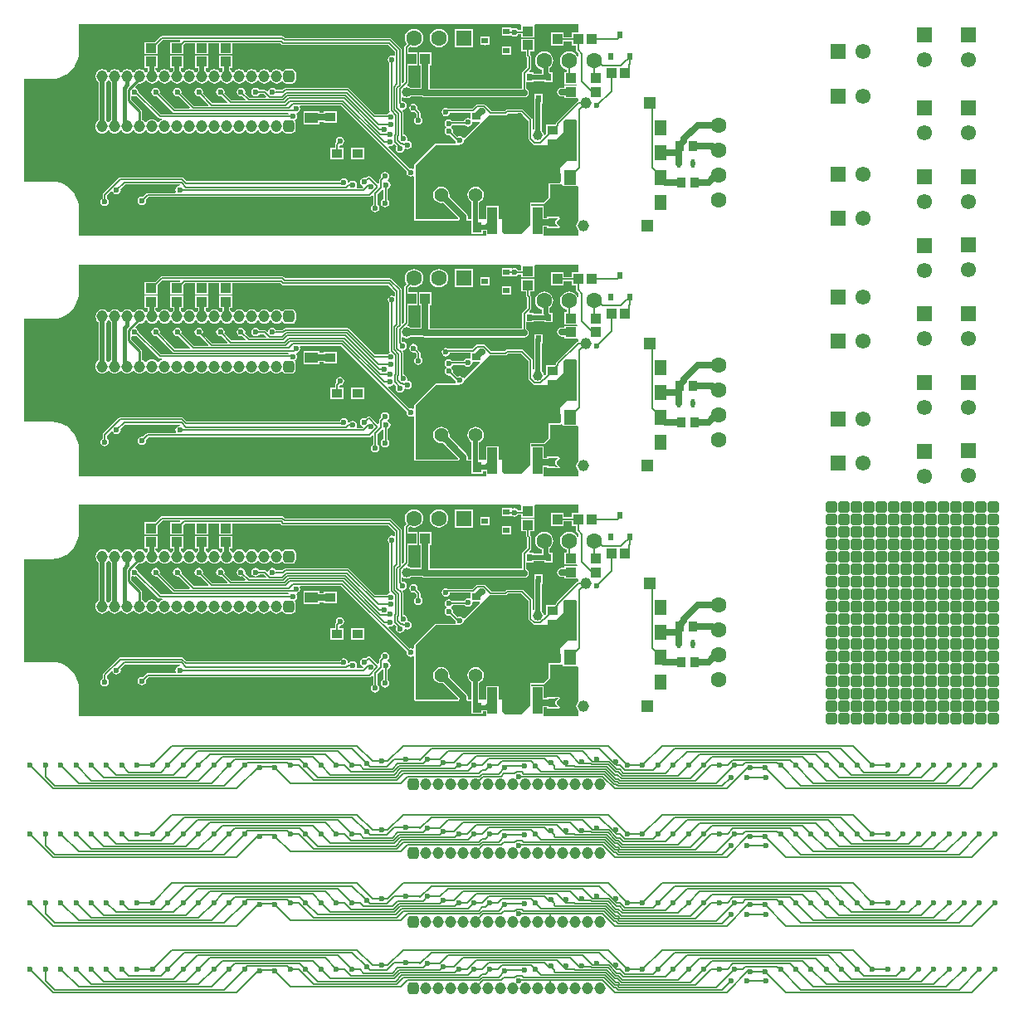
<source format=gbl>
G04*
G04 #@! TF.GenerationSoftware,Altium Limited,Altium Designer,20.1.14 (287)*
G04*
G04 Layer_Physical_Order=2*
G04 Layer_Color=16729426*
%FSLAX25Y25*%
%MOIN*%
G70*
G04*
G04 #@! TF.SameCoordinates,DA88C76E-B398-4153-8C2D-C889442453F1*
G04*
G04*
G04 #@! TF.FilePolarity,Positive*
G04*
G01*
G75*
%ADD12C,0.01000*%
%ADD13C,0.02500*%
%ADD15R,0.03150X0.03740*%
%ADD16R,0.03937X0.04331*%
%ADD17R,0.05118X0.05906*%
%ADD19R,0.04331X0.03937*%
%ADD21R,0.03543X0.03150*%
%ADD22R,0.03543X0.04134*%
%ADD23R,0.02953X0.02362*%
%ADD24R,0.04134X0.03740*%
%ADD25R,0.05315X0.04331*%
%ADD28C,0.00600*%
%ADD29C,0.01968*%
%ADD30C,0.01500*%
%ADD32C,0.02000*%
%ADD37C,0.00500*%
G04:AMPARAMS|DCode=38|XSize=44mil|YSize=44mil|CornerRadius=5.5mil|HoleSize=0mil|Usage=FLASHONLY|Rotation=180.000|XOffset=0mil|YOffset=0mil|HoleType=Round|Shape=RoundedRectangle|*
%AMROUNDEDRECTD38*
21,1,0.04400,0.03300,0,0,180.0*
21,1,0.03300,0.04400,0,0,180.0*
1,1,0.01100,-0.01650,0.01650*
1,1,0.01100,0.01650,0.01650*
1,1,0.01100,0.01650,-0.01650*
1,1,0.01100,-0.01650,-0.01650*
%
%ADD38ROUNDEDRECTD38*%
%ADD39C,0.06102*%
%ADD40R,0.06102X0.06102*%
%ADD41R,0.06102X0.06102*%
%ADD42C,0.07874*%
%ADD43C,0.06299*%
%ADD44C,0.04528*%
%ADD45R,0.04528X0.04528*%
%ADD46C,0.05512*%
G04:AMPARAMS|DCode=47|XSize=44mil|YSize=47mil|CornerRadius=11mil|HoleSize=0mil|Usage=FLASHONLY|Rotation=0.000|XOffset=0mil|YOffset=0mil|HoleType=Round|Shape=RoundedRectangle|*
%AMROUNDEDRECTD47*
21,1,0.04400,0.02500,0,0,0.0*
21,1,0.02200,0.04700,0,0,0.0*
1,1,0.02200,0.01100,-0.01250*
1,1,0.02200,-0.01100,-0.01250*
1,1,0.02200,-0.01100,0.01250*
1,1,0.02200,0.01100,0.01250*
%
%ADD47ROUNDEDRECTD47*%
%ADD48O,0.04400X0.04700*%
%ADD49R,0.06299X0.06299*%
%ADD50C,0.02362*%
%ADD51C,0.03937*%
%ADD52R,0.02362X0.02953*%
%ADD53R,0.03740X0.04134*%
%ADD54R,0.04134X0.03543*%
%ADD55R,0.01772X0.03347*%
%ADD56R,0.03937X0.10630*%
%ADD57R,0.12992X0.10630*%
G36*
X223425Y387705D02*
X220760D01*
Y385855D01*
X217429D01*
Y387705D01*
X212492D01*
Y382374D01*
X217429D01*
Y384224D01*
X220760D01*
Y382374D01*
X222413D01*
Y380709D01*
X222413Y380709D01*
X222475Y380397D01*
X222652Y380132D01*
X223425Y379358D01*
Y378002D01*
X222925Y377902D01*
X222794Y378219D01*
X222209Y378981D01*
X221447Y379566D01*
X220559Y379934D01*
X219606Y380059D01*
X218653Y379934D01*
X217766Y379566D01*
X217003Y378981D01*
X216418Y378219D01*
X216051Y377331D01*
X215925Y376378D01*
X216051Y375425D01*
X216418Y374537D01*
X217003Y373775D01*
X217766Y373190D01*
X218653Y372822D01*
X218791Y372804D01*
Y371760D01*
X217807D01*
Y366823D01*
X222728D01*
X222895Y366535D01*
X222728Y366248D01*
X217807D01*
Y365564D01*
X216535D01*
X216535Y365564D01*
X215853Y365428D01*
X215274Y365041D01*
X214887Y364462D01*
X214751Y363780D01*
X214887Y363097D01*
X215274Y362518D01*
X215853Y362131D01*
X216535Y361995D01*
X217807D01*
Y361311D01*
X222925D01*
X223138Y361311D01*
X223425Y360930D01*
Y360068D01*
X223199D01*
X222887Y360006D01*
X222622Y359829D01*
X222622Y359829D01*
X214513Y351720D01*
X214337Y351455D01*
X214275Y351143D01*
X214275Y351143D01*
Y350861D01*
X214012Y350599D01*
X210425D01*
Y347012D01*
X209959Y346545D01*
X209925Y346494D01*
X209915Y346484D01*
X209372Y346649D01*
X209257Y347227D01*
X208712Y348043D01*
X208616Y348107D01*
Y359047D01*
X209161D01*
Y363000D01*
X205799D01*
Y361403D01*
X205674Y361215D01*
X205557Y360630D01*
Y348787D01*
X205479Y348740D01*
X204979Y349023D01*
Y352589D01*
X204979Y352589D01*
X204917Y352901D01*
X204740Y353165D01*
X204740Y353166D01*
X201342Y356564D01*
X201077Y356741D01*
X200765Y356803D01*
X200765Y356803D01*
X194752D01*
X194752Y356803D01*
X194440Y356741D01*
X194175Y356564D01*
X194175Y356564D01*
X193729Y356118D01*
X188392D01*
X187530Y356981D01*
X187528Y356988D01*
X187351Y357253D01*
X187351Y357253D01*
X186072Y358532D01*
X185807Y358709D01*
X185495Y358771D01*
X185495Y358771D01*
X182759D01*
X182759Y358771D01*
X182447Y358709D01*
X182182Y358532D01*
X182182Y358532D01*
X180777Y357127D01*
X170988D01*
X170745Y357290D01*
X170089Y357420D01*
X169433Y357290D01*
X168877Y356918D01*
X168505Y356362D01*
X168375Y355706D01*
X168505Y355050D01*
X168877Y354494D01*
X169433Y354123D01*
X170089Y353992D01*
X170745Y354123D01*
X171301Y354494D01*
X171672Y355050D01*
X171761Y355496D01*
X180012D01*
Y353420D01*
X179512Y353174D01*
X178937Y353289D01*
X178281Y353158D01*
X177725Y352787D01*
X177353Y352231D01*
X177346Y352194D01*
X172605D01*
X172472Y352393D01*
X171916Y352765D01*
X171260Y352895D01*
X170604Y352765D01*
X170048Y352393D01*
X169676Y351837D01*
X169546Y351181D01*
X169676Y350525D01*
X170048Y349969D01*
X170217Y349856D01*
Y349356D01*
X170048Y349243D01*
X169676Y348688D01*
X169546Y348031D01*
X169676Y347376D01*
X170048Y346819D01*
X170604Y346448D01*
X171260Y346318D01*
X171727Y346410D01*
X173929Y344209D01*
X174020Y343755D01*
X174149Y343561D01*
X173882Y343061D01*
X166142D01*
X166142Y343061D01*
X165759Y342902D01*
X165759Y342902D01*
X157491Y334635D01*
X157333Y334252D01*
X157333Y334252D01*
Y333166D01*
X156833Y332898D01*
X156561Y333080D01*
X155905Y333210D01*
X155431Y333116D01*
X146929Y341618D01*
X147176Y342079D01*
X147638Y341987D01*
X148294Y342117D01*
X148850Y342489D01*
X148987Y342695D01*
X149485Y342744D01*
X150274Y341955D01*
X150142Y341758D01*
X150011Y341102D01*
X150142Y340446D01*
X150514Y339890D01*
X151069Y339519D01*
X151725Y339388D01*
X152381Y339519D01*
X152937Y339890D01*
X153309Y340446D01*
X153377Y340789D01*
X153926Y341023D01*
X154089Y340915D01*
X154745Y340785D01*
X155400Y340915D01*
X155956Y341286D01*
X156328Y341843D01*
X156458Y342498D01*
X156328Y343154D01*
X155956Y343710D01*
X155400Y344082D01*
X154920Y344178D01*
X154721Y344269D01*
X154550Y344684D01*
X154619Y345031D01*
X154489Y345688D01*
X154117Y346244D01*
X153561Y346615D01*
X153059Y346715D01*
Y355499D01*
X152997Y355811D01*
X152820Y356076D01*
X152820Y356076D01*
X153001Y356602D01*
X153411Y356684D01*
X153968Y357056D01*
X154339Y357612D01*
X154470Y358268D01*
X154339Y358924D01*
X153968Y359480D01*
X153411Y359851D01*
X152756Y359982D01*
X152378Y360292D01*
Y361514D01*
X152878Y361782D01*
X153367Y361454D01*
X154331Y361263D01*
X155294Y361454D01*
X156104Y361995D01*
X160742D01*
X161128Y361737D01*
X161811Y361602D01*
X161811Y361602D01*
X201575D01*
X202258Y361737D01*
X202836Y362124D01*
X203223Y362703D01*
X203359Y363386D01*
X203223Y364069D01*
X202836Y364648D01*
X202390Y364946D01*
Y367709D01*
X205421D01*
Y368156D01*
X209539D01*
Y367709D01*
X212901D01*
Y371661D01*
X211702D01*
X211702Y371662D01*
Y373386D01*
X212209Y373775D01*
X212794Y374537D01*
X213162Y375425D01*
X213287Y376378D01*
X213162Y377331D01*
X212794Y378219D01*
X212209Y378981D01*
X211447Y379566D01*
X210559Y379934D01*
X209606Y380059D01*
X208653Y379934D01*
X207766Y379566D01*
X207003Y378981D01*
X206418Y378219D01*
X206051Y377331D01*
X205925Y376378D01*
X206051Y375425D01*
X206418Y374537D01*
X207003Y373775D01*
X207766Y373190D01*
X208643Y372827D01*
Y371215D01*
X205421D01*
Y371661D01*
X203734D01*
X203543Y372123D01*
X204133Y372713D01*
X204133Y372713D01*
X204309Y372977D01*
X204372Y373290D01*
Y378014D01*
X204309Y378326D01*
X204133Y378591D01*
X204133Y378591D01*
X203965Y378758D01*
Y380209D01*
X205815D01*
Y385146D01*
X200484D01*
Y380209D01*
X202334D01*
Y378420D01*
X202334Y378420D01*
X202396Y378108D01*
X202573Y377843D01*
X202740Y377676D01*
Y373627D01*
X200998Y371885D01*
X200821Y371621D01*
X200759Y371309D01*
X200759Y371308D01*
Y365170D01*
X163595D01*
Y374500D01*
X164279D01*
Y379831D01*
X159343D01*
Y374500D01*
X160027D01*
Y365564D01*
X156104D01*
X155294Y366105D01*
X154716Y366220D01*
X154552Y366762D01*
X154801Y367012D01*
X154801Y367012D01*
X154978Y367276D01*
X155040Y367588D01*
X155040Y367589D01*
Y374500D01*
X158768D01*
Y379831D01*
X155040D01*
Y381498D01*
X155698Y382156D01*
X156370Y381877D01*
X157323Y381752D01*
X158275Y381877D01*
X159163Y382245D01*
X159926Y382830D01*
X160511Y383593D01*
X160878Y384480D01*
X161004Y385433D01*
X160878Y386386D01*
X160511Y387274D01*
X159926Y388036D01*
X159163Y388621D01*
X158275Y388989D01*
X157323Y389114D01*
X156370Y388989D01*
X155482Y388621D01*
X154720Y388036D01*
X154135Y387274D01*
X153767Y386386D01*
X153642Y385433D01*
X153767Y384480D01*
X154135Y383593D01*
X154436Y383201D01*
X153648Y382413D01*
X153471Y382148D01*
X153409Y381836D01*
X153409Y381836D01*
Y367926D01*
X152807Y367324D01*
X152345Y367516D01*
Y380754D01*
X152345Y380754D01*
X152283Y381066D01*
X152106Y381331D01*
X148296Y385141D01*
X148031Y385318D01*
X147719Y385380D01*
X147719Y385380D01*
X105537D01*
X104907Y386010D01*
X104643Y386187D01*
X104331Y386249D01*
X104331Y386249D01*
X55900D01*
X55900Y386249D01*
X55588Y386187D01*
X55323Y386010D01*
X55323Y386010D01*
X53203Y383889D01*
X49026D01*
Y378952D01*
X54356D01*
Y382736D01*
X56238Y384617D01*
X63257D01*
X63497Y384117D01*
X63318Y383889D01*
X59262D01*
Y378952D01*
X64593D01*
Y382736D01*
X65231Y383374D01*
X69498D01*
Y378952D01*
X74829D01*
Y383374D01*
X78947D01*
Y378952D01*
X84278D01*
Y383374D01*
X103681D01*
X104167Y382888D01*
X104167Y382888D01*
X104431Y382711D01*
X104744Y382649D01*
X146925D01*
X149613Y379961D01*
Y378530D01*
X149172Y378294D01*
X149081Y378355D01*
X148425Y378486D01*
X147769Y378355D01*
X147213Y377984D01*
X146842Y377428D01*
X146711Y376772D01*
X146842Y376116D01*
X147213Y375560D01*
X147447Y375404D01*
Y356300D01*
X147447Y356300D01*
X147509Y355988D01*
X147566Y355902D01*
X147399Y355359D01*
X147341Y355347D01*
X146785Y354976D01*
X146636Y354753D01*
X141676D01*
X131285Y365144D01*
X131020Y365321D01*
X130708Y365383D01*
X130708Y365383D01*
X105563D01*
X105562Y365383D01*
X105250Y365321D01*
X104986Y365144D01*
X104986Y365144D01*
X104437Y364595D01*
X101871D01*
X101606Y364992D01*
X101050Y365363D01*
X100394Y365494D01*
X99738Y365363D01*
X99182Y364992D01*
X98810Y364436D01*
X98750Y364134D01*
X98208Y363969D01*
X97821Y364356D01*
X97556Y364533D01*
X97244Y364595D01*
X97244Y364595D01*
X95178D01*
X94913Y364992D01*
X94357Y365363D01*
X93701Y365494D01*
X93045Y365363D01*
X92489Y364992D01*
X92117Y364436D01*
X91987Y363780D01*
X92117Y363124D01*
X92489Y362568D01*
X93045Y362196D01*
X93701Y362066D01*
X94357Y362196D01*
X94913Y362568D01*
X95178Y362964D01*
X96906D01*
X97894Y361976D01*
X97703Y361514D01*
X91214D01*
X89416Y363312D01*
X89509Y363780D01*
X89379Y364436D01*
X89007Y364992D01*
X88451Y365363D01*
X87795Y365494D01*
X87139Y365363D01*
X86583Y364992D01*
X86212Y364436D01*
X86081Y363780D01*
X86212Y363124D01*
X86583Y362568D01*
X87139Y362196D01*
X87795Y362066D01*
X88263Y362158D01*
X89545Y360876D01*
X89354Y360414D01*
X84047D01*
X81149Y363312D01*
X81242Y363780D01*
X81111Y364436D01*
X80739Y364992D01*
X80184Y365363D01*
X79527Y365494D01*
X78872Y365363D01*
X78316Y364992D01*
X77944Y364436D01*
X77814Y363780D01*
X77944Y363124D01*
X78316Y362568D01*
X78872Y362196D01*
X79527Y362066D01*
X79995Y362158D01*
X82377Y359776D01*
X82186Y359314D01*
X76485D01*
X72487Y363312D01*
X72580Y363780D01*
X72450Y364436D01*
X72078Y364992D01*
X71522Y365363D01*
X70866Y365494D01*
X70210Y365363D01*
X69654Y364992D01*
X69283Y364436D01*
X69152Y363780D01*
X69283Y363124D01*
X69654Y362568D01*
X70210Y362196D01*
X70866Y362066D01*
X71334Y362158D01*
X74816Y358676D01*
X74625Y358214D01*
X68924D01*
X63826Y363312D01*
X63919Y363780D01*
X63788Y364436D01*
X63417Y364992D01*
X62861Y365363D01*
X62205Y365494D01*
X61549Y365363D01*
X60993Y364992D01*
X60621Y364436D01*
X60491Y363780D01*
X60621Y363124D01*
X60993Y362568D01*
X61549Y362196D01*
X62205Y362066D01*
X62672Y362158D01*
X67255Y357576D01*
X67063Y357114D01*
X61362D01*
X55164Y363312D01*
X55257Y363780D01*
X55127Y364436D01*
X54755Y364992D01*
X54199Y365363D01*
X53543Y365494D01*
X52887Y365363D01*
X52331Y364992D01*
X51960Y364436D01*
X51829Y363780D01*
X51960Y363124D01*
X52331Y362568D01*
X52887Y362196D01*
X53543Y362066D01*
X54011Y362158D01*
X60448Y355722D01*
X60448Y355722D01*
X60712Y355545D01*
X61024Y355483D01*
X61024Y355483D01*
X106586D01*
X106869Y354983D01*
X106787Y354847D01*
X55567D01*
X46586Y363828D01*
X46465Y364436D01*
X46094Y364992D01*
X45538Y365363D01*
X45462Y365378D01*
X45316Y365857D01*
X46723Y367264D01*
X47165Y367206D01*
X47870Y367298D01*
X48527Y367570D01*
X49091Y368003D01*
X49363Y368358D01*
X49408Y368379D01*
X49923D01*
X49968Y368358D01*
X50240Y368003D01*
X50804Y367570D01*
X51460Y367298D01*
X52165Y367206D01*
X52870Y367298D01*
X53527Y367570D01*
X54091Y368003D01*
X54363Y368358D01*
X54408Y368379D01*
X54923D01*
X54968Y368358D01*
X55240Y368003D01*
X55804Y367570D01*
X56460Y367298D01*
X57165Y367206D01*
X57870Y367298D01*
X58527Y367570D01*
X59091Y368003D01*
X59363Y368358D01*
X59408Y368379D01*
X59923D01*
X59968Y368358D01*
X60240Y368003D01*
X60804Y367570D01*
X61461Y367298D01*
X62165Y367206D01*
X62870Y367298D01*
X63527Y367570D01*
X64091Y368003D01*
X64363Y368358D01*
X64407Y368379D01*
X64923D01*
X64968Y368358D01*
X65240Y368003D01*
X65804Y367570D01*
X66461Y367298D01*
X67165Y367206D01*
X67870Y367298D01*
X68527Y367570D01*
X69091Y368003D01*
X69363Y368358D01*
X69407Y368379D01*
X69923D01*
X69968Y368358D01*
X70240Y368003D01*
X70804Y367570D01*
X71460Y367298D01*
X72165Y367206D01*
X72870Y367298D01*
X73527Y367570D01*
X74091Y368003D01*
X74363Y368358D01*
X74408Y368379D01*
X74923D01*
X74968Y368358D01*
X75240Y368003D01*
X75804Y367570D01*
X76460Y367298D01*
X77165Y367206D01*
X77870Y367298D01*
X78527Y367570D01*
X79091Y368003D01*
X79363Y368358D01*
X79408Y368379D01*
X79923D01*
X79968Y368358D01*
X80240Y368003D01*
X80804Y367570D01*
X81460Y367298D01*
X82165Y367206D01*
X82870Y367298D01*
X83527Y367570D01*
X84091Y368003D01*
X84363Y368358D01*
X84408Y368379D01*
X84923D01*
X84968Y368358D01*
X85240Y368003D01*
X85804Y367570D01*
X86461Y367298D01*
X87165Y367206D01*
X87870Y367298D01*
X88527Y367570D01*
X89091Y368003D01*
X89363Y368358D01*
X89407Y368379D01*
X89923D01*
X89968Y368358D01*
X90240Y368003D01*
X90804Y367570D01*
X91461Y367298D01*
X92165Y367206D01*
X92870Y367298D01*
X93527Y367570D01*
X94091Y368003D01*
X94363Y368358D01*
X94407Y368379D01*
X94923D01*
X94968Y368358D01*
X95240Y368003D01*
X95804Y367570D01*
X96460Y367298D01*
X97165Y367206D01*
X97870Y367298D01*
X98527Y367570D01*
X99091Y368003D01*
X99363Y368358D01*
X99408Y368379D01*
X99923D01*
X99968Y368358D01*
X100240Y368003D01*
X100804Y367570D01*
X101461Y367298D01*
X102165Y367206D01*
X102870Y367298D01*
X103527Y367570D01*
X104091Y368003D01*
X104120Y368041D01*
X104706Y367983D01*
X104912Y367675D01*
X105441Y367322D01*
X106065Y367197D01*
X108265D01*
X108890Y367322D01*
X109419Y367675D01*
X109773Y368204D01*
X109897Y368829D01*
Y371329D01*
X109773Y371953D01*
X109419Y372482D01*
X108890Y372836D01*
X108265Y372960D01*
X106065D01*
X105441Y372836D01*
X104912Y372482D01*
X104706Y372174D01*
X104120Y372117D01*
X104091Y372154D01*
X103527Y372587D01*
X102870Y372859D01*
X102165Y372952D01*
X101461Y372859D01*
X100804Y372587D01*
X100240Y372154D01*
X99968Y371800D01*
X99923Y371779D01*
X99408D01*
X99363Y371800D01*
X99091Y372154D01*
X98527Y372587D01*
X97870Y372859D01*
X97165Y372952D01*
X96460Y372859D01*
X95804Y372587D01*
X95240Y372154D01*
X94968Y371800D01*
X94923Y371779D01*
X94407D01*
X94363Y371800D01*
X94091Y372154D01*
X93527Y372587D01*
X92870Y372859D01*
X92165Y372952D01*
X91461Y372859D01*
X90804Y372587D01*
X90240Y372154D01*
X89968Y371800D01*
X89923Y371779D01*
X89407D01*
X89363Y371800D01*
X89091Y372154D01*
X88527Y372587D01*
X87870Y372859D01*
X87165Y372952D01*
X86461Y372859D01*
X85804Y372587D01*
X85240Y372154D01*
X84968Y371800D01*
X84923Y371779D01*
X84408D01*
X84363Y371800D01*
X84091Y372154D01*
X83527Y372587D01*
X83402Y372639D01*
Y373441D01*
X84278D01*
Y378378D01*
X78947D01*
Y373441D01*
X80375D01*
Y372259D01*
X80240Y372154D01*
X79968Y371800D01*
X79923Y371779D01*
X79408D01*
X79363Y371800D01*
X79091Y372154D01*
X78527Y372587D01*
X77870Y372859D01*
X77165Y372952D01*
X76460Y372859D01*
X75804Y372587D01*
X75240Y372154D01*
X74968Y371800D01*
X74923Y371779D01*
X74408D01*
X74363Y371800D01*
X74091Y372154D01*
X73678Y372471D01*
Y373441D01*
X74829D01*
Y378378D01*
X69498D01*
Y373441D01*
X70651D01*
Y372470D01*
X70240Y372154D01*
X69968Y371800D01*
X69923Y371779D01*
X69407D01*
X69363Y371800D01*
X69091Y372154D01*
X68527Y372587D01*
X67870Y372859D01*
X67165Y372952D01*
X66461Y372859D01*
X65804Y372587D01*
X65240Y372154D01*
X64968Y371800D01*
X64923Y371779D01*
X64407D01*
X64363Y371800D01*
X64091Y372154D01*
X63560Y372562D01*
Y373441D01*
X64593D01*
Y378378D01*
X59262D01*
Y373441D01*
X60533D01*
Y372379D01*
X60240Y372154D01*
X59968Y371800D01*
X59923Y371779D01*
X59408D01*
X59363Y371800D01*
X59091Y372154D01*
X58527Y372587D01*
X57870Y372859D01*
X57165Y372952D01*
X56460Y372859D01*
X55804Y372587D01*
X55240Y372154D01*
X54968Y371800D01*
X54923Y371779D01*
X54408D01*
X54363Y371800D01*
X54091Y372154D01*
X53527Y372587D01*
X53442Y372623D01*
Y373441D01*
X54356D01*
Y378378D01*
X49026D01*
Y373441D01*
X50415D01*
Y372289D01*
X50240Y372154D01*
X49968Y371800D01*
X49923Y371779D01*
X49408D01*
X49363Y371800D01*
X49091Y372154D01*
X48527Y372587D01*
X47870Y372859D01*
X47165Y372952D01*
X46461Y372859D01*
X45804Y372587D01*
X45240Y372154D01*
X44968Y371800D01*
X44923Y371779D01*
X44407D01*
X44363Y371800D01*
X44091Y372154D01*
X43527Y372587D01*
X42870Y372859D01*
X42165Y372952D01*
X41460Y372859D01*
X40804Y372587D01*
X40240Y372154D01*
X39968Y371800D01*
X39923Y371779D01*
X39408D01*
X39363Y371800D01*
X39091Y372154D01*
X38527Y372587D01*
X37870Y372859D01*
X37165Y372952D01*
X36461Y372859D01*
X35804Y372587D01*
X35240Y372154D01*
X34968Y371800D01*
X34923Y371779D01*
X34407D01*
X34363Y371800D01*
X34091Y372154D01*
X33527Y372587D01*
X32870Y372859D01*
X32165Y372952D01*
X31460Y372859D01*
X30804Y372587D01*
X30240Y372154D01*
X29807Y371590D01*
X29535Y370934D01*
X29442Y370229D01*
Y369929D01*
X29535Y369224D01*
X29807Y368567D01*
X30240Y368003D01*
X30593Y367732D01*
Y352437D01*
X30122Y352076D01*
X29689Y351512D01*
X29417Y350855D01*
X29324Y350150D01*
Y349850D01*
X29417Y349145D01*
X29689Y348488D01*
X30122Y347924D01*
X30686Y347492D01*
X31342Y347219D01*
X32047Y347127D01*
X32752Y347219D01*
X33409Y347492D01*
X33973Y347924D01*
X34245Y348279D01*
X34289Y348300D01*
X34805D01*
X34850Y348279D01*
X35122Y347924D01*
X35686Y347492D01*
X36342Y347219D01*
X37047Y347127D01*
X37752Y347219D01*
X38409Y347492D01*
X38973Y347924D01*
X39245Y348279D01*
X39289Y348300D01*
X39805D01*
X39849Y348279D01*
X40122Y347924D01*
X40686Y347492D01*
X41342Y347219D01*
X42047Y347127D01*
X42752Y347219D01*
X43409Y347492D01*
X43973Y347924D01*
X44245Y348279D01*
X44289Y348300D01*
X44805D01*
X44850Y348279D01*
X45122Y347924D01*
X45686Y347492D01*
X46342Y347219D01*
X47047Y347127D01*
X47752Y347219D01*
X48409Y347492D01*
X48973Y347924D01*
X49245Y348279D01*
X49289Y348300D01*
X49805D01*
X49850Y348279D01*
X50122Y347924D01*
X50686Y347492D01*
X51342Y347219D01*
X52047Y347127D01*
X52752Y347219D01*
X53409Y347492D01*
X53973Y347924D01*
X54245Y348279D01*
X54289Y348300D01*
X54805D01*
X54849Y348279D01*
X55122Y347924D01*
X55686Y347492D01*
X56342Y347219D01*
X57047Y347127D01*
X57752Y347219D01*
X58409Y347492D01*
X58973Y347924D01*
X59245Y348279D01*
X59289Y348300D01*
X59805D01*
X59850Y348279D01*
X60122Y347924D01*
X60686Y347492D01*
X61342Y347219D01*
X62047Y347127D01*
X62752Y347219D01*
X63409Y347492D01*
X63973Y347924D01*
X64245Y348279D01*
X64289Y348300D01*
X64805D01*
X64850Y348279D01*
X65122Y347924D01*
X65686Y347492D01*
X66342Y347219D01*
X67047Y347127D01*
X67752Y347219D01*
X68409Y347492D01*
X68973Y347924D01*
X69245Y348279D01*
X69289Y348300D01*
X69805D01*
X69849Y348279D01*
X70122Y347924D01*
X70686Y347492D01*
X71342Y347219D01*
X72047Y347127D01*
X72752Y347219D01*
X73409Y347492D01*
X73973Y347924D01*
X74245Y348279D01*
X74289Y348300D01*
X74805D01*
X74849Y348279D01*
X75122Y347924D01*
X75686Y347492D01*
X76342Y347219D01*
X77047Y347127D01*
X77752Y347219D01*
X78409Y347492D01*
X78973Y347924D01*
X79245Y348279D01*
X79289Y348300D01*
X79805D01*
X79849Y348279D01*
X80122Y347924D01*
X80686Y347492D01*
X81342Y347219D01*
X82047Y347127D01*
X82752Y347219D01*
X83409Y347492D01*
X83973Y347924D01*
X84245Y348279D01*
X84289Y348300D01*
X84805D01*
X84850Y348279D01*
X85122Y347924D01*
X85686Y347492D01*
X86342Y347219D01*
X87047Y347127D01*
X87752Y347219D01*
X88409Y347492D01*
X88973Y347924D01*
X89245Y348279D01*
X89289Y348300D01*
X89805D01*
X89850Y348279D01*
X90122Y347924D01*
X90686Y347492D01*
X91342Y347219D01*
X92047Y347127D01*
X92752Y347219D01*
X93409Y347492D01*
X93973Y347924D01*
X94245Y348279D01*
X94289Y348300D01*
X94805D01*
X94849Y348279D01*
X95122Y347924D01*
X95686Y347492D01*
X96342Y347219D01*
X97047Y347127D01*
X97752Y347219D01*
X98409Y347492D01*
X98973Y347924D01*
X99245Y348279D01*
X99289Y348300D01*
X99805D01*
X99849Y348279D01*
X100122Y347924D01*
X100686Y347492D01*
X101342Y347219D01*
X102047Y347127D01*
X102752Y347219D01*
X103409Y347492D01*
X103973Y347924D01*
X104002Y347962D01*
X104588Y347904D01*
X104794Y347597D01*
X105323Y347243D01*
X105947Y347119D01*
X108147D01*
X108772Y347243D01*
X109301Y347597D01*
X109654Y348126D01*
X109779Y348750D01*
Y351250D01*
X109654Y351874D01*
X109548Y352034D01*
X109323Y352419D01*
X109675Y352675D01*
X109870Y352805D01*
X110242Y353361D01*
X110372Y354017D01*
X110242Y354673D01*
X110083Y354911D01*
X110313Y355466D01*
X110498Y355503D01*
X111054Y355874D01*
X111426Y356431D01*
X111556Y357086D01*
X111426Y357743D01*
X111380Y357811D01*
X111616Y358252D01*
X127988D01*
X154283Y331957D01*
X154191Y331496D01*
X154322Y330840D01*
X154693Y330284D01*
X155250Y329912D01*
X155905Y329782D01*
X156561Y329912D01*
X156833Y330094D01*
X157138Y329989D01*
X157333Y329827D01*
Y312598D01*
X157491Y312216D01*
X157874Y312057D01*
X174919D01*
X175019Y312099D01*
X175126D01*
X175202Y312175D01*
X175302Y312216D01*
X175343Y312315D01*
X175419Y312391D01*
X175626Y312891D01*
Y312999D01*
X175667Y313099D01*
X175626Y313198D01*
Y313306D01*
X175550Y313382D01*
X175509Y313481D01*
X169362Y319628D01*
X169327Y319642D01*
X169309Y319675D01*
X169140Y319720D01*
X168979Y319787D01*
X168945Y319772D01*
X168909Y319782D01*
X168307Y319703D01*
X167598Y319796D01*
X166938Y320070D01*
X166371Y320505D01*
X165936Y321072D01*
X165662Y321732D01*
X165569Y322441D01*
X165662Y323150D01*
X165936Y323810D01*
X166371Y324377D01*
X166938Y324812D01*
X167598Y325086D01*
X168307Y325179D01*
X169016Y325086D01*
X169676Y324812D01*
X170243Y324377D01*
X170678Y323810D01*
X170952Y323150D01*
X171045Y322441D01*
X170966Y321839D01*
X170976Y321803D01*
X170961Y321769D01*
X171028Y321608D01*
X171073Y321439D01*
X171106Y321421D01*
X171120Y321386D01*
X177908Y314598D01*
X178206Y314153D01*
X178310Y313628D01*
Y312598D01*
X178469Y312216D01*
X178851Y312057D01*
X180376D01*
Y310319D01*
X180405Y310171D01*
Y306882D01*
X185146D01*
Y307920D01*
X186220D01*
X186311Y307845D01*
Y306421D01*
X186236Y305921D01*
X22588Y305921D01*
Y309449D01*
Y315776D01*
X22679Y316929D01*
X22545Y318629D01*
X22147Y320288D01*
X21495Y321863D01*
X20604Y323317D01*
X19496Y324614D01*
X18199Y325722D01*
X16745Y326613D01*
X15169Y327265D01*
X13511Y327663D01*
X11811Y327797D01*
X10658Y327707D01*
X803D01*
X803Y369144D01*
X10658D01*
X11811Y369053D01*
X13511Y369187D01*
X15169Y369585D01*
X16745Y370238D01*
X18199Y371129D01*
X19496Y372236D01*
X20604Y373533D01*
X21495Y374987D01*
X22147Y376563D01*
X22545Y378221D01*
X22679Y379921D01*
X22588Y381074D01*
Y387795D01*
X22588Y387795D01*
Y390930D01*
X200097Y390930D01*
X200484Y390429D01*
Y388611D01*
X199115D01*
X198850Y389007D01*
X198294Y389379D01*
X197638Y389509D01*
X196982Y389379D01*
X196906Y389328D01*
X196465Y389564D01*
Y389673D01*
X192512D01*
Y386311D01*
X196465D01*
Y386311D01*
X196669Y386420D01*
X196982Y386212D01*
X197638Y386081D01*
X198294Y386212D01*
X198850Y386583D01*
X199115Y386980D01*
X200484D01*
Y385720D01*
X205815D01*
Y390429D01*
X205815Y390657D01*
X206202Y390930D01*
X223425Y390930D01*
Y387705D01*
D02*
G37*
G36*
X54653Y353454D02*
X54653Y353454D01*
X54917Y353278D01*
X55230Y353216D01*
X56086D01*
X56185Y352715D01*
X55686Y352508D01*
X55122Y352076D01*
X54849Y351721D01*
X54805Y351700D01*
X54289D01*
X54245Y351721D01*
X53973Y352076D01*
X53409Y352508D01*
X52752Y352781D01*
X52047Y352873D01*
X51342Y352781D01*
X50686Y352508D01*
X50122Y352076D01*
X49850Y351721D01*
X49805Y351700D01*
X49289D01*
X49245Y351721D01*
X48973Y352076D01*
X48409Y352508D01*
X48067Y352650D01*
Y356029D01*
X47989Y356419D01*
X47768Y356750D01*
X43720Y360797D01*
Y362003D01*
X44161Y362239D01*
X44226Y362196D01*
X44882Y362066D01*
X45538Y362196D01*
X45762Y362346D01*
X54653Y353454D01*
D02*
G37*
G36*
X203348Y352164D02*
Y345117D01*
X203348Y345117D01*
X203410Y344805D01*
X203543Y344605D01*
Y344488D01*
X205512Y342520D01*
X212205D01*
X217323Y347638D01*
Y352222D01*
X217857Y352756D01*
X222441D01*
X222806Y352391D01*
Y336221D01*
X218898D01*
X216142Y333465D01*
Y327165D01*
X211417D01*
Y321260D01*
X209449Y319291D01*
X203937D01*
Y310236D01*
X200394Y306693D01*
X193701D01*
X192520Y307874D01*
Y312598D01*
X191248D01*
Y318020D01*
X186311D01*
Y312855D01*
X186257Y312774D01*
X186222Y312598D01*
X183435D01*
Y319475D01*
X183729Y319597D01*
X184409Y320119D01*
X184931Y320799D01*
X185259Y321591D01*
X185371Y322441D01*
X185259Y323291D01*
X184931Y324083D01*
X184409Y324763D01*
X183729Y325285D01*
X182937Y325613D01*
X182087Y325725D01*
X181237Y325613D01*
X180445Y325285D01*
X179764Y324763D01*
X179243Y324083D01*
X178914Y323291D01*
X178803Y322441D01*
X178914Y321591D01*
X179243Y320799D01*
X179764Y320119D01*
X180376Y319650D01*
Y312598D01*
X178851D01*
Y313681D01*
X178715Y314364D01*
X178329Y314943D01*
X178329Y314943D01*
X171502Y321769D01*
X171591Y322441D01*
X171479Y323291D01*
X171151Y324083D01*
X170629Y324763D01*
X169949Y325285D01*
X169157Y325613D01*
X168307Y325725D01*
X167457Y325613D01*
X166665Y325285D01*
X165985Y324763D01*
X165463Y324083D01*
X165135Y323291D01*
X165023Y322441D01*
X165135Y321591D01*
X165463Y320799D01*
X165985Y320119D01*
X166665Y319597D01*
X167457Y319269D01*
X168307Y319157D01*
X168979Y319246D01*
X175126Y313099D01*
X174919Y312598D01*
X157874D01*
Y329921D01*
Y334252D01*
X166142Y342520D01*
X175591D01*
X175808Y342738D01*
X176259Y342827D01*
X176815Y343199D01*
X177187Y343755D01*
X177276Y344205D01*
X187669Y354598D01*
X187742Y354549D01*
X188054Y354487D01*
X194067D01*
X194067Y354487D01*
X194379Y354549D01*
X194644Y354726D01*
X195090Y355171D01*
X200340D01*
X203348Y352164D01*
D02*
G37*
G36*
X34968Y368358D02*
X35240Y368003D01*
X35593Y367732D01*
Y352437D01*
X35122Y352076D01*
X34850Y351721D01*
X34805Y351700D01*
X34289D01*
X34245Y351721D01*
X33973Y352076D01*
X33620Y352347D01*
Y367641D01*
X34091Y368003D01*
X34363Y368358D01*
X34407Y368379D01*
X34923D01*
X34968Y368358D01*
D02*
G37*
G36*
X183706Y351400D02*
X177610Y345305D01*
X176978Y345379D01*
X176815Y345623D01*
X176259Y345994D01*
X175603Y346125D01*
X174947Y345994D01*
X174650Y345795D01*
X172881Y347564D01*
X172974Y348031D01*
X172843Y348688D01*
X172472Y349243D01*
X172303Y349356D01*
Y349856D01*
X172472Y349969D01*
X172843Y350525D01*
X172851Y350562D01*
X177592D01*
X177725Y350363D01*
X178281Y349991D01*
X178937Y349861D01*
X179593Y349991D01*
X180149Y350363D01*
X180520Y350919D01*
X180651Y351575D01*
X180887Y351862D01*
X183514D01*
X183706Y351400D01*
D02*
G37*
G36*
X216958Y326563D02*
X217020Y326478D01*
Y326035D01*
X223138D01*
X223425Y325655D01*
Y312103D01*
X223304Y312011D01*
X222861Y311433D01*
X222583Y310761D01*
X222488Y310039D01*
X222583Y309318D01*
X222861Y308646D01*
X223304Y308068D01*
X223425Y307976D01*
Y305921D01*
X209433D01*
X209358Y306390D01*
X209358D01*
Y309633D01*
X210524D01*
Y309047D01*
X214673D01*
Y309076D01*
X215307Y309076D01*
X215552Y309178D01*
X215690Y309235D01*
X215690Y309235D01*
X215690Y309235D01*
X215848Y309617D01*
X215848Y309618D01*
X215848Y309618D01*
X215690Y310000D01*
X215690Y310000D01*
X214699Y310992D01*
X214699Y311853D01*
X215680Y312835D01*
X215680Y312835D01*
X215680Y312835D01*
X215839Y313217D01*
X215839Y313217D01*
X215839Y313217D01*
X215809Y313289D01*
X215680Y313600D01*
X215680Y313600D01*
X215680Y313600D01*
X215298Y313759D01*
X215298Y313759D01*
X215298Y313759D01*
X214702Y313759D01*
X214673Y313787D01*
Y313787D01*
X210524D01*
Y313202D01*
X209358D01*
Y318020D01*
X204478D01*
Y318750D01*
X209449D01*
X209449Y318750D01*
X209832Y318909D01*
X211800Y320877D01*
X211959Y321260D01*
X211959Y321260D01*
Y326624D01*
X216142D01*
X216524Y326783D01*
X216958Y326563D01*
D02*
G37*
G36*
X214157Y312077D02*
X214157Y310768D01*
X215307Y309617D01*
X214057Y309617D01*
Y313117D01*
X214158Y313217D01*
X215298Y313217D01*
X214157Y312077D01*
D02*
G37*
G36*
X223425Y291248D02*
X220760D01*
Y289398D01*
X217429D01*
Y291248D01*
X212492D01*
Y285917D01*
X217429D01*
Y287767D01*
X220760D01*
Y285917D01*
X222413D01*
Y284252D01*
X222413Y284252D01*
X222475Y283940D01*
X222652Y283675D01*
X223425Y282902D01*
Y281545D01*
X222925Y281446D01*
X222794Y281762D01*
X222209Y282524D01*
X221447Y283109D01*
X220559Y283477D01*
X219606Y283602D01*
X218653Y283477D01*
X217766Y283109D01*
X217003Y282524D01*
X216418Y281762D01*
X216051Y280874D01*
X215925Y279921D01*
X216051Y278969D01*
X216418Y278081D01*
X217003Y277318D01*
X217766Y276733D01*
X218653Y276366D01*
X218791Y276348D01*
Y275303D01*
X217807D01*
Y270366D01*
X222728D01*
X222895Y270079D01*
X222728Y269791D01*
X217807D01*
Y269107D01*
X216535D01*
X216535Y269107D01*
X215853Y268971D01*
X215274Y268584D01*
X214887Y268006D01*
X214751Y267323D01*
X214887Y266640D01*
X215274Y266061D01*
X215853Y265674D01*
X216535Y265539D01*
X217807D01*
Y264854D01*
X222925D01*
X223138Y264854D01*
X223425Y264473D01*
Y263611D01*
X223199D01*
X222887Y263549D01*
X222622Y263372D01*
X222622Y263372D01*
X214513Y255263D01*
X214337Y254998D01*
X214275Y254686D01*
X214275Y254686D01*
Y254404D01*
X214012Y254142D01*
X210425D01*
Y250555D01*
X209959Y250089D01*
X209925Y250038D01*
X209915Y250028D01*
X209372Y250192D01*
X209257Y250770D01*
X208712Y251586D01*
X208616Y251650D01*
Y262591D01*
X209161D01*
Y266543D01*
X205799D01*
Y264947D01*
X205674Y264758D01*
X205557Y264173D01*
Y252330D01*
X205479Y252283D01*
X204979Y252566D01*
Y256132D01*
X204979Y256132D01*
X204917Y256444D01*
X204740Y256709D01*
X204740Y256709D01*
X201342Y260107D01*
X201077Y260284D01*
X200765Y260346D01*
X200765Y260346D01*
X194752D01*
X194752Y260346D01*
X194440Y260284D01*
X194175Y260107D01*
X194175Y260107D01*
X193729Y259661D01*
X188392D01*
X187530Y260524D01*
X187528Y260531D01*
X187351Y260796D01*
X187351Y260796D01*
X186072Y262076D01*
X185807Y262252D01*
X185495Y262315D01*
X185495Y262315D01*
X182759D01*
X182759Y262315D01*
X182447Y262252D01*
X182182Y262076D01*
X182182Y262076D01*
X180777Y260671D01*
X170988D01*
X170745Y260833D01*
X170089Y260964D01*
X169433Y260833D01*
X168877Y260462D01*
X168505Y259906D01*
X168375Y259250D01*
X168505Y258594D01*
X168877Y258038D01*
X169433Y257666D01*
X170089Y257536D01*
X170745Y257666D01*
X171301Y258038D01*
X171672Y258594D01*
X171761Y259039D01*
X180012D01*
Y256964D01*
X179512Y256718D01*
X178937Y256832D01*
X178281Y256702D01*
X177725Y256330D01*
X177353Y255774D01*
X177346Y255737D01*
X172605D01*
X172472Y255936D01*
X171916Y256308D01*
X171260Y256438D01*
X170604Y256308D01*
X170048Y255936D01*
X169676Y255380D01*
X169546Y254724D01*
X169676Y254068D01*
X170048Y253512D01*
X170217Y253400D01*
Y252900D01*
X170048Y252787D01*
X169676Y252231D01*
X169546Y251575D01*
X169676Y250919D01*
X170048Y250363D01*
X170604Y249991D01*
X171260Y249861D01*
X171727Y249954D01*
X173929Y247752D01*
X174020Y247298D01*
X174149Y247104D01*
X173882Y246604D01*
X166142D01*
X166142Y246604D01*
X165759Y246446D01*
X165759Y246446D01*
X157491Y238178D01*
X157333Y237795D01*
X157333Y237795D01*
Y236709D01*
X156833Y236442D01*
X156561Y236623D01*
X155905Y236753D01*
X155431Y236659D01*
X146929Y245161D01*
X147176Y245622D01*
X147638Y245530D01*
X148294Y245661D01*
X148850Y246032D01*
X148987Y246238D01*
X149485Y246287D01*
X150274Y245499D01*
X150142Y245301D01*
X150011Y244645D01*
X150142Y243989D01*
X150514Y243433D01*
X151069Y243062D01*
X151725Y242931D01*
X152381Y243062D01*
X152937Y243433D01*
X153309Y243989D01*
X153377Y244332D01*
X153926Y244567D01*
X154089Y244458D01*
X154745Y244328D01*
X155400Y244458D01*
X155956Y244830D01*
X156328Y245386D01*
X156458Y246042D01*
X156328Y246698D01*
X155956Y247254D01*
X155400Y247625D01*
X154920Y247721D01*
X154721Y247812D01*
X154550Y248227D01*
X154619Y248575D01*
X154489Y249231D01*
X154117Y249787D01*
X153561Y250158D01*
X153059Y250258D01*
Y259043D01*
X152997Y259355D01*
X152820Y259619D01*
X152820Y259619D01*
X153001Y260146D01*
X153411Y260227D01*
X153968Y260599D01*
X154339Y261155D01*
X154470Y261811D01*
X154339Y262467D01*
X153968Y263023D01*
X153411Y263394D01*
X152756Y263525D01*
X152378Y263835D01*
Y265057D01*
X152878Y265325D01*
X153367Y264998D01*
X154331Y264806D01*
X155294Y264998D01*
X156104Y265539D01*
X160742D01*
X161128Y265281D01*
X161811Y265145D01*
X161811Y265145D01*
X201575D01*
X202258Y265281D01*
X202836Y265668D01*
X203223Y266246D01*
X203359Y266929D01*
X203223Y267612D01*
X202836Y268191D01*
X202390Y268489D01*
Y271252D01*
X205421D01*
Y271699D01*
X209539D01*
Y271252D01*
X212901D01*
Y275205D01*
X211702D01*
X211702Y275205D01*
Y276929D01*
X212209Y277318D01*
X212794Y278081D01*
X213162Y278969D01*
X213287Y279921D01*
X213162Y280874D01*
X212794Y281762D01*
X212209Y282524D01*
X211447Y283109D01*
X210559Y283477D01*
X209606Y283602D01*
X208653Y283477D01*
X207766Y283109D01*
X207003Y282524D01*
X206418Y281762D01*
X206051Y280874D01*
X205925Y279921D01*
X206051Y278969D01*
X206418Y278081D01*
X207003Y277318D01*
X207766Y276733D01*
X208643Y276370D01*
Y274758D01*
X205421D01*
Y275205D01*
X203734D01*
X203543Y275667D01*
X204133Y276256D01*
X204133Y276256D01*
X204309Y276521D01*
X204372Y276833D01*
Y281557D01*
X204309Y281869D01*
X204133Y282134D01*
X204133Y282134D01*
X203965Y282301D01*
Y283752D01*
X205815D01*
Y288689D01*
X200484D01*
Y283752D01*
X202334D01*
Y281964D01*
X202334Y281964D01*
X202396Y281651D01*
X202573Y281387D01*
X202740Y281219D01*
Y277171D01*
X200998Y275429D01*
X200821Y275164D01*
X200759Y274852D01*
X200759Y274852D01*
Y268713D01*
X163595D01*
Y278043D01*
X164279D01*
Y283374D01*
X159343D01*
Y278043D01*
X160027D01*
Y269107D01*
X156104D01*
X155294Y269648D01*
X154716Y269763D01*
X154552Y270306D01*
X154801Y270555D01*
X154801Y270555D01*
X154978Y270820D01*
X155040Y271132D01*
X155040Y271132D01*
Y278043D01*
X158768D01*
Y283374D01*
X155040D01*
Y285041D01*
X155698Y285699D01*
X156370Y285421D01*
X157323Y285295D01*
X158275Y285421D01*
X159163Y285788D01*
X159926Y286373D01*
X160511Y287136D01*
X160878Y288024D01*
X161004Y288976D01*
X160878Y289929D01*
X160511Y290817D01*
X159926Y291579D01*
X159163Y292164D01*
X158275Y292532D01*
X157323Y292657D01*
X156370Y292532D01*
X155482Y292164D01*
X154720Y291579D01*
X154135Y290817D01*
X153767Y289929D01*
X153642Y288976D01*
X153767Y288024D01*
X154135Y287136D01*
X154436Y286744D01*
X153648Y285956D01*
X153471Y285691D01*
X153409Y285379D01*
X153409Y285379D01*
Y271470D01*
X152807Y270868D01*
X152345Y271059D01*
Y284298D01*
X152345Y284298D01*
X152283Y284610D01*
X152106Y284874D01*
X148296Y288685D01*
X148031Y288861D01*
X147719Y288924D01*
X147719Y288924D01*
X105537D01*
X104907Y289553D01*
X104643Y289730D01*
X104331Y289792D01*
X104331Y289792D01*
X55900D01*
X55900Y289792D01*
X55588Y289730D01*
X55323Y289553D01*
X55323Y289553D01*
X53203Y287433D01*
X49026D01*
Y282496D01*
X54356D01*
Y286279D01*
X56238Y288161D01*
X63257D01*
X63497Y287661D01*
X63318Y287433D01*
X59262D01*
Y282496D01*
X64593D01*
Y286279D01*
X65231Y286917D01*
X69498D01*
Y282496D01*
X74829D01*
Y286917D01*
X78947D01*
Y282496D01*
X84278D01*
Y286917D01*
X103681D01*
X104167Y286431D01*
X104167Y286431D01*
X104431Y286254D01*
X104744Y286192D01*
X146925D01*
X149613Y283504D01*
Y282073D01*
X149172Y281838D01*
X149081Y281898D01*
X148425Y282029D01*
X147769Y281898D01*
X147213Y281527D01*
X146842Y280971D01*
X146711Y280315D01*
X146842Y279659D01*
X147213Y279103D01*
X147447Y278947D01*
Y259844D01*
X147447Y259844D01*
X147509Y259531D01*
X147566Y259445D01*
X147399Y258902D01*
X147341Y258891D01*
X146785Y258519D01*
X146636Y258296D01*
X141676D01*
X131285Y268688D01*
X131020Y268864D01*
X130708Y268927D01*
X130708Y268927D01*
X105563D01*
X105562Y268927D01*
X105250Y268864D01*
X104986Y268688D01*
X104986Y268688D01*
X104437Y268139D01*
X101871D01*
X101606Y268535D01*
X101050Y268906D01*
X100394Y269037D01*
X99738Y268906D01*
X99182Y268535D01*
X98810Y267979D01*
X98750Y267677D01*
X98208Y267513D01*
X97821Y267900D01*
X97556Y268076D01*
X97244Y268139D01*
X97244Y268139D01*
X95178D01*
X94913Y268535D01*
X94357Y268906D01*
X93701Y269037D01*
X93045Y268906D01*
X92489Y268535D01*
X92117Y267979D01*
X91987Y267323D01*
X92117Y266667D01*
X92489Y266111D01*
X93045Y265739D01*
X93701Y265609D01*
X94357Y265739D01*
X94913Y266111D01*
X95178Y266507D01*
X96906D01*
X97894Y265519D01*
X97703Y265057D01*
X91214D01*
X89416Y266855D01*
X89509Y267323D01*
X89379Y267979D01*
X89007Y268535D01*
X88451Y268906D01*
X87795Y269037D01*
X87139Y268906D01*
X86583Y268535D01*
X86212Y267979D01*
X86081Y267323D01*
X86212Y266667D01*
X86583Y266111D01*
X87139Y265739D01*
X87795Y265609D01*
X88263Y265702D01*
X89545Y264419D01*
X89354Y263957D01*
X84047D01*
X81149Y266855D01*
X81242Y267323D01*
X81111Y267979D01*
X80739Y268535D01*
X80184Y268906D01*
X79527Y269037D01*
X78872Y268906D01*
X78316Y268535D01*
X77944Y267979D01*
X77814Y267323D01*
X77944Y266667D01*
X78316Y266111D01*
X78872Y265739D01*
X79527Y265609D01*
X79995Y265702D01*
X82377Y263319D01*
X82186Y262857D01*
X76485D01*
X72487Y266855D01*
X72580Y267323D01*
X72450Y267979D01*
X72078Y268535D01*
X71522Y268906D01*
X70866Y269037D01*
X70210Y268906D01*
X69654Y268535D01*
X69283Y267979D01*
X69152Y267323D01*
X69283Y266667D01*
X69654Y266111D01*
X70210Y265739D01*
X70866Y265609D01*
X71334Y265702D01*
X74816Y262219D01*
X74625Y261757D01*
X68924D01*
X63826Y266855D01*
X63919Y267323D01*
X63788Y267979D01*
X63417Y268535D01*
X62861Y268906D01*
X62205Y269037D01*
X61549Y268906D01*
X60993Y268535D01*
X60621Y267979D01*
X60491Y267323D01*
X60621Y266667D01*
X60993Y266111D01*
X61549Y265739D01*
X62205Y265609D01*
X62672Y265702D01*
X67255Y261119D01*
X67063Y260657D01*
X61362D01*
X55164Y266855D01*
X55257Y267323D01*
X55127Y267979D01*
X54755Y268535D01*
X54199Y268906D01*
X53543Y269037D01*
X52887Y268906D01*
X52331Y268535D01*
X51960Y267979D01*
X51829Y267323D01*
X51960Y266667D01*
X52331Y266111D01*
X52887Y265739D01*
X53543Y265609D01*
X54011Y265702D01*
X60448Y259265D01*
X60448Y259265D01*
X60712Y259088D01*
X61024Y259026D01*
X61024Y259026D01*
X106586D01*
X106869Y258526D01*
X106787Y258390D01*
X55567D01*
X46586Y267371D01*
X46465Y267979D01*
X46094Y268535D01*
X45538Y268906D01*
X45462Y268922D01*
X45316Y269400D01*
X46723Y270807D01*
X47165Y270749D01*
X47870Y270842D01*
X48527Y271114D01*
X49091Y271546D01*
X49363Y271901D01*
X49408Y271922D01*
X49923D01*
X49968Y271901D01*
X50240Y271546D01*
X50804Y271114D01*
X51460Y270842D01*
X52165Y270749D01*
X52870Y270842D01*
X53527Y271114D01*
X54091Y271546D01*
X54363Y271901D01*
X54408Y271922D01*
X54923D01*
X54968Y271901D01*
X55240Y271546D01*
X55804Y271114D01*
X56460Y270842D01*
X57165Y270749D01*
X57870Y270842D01*
X58527Y271114D01*
X59091Y271546D01*
X59363Y271901D01*
X59408Y271922D01*
X59923D01*
X59968Y271901D01*
X60240Y271546D01*
X60804Y271114D01*
X61461Y270842D01*
X62165Y270749D01*
X62870Y270842D01*
X63527Y271114D01*
X64091Y271546D01*
X64363Y271901D01*
X64407Y271922D01*
X64923D01*
X64968Y271901D01*
X65240Y271546D01*
X65804Y271114D01*
X66461Y270842D01*
X67165Y270749D01*
X67870Y270842D01*
X68527Y271114D01*
X69091Y271546D01*
X69363Y271901D01*
X69407Y271922D01*
X69923D01*
X69968Y271901D01*
X70240Y271546D01*
X70804Y271114D01*
X71460Y270842D01*
X72165Y270749D01*
X72870Y270842D01*
X73527Y271114D01*
X74091Y271546D01*
X74363Y271901D01*
X74408Y271922D01*
X74923D01*
X74968Y271901D01*
X75240Y271546D01*
X75804Y271114D01*
X76460Y270842D01*
X77165Y270749D01*
X77870Y270842D01*
X78527Y271114D01*
X79091Y271546D01*
X79363Y271901D01*
X79408Y271922D01*
X79923D01*
X79968Y271901D01*
X80240Y271546D01*
X80804Y271114D01*
X81460Y270842D01*
X82165Y270749D01*
X82870Y270842D01*
X83527Y271114D01*
X84091Y271546D01*
X84363Y271901D01*
X84408Y271922D01*
X84923D01*
X84968Y271901D01*
X85240Y271546D01*
X85804Y271114D01*
X86461Y270842D01*
X87165Y270749D01*
X87870Y270842D01*
X88527Y271114D01*
X89091Y271546D01*
X89363Y271901D01*
X89407Y271922D01*
X89923D01*
X89968Y271901D01*
X90240Y271546D01*
X90804Y271114D01*
X91461Y270842D01*
X92165Y270749D01*
X92870Y270842D01*
X93527Y271114D01*
X94091Y271546D01*
X94363Y271901D01*
X94407Y271922D01*
X94923D01*
X94968Y271901D01*
X95240Y271546D01*
X95804Y271114D01*
X96460Y270842D01*
X97165Y270749D01*
X97870Y270842D01*
X98527Y271114D01*
X99091Y271546D01*
X99363Y271901D01*
X99408Y271922D01*
X99923D01*
X99968Y271901D01*
X100240Y271546D01*
X100804Y271114D01*
X101461Y270842D01*
X102165Y270749D01*
X102870Y270842D01*
X103527Y271114D01*
X104091Y271546D01*
X104120Y271584D01*
X104706Y271527D01*
X104912Y271218D01*
X105441Y270865D01*
X106065Y270741D01*
X108265D01*
X108890Y270865D01*
X109419Y271218D01*
X109773Y271748D01*
X109897Y272372D01*
Y274872D01*
X109773Y275496D01*
X109419Y276026D01*
X108890Y276379D01*
X108265Y276503D01*
X106065D01*
X105441Y276379D01*
X104912Y276026D01*
X104706Y275718D01*
X104120Y275660D01*
X104091Y275698D01*
X103527Y276131D01*
X102870Y276403D01*
X102165Y276495D01*
X101461Y276403D01*
X100804Y276131D01*
X100240Y275698D01*
X99968Y275343D01*
X99923Y275322D01*
X99408D01*
X99363Y275343D01*
X99091Y275698D01*
X98527Y276131D01*
X97870Y276403D01*
X97165Y276495D01*
X96460Y276403D01*
X95804Y276131D01*
X95240Y275698D01*
X94968Y275343D01*
X94923Y275322D01*
X94407D01*
X94363Y275343D01*
X94091Y275698D01*
X93527Y276131D01*
X92870Y276403D01*
X92165Y276495D01*
X91461Y276403D01*
X90804Y276131D01*
X90240Y275698D01*
X89968Y275343D01*
X89923Y275322D01*
X89407D01*
X89363Y275343D01*
X89091Y275698D01*
X88527Y276131D01*
X87870Y276403D01*
X87165Y276495D01*
X86461Y276403D01*
X85804Y276131D01*
X85240Y275698D01*
X84968Y275343D01*
X84923Y275322D01*
X84408D01*
X84363Y275343D01*
X84091Y275698D01*
X83527Y276131D01*
X83402Y276182D01*
Y276984D01*
X84278D01*
Y281921D01*
X78947D01*
Y276984D01*
X80375D01*
Y275802D01*
X80240Y275698D01*
X79968Y275343D01*
X79923Y275322D01*
X79408D01*
X79363Y275343D01*
X79091Y275698D01*
X78527Y276131D01*
X77870Y276403D01*
X77165Y276495D01*
X76460Y276403D01*
X75804Y276131D01*
X75240Y275698D01*
X74968Y275343D01*
X74923Y275322D01*
X74408D01*
X74363Y275343D01*
X74091Y275698D01*
X73678Y276015D01*
Y276984D01*
X74829D01*
Y281921D01*
X69498D01*
Y276984D01*
X70651D01*
Y276013D01*
X70240Y275698D01*
X69968Y275343D01*
X69923Y275322D01*
X69407D01*
X69363Y275343D01*
X69091Y275698D01*
X68527Y276131D01*
X67870Y276403D01*
X67165Y276495D01*
X66461Y276403D01*
X65804Y276131D01*
X65240Y275698D01*
X64968Y275343D01*
X64923Y275322D01*
X64407D01*
X64363Y275343D01*
X64091Y275698D01*
X63560Y276105D01*
Y276984D01*
X64593D01*
Y281921D01*
X59262D01*
Y276984D01*
X60533D01*
Y275923D01*
X60240Y275698D01*
X59968Y275343D01*
X59923Y275322D01*
X59408D01*
X59363Y275343D01*
X59091Y275698D01*
X58527Y276131D01*
X57870Y276403D01*
X57165Y276495D01*
X56460Y276403D01*
X55804Y276131D01*
X55240Y275698D01*
X54968Y275343D01*
X54923Y275322D01*
X54408D01*
X54363Y275343D01*
X54091Y275698D01*
X53527Y276131D01*
X53442Y276166D01*
Y276984D01*
X54356D01*
Y281921D01*
X49026D01*
Y276984D01*
X50415D01*
Y275832D01*
X50240Y275698D01*
X49968Y275343D01*
X49923Y275322D01*
X49408D01*
X49363Y275343D01*
X49091Y275698D01*
X48527Y276131D01*
X47870Y276403D01*
X47165Y276495D01*
X46461Y276403D01*
X45804Y276131D01*
X45240Y275698D01*
X44968Y275343D01*
X44923Y275322D01*
X44407D01*
X44363Y275343D01*
X44091Y275698D01*
X43527Y276131D01*
X42870Y276403D01*
X42165Y276495D01*
X41460Y276403D01*
X40804Y276131D01*
X40240Y275698D01*
X39968Y275343D01*
X39923Y275322D01*
X39408D01*
X39363Y275343D01*
X39091Y275698D01*
X38527Y276131D01*
X37870Y276403D01*
X37165Y276495D01*
X36461Y276403D01*
X35804Y276131D01*
X35240Y275698D01*
X34968Y275343D01*
X34923Y275322D01*
X34407D01*
X34363Y275343D01*
X34091Y275698D01*
X33527Y276131D01*
X32870Y276403D01*
X32165Y276495D01*
X31460Y276403D01*
X30804Y276131D01*
X30240Y275698D01*
X29807Y275134D01*
X29535Y274477D01*
X29442Y273772D01*
Y273472D01*
X29535Y272767D01*
X29807Y272110D01*
X30240Y271546D01*
X30593Y271275D01*
Y255981D01*
X30122Y255619D01*
X29689Y255055D01*
X29417Y254398D01*
X29324Y253693D01*
Y253393D01*
X29417Y252689D01*
X29689Y252032D01*
X30122Y251468D01*
X30686Y251035D01*
X31342Y250763D01*
X32047Y250670D01*
X32752Y250763D01*
X33409Y251035D01*
X33973Y251468D01*
X34245Y251822D01*
X34289Y251843D01*
X34805D01*
X34850Y251822D01*
X35122Y251468D01*
X35686Y251035D01*
X36342Y250763D01*
X37047Y250670D01*
X37752Y250763D01*
X38409Y251035D01*
X38973Y251468D01*
X39245Y251822D01*
X39289Y251843D01*
X39805D01*
X39849Y251822D01*
X40122Y251468D01*
X40686Y251035D01*
X41342Y250763D01*
X42047Y250670D01*
X42752Y250763D01*
X43409Y251035D01*
X43973Y251468D01*
X44245Y251822D01*
X44289Y251843D01*
X44805D01*
X44850Y251822D01*
X45122Y251468D01*
X45686Y251035D01*
X46342Y250763D01*
X47047Y250670D01*
X47752Y250763D01*
X48409Y251035D01*
X48973Y251468D01*
X49245Y251822D01*
X49289Y251843D01*
X49805D01*
X49850Y251822D01*
X50122Y251468D01*
X50686Y251035D01*
X51342Y250763D01*
X52047Y250670D01*
X52752Y250763D01*
X53409Y251035D01*
X53973Y251468D01*
X54245Y251822D01*
X54289Y251843D01*
X54805D01*
X54849Y251822D01*
X55122Y251468D01*
X55686Y251035D01*
X56342Y250763D01*
X57047Y250670D01*
X57752Y250763D01*
X58409Y251035D01*
X58973Y251468D01*
X59245Y251822D01*
X59289Y251843D01*
X59805D01*
X59850Y251822D01*
X60122Y251468D01*
X60686Y251035D01*
X61342Y250763D01*
X62047Y250670D01*
X62752Y250763D01*
X63409Y251035D01*
X63973Y251468D01*
X64245Y251822D01*
X64289Y251843D01*
X64805D01*
X64850Y251822D01*
X65122Y251468D01*
X65686Y251035D01*
X66342Y250763D01*
X67047Y250670D01*
X67752Y250763D01*
X68409Y251035D01*
X68973Y251468D01*
X69245Y251822D01*
X69289Y251843D01*
X69805D01*
X69849Y251822D01*
X70122Y251468D01*
X70686Y251035D01*
X71342Y250763D01*
X72047Y250670D01*
X72752Y250763D01*
X73409Y251035D01*
X73973Y251468D01*
X74245Y251822D01*
X74289Y251843D01*
X74805D01*
X74849Y251822D01*
X75122Y251468D01*
X75686Y251035D01*
X76342Y250763D01*
X77047Y250670D01*
X77752Y250763D01*
X78409Y251035D01*
X78973Y251468D01*
X79245Y251822D01*
X79289Y251843D01*
X79805D01*
X79849Y251822D01*
X80122Y251468D01*
X80686Y251035D01*
X81342Y250763D01*
X82047Y250670D01*
X82752Y250763D01*
X83409Y251035D01*
X83973Y251468D01*
X84245Y251822D01*
X84289Y251843D01*
X84805D01*
X84850Y251822D01*
X85122Y251468D01*
X85686Y251035D01*
X86342Y250763D01*
X87047Y250670D01*
X87752Y250763D01*
X88409Y251035D01*
X88973Y251468D01*
X89245Y251822D01*
X89289Y251843D01*
X89805D01*
X89850Y251822D01*
X90122Y251468D01*
X90686Y251035D01*
X91342Y250763D01*
X92047Y250670D01*
X92752Y250763D01*
X93409Y251035D01*
X93973Y251468D01*
X94245Y251822D01*
X94289Y251843D01*
X94805D01*
X94849Y251822D01*
X95122Y251468D01*
X95686Y251035D01*
X96342Y250763D01*
X97047Y250670D01*
X97752Y250763D01*
X98409Y251035D01*
X98973Y251468D01*
X99245Y251822D01*
X99289Y251843D01*
X99805D01*
X99849Y251822D01*
X100122Y251468D01*
X100686Y251035D01*
X101342Y250763D01*
X102047Y250670D01*
X102752Y250763D01*
X103409Y251035D01*
X103973Y251468D01*
X104002Y251505D01*
X104588Y251448D01*
X104794Y251140D01*
X105323Y250786D01*
X105947Y250662D01*
X108147D01*
X108772Y250786D01*
X109301Y251140D01*
X109654Y251669D01*
X109779Y252293D01*
Y254793D01*
X109654Y255418D01*
X109548Y255577D01*
X109323Y255963D01*
X109675Y256218D01*
X109870Y256348D01*
X110242Y256904D01*
X110372Y257560D01*
X110242Y258216D01*
X110083Y258454D01*
X110313Y259010D01*
X110498Y259046D01*
X111054Y259418D01*
X111426Y259974D01*
X111556Y260630D01*
X111426Y261286D01*
X111380Y261354D01*
X111616Y261795D01*
X127988D01*
X154283Y235500D01*
X154191Y235039D01*
X154322Y234384D01*
X154693Y233827D01*
X155250Y233456D01*
X155905Y233325D01*
X156561Y233456D01*
X156833Y233637D01*
X157138Y233532D01*
X157333Y233370D01*
Y216142D01*
X157491Y215759D01*
X157874Y215601D01*
X174919D01*
X175019Y215642D01*
X175126D01*
X175202Y215718D01*
X175302Y215759D01*
X175343Y215859D01*
X175419Y215935D01*
X175626Y216435D01*
Y216542D01*
X175667Y216642D01*
X175626Y216741D01*
Y216849D01*
X175550Y216925D01*
X175509Y217024D01*
X169362Y223171D01*
X169327Y223186D01*
X169309Y223218D01*
X169140Y223263D01*
X168979Y223330D01*
X168945Y223316D01*
X168909Y223325D01*
X168307Y223246D01*
X167598Y223339D01*
X166938Y223613D01*
X166371Y224048D01*
X165936Y224615D01*
X165662Y225276D01*
X165569Y225984D01*
X165662Y226693D01*
X165936Y227353D01*
X166371Y227920D01*
X166938Y228356D01*
X167598Y228629D01*
X168307Y228722D01*
X169016Y228629D01*
X169676Y228356D01*
X170243Y227920D01*
X170678Y227353D01*
X170952Y226693D01*
X171045Y225984D01*
X170966Y225383D01*
X170976Y225347D01*
X170961Y225312D01*
X171028Y225151D01*
X171073Y224983D01*
X171106Y224964D01*
X171120Y224929D01*
X177908Y218141D01*
X178206Y217696D01*
X178310Y217171D01*
Y216142D01*
X178469Y215759D01*
X178851Y215601D01*
X180376D01*
Y213862D01*
X180405Y213715D01*
Y210425D01*
X185146D01*
Y211463D01*
X186220D01*
X186311Y211388D01*
Y209964D01*
X186236Y209464D01*
X22588Y209464D01*
Y212992D01*
Y219320D01*
X22679Y220473D01*
X22545Y222173D01*
X22147Y223831D01*
X21495Y225407D01*
X20604Y226861D01*
X19496Y228157D01*
X18199Y229265D01*
X16745Y230156D01*
X15169Y230809D01*
X13511Y231207D01*
X11811Y231341D01*
X10658Y231250D01*
X803D01*
X803Y272687D01*
X10658D01*
X11811Y272597D01*
X13511Y272730D01*
X15169Y273128D01*
X16745Y273781D01*
X18199Y274672D01*
X19496Y275780D01*
X20604Y277077D01*
X21495Y278531D01*
X22147Y280106D01*
X22545Y281764D01*
X22679Y283465D01*
X22588Y284617D01*
Y291339D01*
X22588Y291339D01*
Y294473D01*
X200097Y294473D01*
X200484Y293973D01*
Y292154D01*
X199115D01*
X198850Y292551D01*
X198294Y292922D01*
X197638Y293053D01*
X196982Y292922D01*
X196906Y292871D01*
X196465Y293107D01*
Y293217D01*
X192512D01*
Y289854D01*
X196465D01*
Y289854D01*
X196669Y289964D01*
X196982Y289755D01*
X197638Y289625D01*
X198294Y289755D01*
X198850Y290127D01*
X199115Y290523D01*
X200484D01*
Y289264D01*
X205815D01*
Y293973D01*
X205815Y294201D01*
X206202Y294473D01*
X223425Y294473D01*
Y291248D01*
D02*
G37*
G36*
X54653Y256998D02*
X54653Y256998D01*
X54917Y256821D01*
X55230Y256759D01*
X56086D01*
X56185Y256259D01*
X55686Y256052D01*
X55122Y255619D01*
X54849Y255264D01*
X54805Y255243D01*
X54289D01*
X54245Y255264D01*
X53973Y255619D01*
X53409Y256052D01*
X52752Y256324D01*
X52047Y256417D01*
X51342Y256324D01*
X50686Y256052D01*
X50122Y255619D01*
X49850Y255264D01*
X49805Y255243D01*
X49289D01*
X49245Y255264D01*
X48973Y255619D01*
X48409Y256052D01*
X48067Y256193D01*
Y259572D01*
X47989Y259962D01*
X47768Y260293D01*
X43720Y264341D01*
Y265547D01*
X44161Y265782D01*
X44226Y265739D01*
X44882Y265609D01*
X45538Y265739D01*
X45762Y265889D01*
X54653Y256998D01*
D02*
G37*
G36*
X203348Y255707D02*
Y248660D01*
X203348Y248660D01*
X203410Y248348D01*
X203543Y248148D01*
Y248031D01*
X205512Y246063D01*
X212205D01*
X217323Y251181D01*
Y255765D01*
X217857Y256299D01*
X222441D01*
X222806Y255934D01*
Y239764D01*
X218898D01*
X216142Y237008D01*
Y230709D01*
X211417D01*
Y224803D01*
X209449Y222835D01*
X203937D01*
Y213780D01*
X200394Y210236D01*
X193701D01*
X192520Y211417D01*
Y216142D01*
X191248D01*
Y221563D01*
X186311D01*
Y216398D01*
X186257Y216318D01*
X186222Y216142D01*
X183435D01*
Y223019D01*
X183729Y223140D01*
X184409Y223662D01*
X184931Y224342D01*
X185259Y225134D01*
X185371Y225984D01*
X185259Y226834D01*
X184931Y227626D01*
X184409Y228306D01*
X183729Y228828D01*
X182937Y229156D01*
X182087Y229268D01*
X181237Y229156D01*
X180445Y228828D01*
X179764Y228306D01*
X179243Y227626D01*
X178914Y226834D01*
X178803Y225984D01*
X178914Y225134D01*
X179243Y224342D01*
X179764Y223662D01*
X180376Y223193D01*
Y216142D01*
X178851D01*
Y217224D01*
X178715Y217907D01*
X178329Y218486D01*
X178329Y218486D01*
X171502Y225312D01*
X171591Y225984D01*
X171479Y226834D01*
X171151Y227626D01*
X170629Y228306D01*
X169949Y228828D01*
X169157Y229156D01*
X168307Y229268D01*
X167457Y229156D01*
X166665Y228828D01*
X165985Y228306D01*
X165463Y227626D01*
X165135Y226834D01*
X165023Y225984D01*
X165135Y225134D01*
X165463Y224342D01*
X165985Y223662D01*
X166665Y223140D01*
X167457Y222812D01*
X168307Y222700D01*
X168979Y222789D01*
X175126Y216642D01*
X174919Y216142D01*
X157874D01*
Y233465D01*
Y237795D01*
X166142Y246063D01*
X175591D01*
X175808Y246281D01*
X176259Y246371D01*
X176815Y246742D01*
X177187Y247298D01*
X177276Y247749D01*
X187669Y258141D01*
X187742Y258092D01*
X188054Y258030D01*
X194067D01*
X194067Y258030D01*
X194379Y258092D01*
X194644Y258269D01*
X195090Y258715D01*
X200340D01*
X203348Y255707D01*
D02*
G37*
G36*
X34968Y271901D02*
X35240Y271546D01*
X35593Y271275D01*
Y255981D01*
X35122Y255619D01*
X34850Y255264D01*
X34805Y255243D01*
X34289D01*
X34245Y255264D01*
X33973Y255619D01*
X33620Y255890D01*
Y271185D01*
X34091Y271546D01*
X34363Y271901D01*
X34407Y271922D01*
X34923D01*
X34968Y271901D01*
D02*
G37*
G36*
X183706Y254944D02*
X177610Y248848D01*
X176978Y248923D01*
X176815Y249166D01*
X176259Y249538D01*
X175603Y249668D01*
X174947Y249538D01*
X174650Y249339D01*
X172881Y251107D01*
X172974Y251575D01*
X172843Y252231D01*
X172472Y252787D01*
X172303Y252900D01*
Y253400D01*
X172472Y253512D01*
X172843Y254068D01*
X172851Y254106D01*
X177592D01*
X177725Y253906D01*
X178281Y253535D01*
X178937Y253404D01*
X179593Y253535D01*
X180149Y253906D01*
X180520Y254462D01*
X180651Y255118D01*
X180887Y255405D01*
X183514D01*
X183706Y254944D01*
D02*
G37*
G36*
X216958Y230106D02*
X217020Y230021D01*
Y229579D01*
X223138D01*
X223425Y229198D01*
Y215647D01*
X223304Y215554D01*
X222861Y214977D01*
X222583Y214304D01*
X222488Y213583D01*
X222583Y212861D01*
X222861Y212189D01*
X223304Y211612D01*
X223425Y211519D01*
Y209464D01*
X209433D01*
X209358Y209933D01*
X209358D01*
Y213176D01*
X210524D01*
Y212591D01*
X214673D01*
Y212620D01*
X215307Y212620D01*
X215552Y212721D01*
X215690Y212778D01*
X215690Y212778D01*
X215690Y212778D01*
X215848Y213161D01*
X215848Y213161D01*
X215848Y213161D01*
X215690Y213544D01*
X215690Y213544D01*
X214699Y214535D01*
X214699Y215396D01*
X215680Y216378D01*
X215680Y216378D01*
X215680Y216378D01*
X215839Y216761D01*
X215839Y216761D01*
X215839Y216761D01*
X215809Y216833D01*
X215680Y217143D01*
X215680Y217143D01*
X215680Y217143D01*
X215298Y217302D01*
X215298Y217302D01*
X215298Y217302D01*
X214702Y217302D01*
X214673Y217331D01*
Y217331D01*
X210524D01*
Y216745D01*
X209358D01*
Y221563D01*
X204478D01*
Y222293D01*
X209449D01*
X209449Y222293D01*
X209832Y222452D01*
X211800Y224420D01*
X211959Y224803D01*
X211959Y224803D01*
Y230168D01*
X216142D01*
X216524Y230326D01*
X216958Y230106D01*
D02*
G37*
G36*
X214157Y215621D02*
X214157Y214311D01*
X215307Y213161D01*
X214057Y213161D01*
Y216661D01*
X214158Y216761D01*
X215298Y216761D01*
X214157Y215621D01*
D02*
G37*
G36*
X223425Y194791D02*
X220760D01*
Y192942D01*
X217429D01*
Y194791D01*
X212492D01*
Y189461D01*
X217429D01*
Y191310D01*
X220760D01*
Y189461D01*
X222413D01*
Y187795D01*
X222413Y187795D01*
X222475Y187483D01*
X222652Y187218D01*
X223425Y186445D01*
Y185088D01*
X222925Y184989D01*
X222794Y185305D01*
X222209Y186067D01*
X221447Y186653D01*
X220559Y187020D01*
X219606Y187146D01*
X218653Y187020D01*
X217766Y186653D01*
X217003Y186067D01*
X216418Y185305D01*
X216051Y184417D01*
X215925Y183465D01*
X216051Y182512D01*
X216418Y181624D01*
X217003Y180862D01*
X217766Y180277D01*
X218653Y179909D01*
X218791Y179891D01*
Y178847D01*
X217807D01*
Y173909D01*
X222728D01*
X222895Y173622D01*
X222728Y173335D01*
X217807D01*
Y172650D01*
X216535D01*
X216535Y172651D01*
X215853Y172515D01*
X215274Y172128D01*
X214887Y171549D01*
X214751Y170866D01*
X214887Y170183D01*
X215274Y169605D01*
X215853Y169218D01*
X216535Y169082D01*
X217807D01*
Y168398D01*
X222925D01*
X223138Y168398D01*
X223425Y168017D01*
Y167154D01*
X223199D01*
X222887Y167092D01*
X222622Y166915D01*
X222622Y166915D01*
X214513Y158806D01*
X214337Y158542D01*
X214275Y158229D01*
X214275Y158229D01*
Y157948D01*
X214012Y157685D01*
X210425D01*
Y154098D01*
X209959Y153632D01*
X209925Y153581D01*
X209915Y153571D01*
X209372Y153735D01*
X209257Y154313D01*
X208712Y155130D01*
X208616Y155194D01*
Y166134D01*
X209161D01*
Y170087D01*
X205799D01*
Y168490D01*
X205674Y168302D01*
X205557Y167717D01*
Y155873D01*
X205479Y155826D01*
X204979Y156110D01*
Y159675D01*
X204979Y159675D01*
X204917Y159987D01*
X204740Y160252D01*
X204740Y160252D01*
X201342Y163650D01*
X201077Y163827D01*
X200765Y163889D01*
X200765Y163889D01*
X194752D01*
X194752Y163889D01*
X194440Y163827D01*
X194175Y163650D01*
X194175Y163650D01*
X193729Y163205D01*
X188392D01*
X187530Y164067D01*
X187528Y164075D01*
X187351Y164339D01*
X187351Y164339D01*
X186072Y165619D01*
X185807Y165796D01*
X185495Y165858D01*
X185495Y165858D01*
X182759D01*
X182759Y165858D01*
X182447Y165796D01*
X182182Y165619D01*
X182182Y165619D01*
X180777Y164214D01*
X170988D01*
X170745Y164376D01*
X170089Y164507D01*
X169433Y164376D01*
X168877Y164005D01*
X168505Y163449D01*
X168375Y162793D01*
X168505Y162137D01*
X168877Y161581D01*
X169433Y161209D01*
X170089Y161079D01*
X170745Y161209D01*
X171301Y161581D01*
X171672Y162137D01*
X171761Y162583D01*
X180012D01*
Y160507D01*
X179512Y160261D01*
X178937Y160375D01*
X178281Y160245D01*
X177725Y159873D01*
X177353Y159317D01*
X177346Y159280D01*
X172605D01*
X172472Y159480D01*
X171916Y159851D01*
X171260Y159982D01*
X170604Y159851D01*
X170048Y159480D01*
X169676Y158924D01*
X169546Y158268D01*
X169676Y157612D01*
X170048Y157056D01*
X170217Y156943D01*
Y156443D01*
X170048Y156330D01*
X169676Y155774D01*
X169546Y155118D01*
X169676Y154462D01*
X170048Y153906D01*
X170604Y153535D01*
X171260Y153404D01*
X171727Y153497D01*
X173929Y151295D01*
X174020Y150841D01*
X174149Y150647D01*
X173882Y150147D01*
X166142D01*
X166142Y150148D01*
X165759Y149989D01*
X165759Y149989D01*
X157491Y141721D01*
X157333Y141339D01*
X157333Y141339D01*
Y140252D01*
X156833Y139985D01*
X156561Y140166D01*
X155905Y140297D01*
X155431Y140202D01*
X146929Y148705D01*
X147176Y149165D01*
X147638Y149073D01*
X148294Y149204D01*
X148850Y149575D01*
X148987Y149782D01*
X149485Y149830D01*
X150274Y149042D01*
X150142Y148845D01*
X150011Y148189D01*
X150142Y147533D01*
X150514Y146977D01*
X151069Y146605D01*
X151725Y146475D01*
X152381Y146605D01*
X152937Y146977D01*
X153309Y147533D01*
X153377Y147875D01*
X153926Y148110D01*
X154089Y148002D01*
X154745Y147871D01*
X155400Y148002D01*
X155956Y148373D01*
X156328Y148929D01*
X156458Y149585D01*
X156328Y150241D01*
X155956Y150797D01*
X155400Y151169D01*
X154920Y151264D01*
X154721Y151356D01*
X154550Y151770D01*
X154619Y152118D01*
X154489Y152774D01*
X154117Y153330D01*
X153561Y153702D01*
X153059Y153802D01*
Y162586D01*
X152997Y162898D01*
X152820Y163163D01*
X152820Y163163D01*
X153001Y163689D01*
X153411Y163771D01*
X153968Y164142D01*
X154339Y164698D01*
X154470Y165354D01*
X154339Y166010D01*
X153968Y166566D01*
X153411Y166938D01*
X152756Y167068D01*
X152378Y167378D01*
Y168601D01*
X152878Y168868D01*
X153367Y168541D01*
X154331Y168349D01*
X155294Y168541D01*
X156104Y169082D01*
X160742D01*
X161128Y168824D01*
X161811Y168688D01*
X161811Y168688D01*
X201575D01*
X202258Y168824D01*
X202836Y169211D01*
X203223Y169790D01*
X203359Y170473D01*
X203223Y171155D01*
X202836Y171734D01*
X202390Y172032D01*
Y174795D01*
X205421D01*
Y175242D01*
X209539D01*
Y174795D01*
X212901D01*
Y178748D01*
X211702D01*
X211702Y178749D01*
Y180472D01*
X212209Y180862D01*
X212794Y181624D01*
X213162Y182512D01*
X213287Y183465D01*
X213162Y184417D01*
X212794Y185305D01*
X212209Y186067D01*
X211447Y186653D01*
X210559Y187020D01*
X209606Y187146D01*
X208653Y187020D01*
X207766Y186653D01*
X207003Y186067D01*
X206418Y185305D01*
X206051Y184417D01*
X205925Y183465D01*
X206051Y182512D01*
X206418Y181624D01*
X207003Y180862D01*
X207766Y180277D01*
X208643Y179913D01*
Y178301D01*
X205421D01*
Y178748D01*
X203734D01*
X203543Y179210D01*
X204133Y179799D01*
X204133Y179799D01*
X204309Y180064D01*
X204372Y180376D01*
Y185101D01*
X204309Y185413D01*
X204133Y185677D01*
X204133Y185677D01*
X203965Y185845D01*
Y187295D01*
X205815D01*
Y192232D01*
X200484D01*
Y187295D01*
X202334D01*
Y185507D01*
X202334Y185507D01*
X202396Y185195D01*
X202573Y184930D01*
X202740Y184763D01*
Y180714D01*
X200998Y178972D01*
X200821Y178707D01*
X200759Y178395D01*
X200759Y178395D01*
Y172257D01*
X163595D01*
Y181587D01*
X164279D01*
Y186917D01*
X159343D01*
Y181587D01*
X160027D01*
Y172651D01*
X156104D01*
X155294Y173191D01*
X154716Y173306D01*
X154552Y173849D01*
X154801Y174098D01*
X154801Y174098D01*
X154978Y174363D01*
X155040Y174675D01*
X155040Y174675D01*
Y181587D01*
X158768D01*
Y186917D01*
X155040D01*
Y188584D01*
X155698Y189242D01*
X156370Y188964D01*
X157323Y188839D01*
X158275Y188964D01*
X159163Y189332D01*
X159926Y189917D01*
X160511Y190679D01*
X160878Y191567D01*
X161004Y192520D01*
X160878Y193473D01*
X160511Y194360D01*
X159926Y195123D01*
X159163Y195708D01*
X158275Y196075D01*
X157323Y196201D01*
X156370Y196075D01*
X155482Y195708D01*
X154720Y195123D01*
X154135Y194360D01*
X153767Y193473D01*
X153642Y192520D01*
X153767Y191567D01*
X154135Y190679D01*
X154436Y190287D01*
X153648Y189499D01*
X153471Y189234D01*
X153409Y188922D01*
X153409Y188922D01*
Y175013D01*
X152807Y174411D01*
X152345Y174602D01*
Y187841D01*
X152345Y187841D01*
X152283Y188153D01*
X152106Y188418D01*
X148296Y192228D01*
X148031Y192405D01*
X147719Y192467D01*
X147719Y192467D01*
X105537D01*
X104907Y193096D01*
X104643Y193273D01*
X104331Y193335D01*
X104331Y193335D01*
X55900D01*
X55900Y193335D01*
X55588Y193273D01*
X55323Y193096D01*
X55323Y193096D01*
X53203Y190976D01*
X49026D01*
Y186039D01*
X54356D01*
Y189822D01*
X56238Y191704D01*
X63257D01*
X63497Y191204D01*
X63318Y190976D01*
X59262D01*
Y186039D01*
X64593D01*
Y189822D01*
X65231Y190460D01*
X69498D01*
Y186039D01*
X74829D01*
Y190460D01*
X78947D01*
Y186039D01*
X84278D01*
Y190460D01*
X103681D01*
X104167Y189974D01*
X104167Y189974D01*
X104431Y189798D01*
X104744Y189735D01*
X146925D01*
X149613Y187047D01*
Y185617D01*
X149172Y185381D01*
X149081Y185442D01*
X148425Y185572D01*
X147769Y185442D01*
X147213Y185070D01*
X146842Y184514D01*
X146711Y183858D01*
X146842Y183202D01*
X147213Y182646D01*
X147447Y182490D01*
Y163387D01*
X147447Y163387D01*
X147509Y163075D01*
X147566Y162989D01*
X147399Y162446D01*
X147341Y162434D01*
X146785Y162063D01*
X146636Y161839D01*
X141676D01*
X131285Y172231D01*
X131020Y172408D01*
X130708Y172470D01*
X130708Y172470D01*
X105563D01*
X105562Y172470D01*
X105250Y172408D01*
X104986Y172231D01*
X104986Y172231D01*
X104437Y171682D01*
X101871D01*
X101606Y172078D01*
X101050Y172450D01*
X100394Y172580D01*
X99738Y172450D01*
X99182Y172078D01*
X98810Y171522D01*
X98750Y171221D01*
X98208Y171056D01*
X97821Y171443D01*
X97556Y171620D01*
X97244Y171682D01*
X97244Y171682D01*
X95178D01*
X94913Y172078D01*
X94357Y172450D01*
X93701Y172580D01*
X93045Y172450D01*
X92489Y172078D01*
X92117Y171522D01*
X91987Y170866D01*
X92117Y170210D01*
X92489Y169654D01*
X93045Y169283D01*
X93701Y169152D01*
X94357Y169283D01*
X94913Y169654D01*
X95178Y170051D01*
X96906D01*
X97894Y169063D01*
X97703Y168601D01*
X91214D01*
X89416Y170399D01*
X89509Y170866D01*
X89379Y171522D01*
X89007Y172078D01*
X88451Y172450D01*
X87795Y172580D01*
X87139Y172450D01*
X86583Y172078D01*
X86212Y171522D01*
X86081Y170866D01*
X86212Y170210D01*
X86583Y169654D01*
X87139Y169283D01*
X87795Y169152D01*
X88263Y169245D01*
X89545Y167963D01*
X89354Y167501D01*
X84047D01*
X81149Y170399D01*
X81242Y170866D01*
X81111Y171522D01*
X80739Y172078D01*
X80184Y172450D01*
X79527Y172580D01*
X78872Y172450D01*
X78316Y172078D01*
X77944Y171522D01*
X77814Y170866D01*
X77944Y170210D01*
X78316Y169654D01*
X78872Y169283D01*
X79527Y169152D01*
X79995Y169245D01*
X82377Y166863D01*
X82186Y166401D01*
X76485D01*
X72487Y170399D01*
X72580Y170866D01*
X72450Y171522D01*
X72078Y172078D01*
X71522Y172450D01*
X70866Y172580D01*
X70210Y172450D01*
X69654Y172078D01*
X69283Y171522D01*
X69152Y170866D01*
X69283Y170210D01*
X69654Y169654D01*
X70210Y169283D01*
X70866Y169152D01*
X71334Y169245D01*
X74816Y165763D01*
X74625Y165301D01*
X68924D01*
X63826Y170399D01*
X63919Y170866D01*
X63788Y171522D01*
X63417Y172078D01*
X62861Y172450D01*
X62205Y172580D01*
X61549Y172450D01*
X60993Y172078D01*
X60621Y171522D01*
X60491Y170866D01*
X60621Y170210D01*
X60993Y169654D01*
X61549Y169283D01*
X62205Y169152D01*
X62672Y169245D01*
X67255Y164663D01*
X67063Y164201D01*
X61362D01*
X55164Y170399D01*
X55257Y170866D01*
X55127Y171522D01*
X54755Y172078D01*
X54199Y172450D01*
X53543Y172580D01*
X52887Y172450D01*
X52331Y172078D01*
X51960Y171522D01*
X51829Y170866D01*
X51960Y170210D01*
X52331Y169654D01*
X52887Y169283D01*
X53543Y169152D01*
X54011Y169245D01*
X60448Y162808D01*
X60448Y162808D01*
X60712Y162631D01*
X61024Y162569D01*
X61024Y162569D01*
X106586D01*
X106869Y162069D01*
X106787Y161933D01*
X55567D01*
X46586Y170914D01*
X46465Y171522D01*
X46094Y172078D01*
X45538Y172450D01*
X45462Y172465D01*
X45316Y172943D01*
X46723Y174350D01*
X47165Y174292D01*
X47870Y174385D01*
X48527Y174657D01*
X49091Y175090D01*
X49363Y175444D01*
X49408Y175465D01*
X49923D01*
X49968Y175444D01*
X50240Y175090D01*
X50804Y174657D01*
X51460Y174385D01*
X52165Y174292D01*
X52870Y174385D01*
X53527Y174657D01*
X54091Y175090D01*
X54363Y175444D01*
X54408Y175465D01*
X54923D01*
X54968Y175444D01*
X55240Y175090D01*
X55804Y174657D01*
X56460Y174385D01*
X57165Y174292D01*
X57870Y174385D01*
X58527Y174657D01*
X59091Y175090D01*
X59363Y175444D01*
X59408Y175465D01*
X59923D01*
X59968Y175444D01*
X60240Y175090D01*
X60804Y174657D01*
X61461Y174385D01*
X62165Y174292D01*
X62870Y174385D01*
X63527Y174657D01*
X64091Y175090D01*
X64363Y175444D01*
X64407Y175465D01*
X64923D01*
X64968Y175444D01*
X65240Y175090D01*
X65804Y174657D01*
X66461Y174385D01*
X67165Y174292D01*
X67870Y174385D01*
X68527Y174657D01*
X69091Y175090D01*
X69363Y175444D01*
X69407Y175465D01*
X69923D01*
X69968Y175444D01*
X70240Y175090D01*
X70804Y174657D01*
X71460Y174385D01*
X72165Y174292D01*
X72870Y174385D01*
X73527Y174657D01*
X74091Y175090D01*
X74363Y175444D01*
X74408Y175465D01*
X74923D01*
X74968Y175444D01*
X75240Y175090D01*
X75804Y174657D01*
X76460Y174385D01*
X77165Y174292D01*
X77870Y174385D01*
X78527Y174657D01*
X79091Y175090D01*
X79363Y175444D01*
X79408Y175465D01*
X79923D01*
X79968Y175444D01*
X80240Y175090D01*
X80804Y174657D01*
X81460Y174385D01*
X82165Y174292D01*
X82870Y174385D01*
X83527Y174657D01*
X84091Y175090D01*
X84363Y175444D01*
X84408Y175465D01*
X84923D01*
X84968Y175444D01*
X85240Y175090D01*
X85804Y174657D01*
X86461Y174385D01*
X87165Y174292D01*
X87870Y174385D01*
X88527Y174657D01*
X89091Y175090D01*
X89363Y175444D01*
X89407Y175465D01*
X89923D01*
X89968Y175444D01*
X90240Y175090D01*
X90804Y174657D01*
X91461Y174385D01*
X92165Y174292D01*
X92870Y174385D01*
X93527Y174657D01*
X94091Y175090D01*
X94363Y175444D01*
X94407Y175465D01*
X94923D01*
X94968Y175444D01*
X95240Y175090D01*
X95804Y174657D01*
X96460Y174385D01*
X97165Y174292D01*
X97870Y174385D01*
X98527Y174657D01*
X99091Y175090D01*
X99363Y175444D01*
X99408Y175465D01*
X99923D01*
X99968Y175444D01*
X100240Y175090D01*
X100804Y174657D01*
X101461Y174385D01*
X102165Y174292D01*
X102870Y174385D01*
X103527Y174657D01*
X104091Y175090D01*
X104120Y175127D01*
X104706Y175070D01*
X104912Y174762D01*
X105441Y174408D01*
X106065Y174284D01*
X108265D01*
X108890Y174408D01*
X109419Y174762D01*
X109773Y175291D01*
X109897Y175915D01*
Y178415D01*
X109773Y179040D01*
X109419Y179569D01*
X108890Y179923D01*
X108265Y180047D01*
X106065D01*
X105441Y179923D01*
X104912Y179569D01*
X104706Y179261D01*
X104120Y179203D01*
X104091Y179241D01*
X103527Y179674D01*
X102870Y179946D01*
X102165Y180039D01*
X101461Y179946D01*
X100804Y179674D01*
X100240Y179241D01*
X99968Y178886D01*
X99923Y178866D01*
X99408D01*
X99363Y178886D01*
X99091Y179241D01*
X98527Y179674D01*
X97870Y179946D01*
X97165Y180039D01*
X96460Y179946D01*
X95804Y179674D01*
X95240Y179241D01*
X94968Y178886D01*
X94923Y178866D01*
X94407D01*
X94363Y178886D01*
X94091Y179241D01*
X93527Y179674D01*
X92870Y179946D01*
X92165Y180039D01*
X91461Y179946D01*
X90804Y179674D01*
X90240Y179241D01*
X89968Y178886D01*
X89923Y178866D01*
X89407D01*
X89363Y178886D01*
X89091Y179241D01*
X88527Y179674D01*
X87870Y179946D01*
X87165Y180039D01*
X86461Y179946D01*
X85804Y179674D01*
X85240Y179241D01*
X84968Y178886D01*
X84923Y178866D01*
X84408D01*
X84363Y178886D01*
X84091Y179241D01*
X83527Y179674D01*
X83402Y179726D01*
Y180527D01*
X84278D01*
Y185464D01*
X78947D01*
Y180527D01*
X80375D01*
Y179345D01*
X80240Y179241D01*
X79968Y178886D01*
X79923Y178866D01*
X79408D01*
X79363Y178886D01*
X79091Y179241D01*
X78527Y179674D01*
X77870Y179946D01*
X77165Y180039D01*
X76460Y179946D01*
X75804Y179674D01*
X75240Y179241D01*
X74968Y178886D01*
X74923Y178866D01*
X74408D01*
X74363Y178886D01*
X74091Y179241D01*
X73678Y179558D01*
Y180527D01*
X74829D01*
Y185464D01*
X69498D01*
Y180527D01*
X70651D01*
Y179557D01*
X70240Y179241D01*
X69968Y178886D01*
X69923Y178866D01*
X69407D01*
X69363Y178886D01*
X69091Y179241D01*
X68527Y179674D01*
X67870Y179946D01*
X67165Y180039D01*
X66461Y179946D01*
X65804Y179674D01*
X65240Y179241D01*
X64968Y178886D01*
X64923Y178866D01*
X64407D01*
X64363Y178886D01*
X64091Y179241D01*
X63560Y179649D01*
Y180527D01*
X64593D01*
Y185464D01*
X59262D01*
Y180527D01*
X60533D01*
Y179466D01*
X60240Y179241D01*
X59968Y178886D01*
X59923Y178866D01*
X59408D01*
X59363Y178886D01*
X59091Y179241D01*
X58527Y179674D01*
X57870Y179946D01*
X57165Y180039D01*
X56460Y179946D01*
X55804Y179674D01*
X55240Y179241D01*
X54968Y178886D01*
X54923Y178866D01*
X54408D01*
X54363Y178886D01*
X54091Y179241D01*
X53527Y179674D01*
X53442Y179709D01*
Y180527D01*
X54356D01*
Y185464D01*
X49026D01*
Y180527D01*
X50415D01*
Y179376D01*
X50240Y179241D01*
X49968Y178886D01*
X49923Y178866D01*
X49408D01*
X49363Y178886D01*
X49091Y179241D01*
X48527Y179674D01*
X47870Y179946D01*
X47165Y180039D01*
X46461Y179946D01*
X45804Y179674D01*
X45240Y179241D01*
X44968Y178886D01*
X44923Y178866D01*
X44407D01*
X44363Y178886D01*
X44091Y179241D01*
X43527Y179674D01*
X42870Y179946D01*
X42165Y180039D01*
X41460Y179946D01*
X40804Y179674D01*
X40240Y179241D01*
X39968Y178886D01*
X39923Y178866D01*
X39408D01*
X39363Y178886D01*
X39091Y179241D01*
X38527Y179674D01*
X37870Y179946D01*
X37165Y180039D01*
X36461Y179946D01*
X35804Y179674D01*
X35240Y179241D01*
X34968Y178886D01*
X34923Y178866D01*
X34407D01*
X34363Y178886D01*
X34091Y179241D01*
X33527Y179674D01*
X32870Y179946D01*
X32165Y180039D01*
X31460Y179946D01*
X30804Y179674D01*
X30240Y179241D01*
X29807Y178677D01*
X29535Y178020D01*
X29442Y177315D01*
Y177015D01*
X29535Y176311D01*
X29807Y175654D01*
X30240Y175090D01*
X30593Y174819D01*
Y159524D01*
X30122Y159162D01*
X29689Y158598D01*
X29417Y157941D01*
X29324Y157237D01*
Y156937D01*
X29417Y156232D01*
X29689Y155575D01*
X30122Y155011D01*
X30686Y154578D01*
X31342Y154306D01*
X32047Y154213D01*
X32752Y154306D01*
X33409Y154578D01*
X33973Y155011D01*
X34245Y155366D01*
X34289Y155386D01*
X34805D01*
X34850Y155366D01*
X35122Y155011D01*
X35686Y154578D01*
X36342Y154306D01*
X37047Y154213D01*
X37752Y154306D01*
X38409Y154578D01*
X38973Y155011D01*
X39245Y155366D01*
X39289Y155386D01*
X39805D01*
X39849Y155366D01*
X40122Y155011D01*
X40686Y154578D01*
X41342Y154306D01*
X42047Y154213D01*
X42752Y154306D01*
X43409Y154578D01*
X43973Y155011D01*
X44245Y155366D01*
X44289Y155386D01*
X44805D01*
X44850Y155366D01*
X45122Y155011D01*
X45686Y154578D01*
X46342Y154306D01*
X47047Y154213D01*
X47752Y154306D01*
X48409Y154578D01*
X48973Y155011D01*
X49245Y155366D01*
X49289Y155386D01*
X49805D01*
X49850Y155366D01*
X50122Y155011D01*
X50686Y154578D01*
X51342Y154306D01*
X52047Y154213D01*
X52752Y154306D01*
X53409Y154578D01*
X53973Y155011D01*
X54245Y155366D01*
X54289Y155386D01*
X54805D01*
X54849Y155366D01*
X55122Y155011D01*
X55686Y154578D01*
X56342Y154306D01*
X57047Y154213D01*
X57752Y154306D01*
X58409Y154578D01*
X58973Y155011D01*
X59245Y155366D01*
X59289Y155386D01*
X59805D01*
X59850Y155366D01*
X60122Y155011D01*
X60686Y154578D01*
X61342Y154306D01*
X62047Y154213D01*
X62752Y154306D01*
X63409Y154578D01*
X63973Y155011D01*
X64245Y155366D01*
X64289Y155386D01*
X64805D01*
X64850Y155366D01*
X65122Y155011D01*
X65686Y154578D01*
X66342Y154306D01*
X67047Y154213D01*
X67752Y154306D01*
X68409Y154578D01*
X68973Y155011D01*
X69245Y155366D01*
X69289Y155386D01*
X69805D01*
X69849Y155366D01*
X70122Y155011D01*
X70686Y154578D01*
X71342Y154306D01*
X72047Y154213D01*
X72752Y154306D01*
X73409Y154578D01*
X73973Y155011D01*
X74245Y155366D01*
X74289Y155386D01*
X74805D01*
X74849Y155366D01*
X75122Y155011D01*
X75686Y154578D01*
X76342Y154306D01*
X77047Y154213D01*
X77752Y154306D01*
X78409Y154578D01*
X78973Y155011D01*
X79245Y155366D01*
X79289Y155386D01*
X79805D01*
X79849Y155366D01*
X80122Y155011D01*
X80686Y154578D01*
X81342Y154306D01*
X82047Y154213D01*
X82752Y154306D01*
X83409Y154578D01*
X83973Y155011D01*
X84245Y155366D01*
X84289Y155386D01*
X84805D01*
X84850Y155366D01*
X85122Y155011D01*
X85686Y154578D01*
X86342Y154306D01*
X87047Y154213D01*
X87752Y154306D01*
X88409Y154578D01*
X88973Y155011D01*
X89245Y155366D01*
X89289Y155386D01*
X89805D01*
X89850Y155366D01*
X90122Y155011D01*
X90686Y154578D01*
X91342Y154306D01*
X92047Y154213D01*
X92752Y154306D01*
X93409Y154578D01*
X93973Y155011D01*
X94245Y155366D01*
X94289Y155386D01*
X94805D01*
X94849Y155366D01*
X95122Y155011D01*
X95686Y154578D01*
X96342Y154306D01*
X97047Y154213D01*
X97752Y154306D01*
X98409Y154578D01*
X98973Y155011D01*
X99245Y155366D01*
X99289Y155386D01*
X99805D01*
X99849Y155366D01*
X100122Y155011D01*
X100686Y154578D01*
X101342Y154306D01*
X102047Y154213D01*
X102752Y154306D01*
X103409Y154578D01*
X103973Y155011D01*
X104002Y155049D01*
X104588Y154991D01*
X104794Y154683D01*
X105323Y154330D01*
X105947Y154205D01*
X108147D01*
X108772Y154330D01*
X109301Y154683D01*
X109654Y155212D01*
X109779Y155837D01*
Y158337D01*
X109654Y158961D01*
X109548Y159121D01*
X109323Y159506D01*
X109675Y159761D01*
X109870Y159892D01*
X110242Y160448D01*
X110372Y161104D01*
X110242Y161760D01*
X110083Y161997D01*
X110313Y162553D01*
X110498Y162590D01*
X111054Y162961D01*
X111426Y163517D01*
X111556Y164173D01*
X111426Y164829D01*
X111380Y164898D01*
X111616Y165339D01*
X127988D01*
X154283Y139044D01*
X154191Y138583D01*
X154322Y137927D01*
X154693Y137371D01*
X155250Y136999D01*
X155905Y136869D01*
X156561Y136999D01*
X156833Y137180D01*
X157138Y137075D01*
X157333Y136913D01*
Y119685D01*
X157491Y119302D01*
X157874Y119144D01*
X174919D01*
X175019Y119185D01*
X175126D01*
X175202Y119261D01*
X175302Y119302D01*
X175343Y119402D01*
X175419Y119478D01*
X175626Y119978D01*
Y120086D01*
X175667Y120185D01*
X175626Y120284D01*
Y120392D01*
X175550Y120468D01*
X175509Y120568D01*
X169362Y126715D01*
X169327Y126729D01*
X169309Y126761D01*
X169140Y126807D01*
X168979Y126873D01*
X168945Y126859D01*
X168909Y126869D01*
X168307Y126789D01*
X167598Y126883D01*
X166938Y127156D01*
X166371Y127591D01*
X165936Y128158D01*
X165662Y128819D01*
X165569Y129528D01*
X165662Y130236D01*
X165936Y130897D01*
X166371Y131464D01*
X166938Y131899D01*
X167598Y132172D01*
X168307Y132266D01*
X169016Y132172D01*
X169676Y131899D01*
X170243Y131464D01*
X170678Y130897D01*
X170952Y130236D01*
X171045Y129528D01*
X170966Y128926D01*
X170976Y128890D01*
X170961Y128855D01*
X171028Y128694D01*
X171073Y128526D01*
X171106Y128507D01*
X171120Y128473D01*
X177908Y121684D01*
X178206Y121239D01*
X178310Y120714D01*
Y119685D01*
X178469Y119302D01*
X178851Y119144D01*
X180376D01*
Y117405D01*
X180405Y117258D01*
Y113969D01*
X185146D01*
Y115006D01*
X186220D01*
X186311Y114932D01*
Y113507D01*
X186236Y113007D01*
X22588Y113007D01*
Y116535D01*
Y122863D01*
X22679Y124016D01*
X22545Y125716D01*
X22147Y127374D01*
X21495Y128950D01*
X20604Y130404D01*
X19496Y131701D01*
X18199Y132808D01*
X16745Y133699D01*
X15169Y134352D01*
X13511Y134750D01*
X11811Y134884D01*
X10658Y134793D01*
X803D01*
X803Y176231D01*
X10658D01*
X11811Y176140D01*
X13511Y176274D01*
X15169Y176672D01*
X16745Y177324D01*
X18199Y178215D01*
X19496Y179323D01*
X20604Y180620D01*
X21495Y182074D01*
X22147Y183650D01*
X22545Y185308D01*
X22679Y187008D01*
X22588Y188161D01*
Y194882D01*
X22588Y194882D01*
Y198016D01*
X200097Y198016D01*
X200484Y197516D01*
Y195698D01*
X199115D01*
X198850Y196094D01*
X198294Y196466D01*
X197638Y196596D01*
X196982Y196466D01*
X196906Y196414D01*
X196465Y196650D01*
Y196760D01*
X192512D01*
Y193398D01*
X196465D01*
Y193398D01*
X196669Y193507D01*
X196982Y193298D01*
X197638Y193168D01*
X198294Y193298D01*
X198850Y193670D01*
X199115Y194066D01*
X200484D01*
Y192807D01*
X205815D01*
Y197516D01*
X205815Y197744D01*
X206202Y198016D01*
X223425Y198016D01*
Y194791D01*
D02*
G37*
G36*
X54653Y160541D02*
X54653Y160541D01*
X54917Y160364D01*
X55230Y160302D01*
X56086D01*
X56185Y159802D01*
X55686Y159595D01*
X55122Y159162D01*
X54849Y158808D01*
X54805Y158787D01*
X54289D01*
X54245Y158808D01*
X53973Y159162D01*
X53409Y159595D01*
X52752Y159867D01*
X52047Y159960D01*
X51342Y159867D01*
X50686Y159595D01*
X50122Y159162D01*
X49850Y158808D01*
X49805Y158787D01*
X49289D01*
X49245Y158808D01*
X48973Y159162D01*
X48409Y159595D01*
X48067Y159737D01*
Y163115D01*
X47989Y163505D01*
X47768Y163836D01*
X43720Y167884D01*
Y169090D01*
X44161Y169326D01*
X44226Y169283D01*
X44882Y169152D01*
X45538Y169283D01*
X45762Y169432D01*
X54653Y160541D01*
D02*
G37*
G36*
X203348Y159251D02*
Y152203D01*
X203348Y152203D01*
X203410Y151891D01*
X203543Y151691D01*
Y151575D01*
X205512Y149606D01*
X212205D01*
X217323Y154724D01*
Y159309D01*
X217857Y159843D01*
X222441D01*
X222806Y159477D01*
Y143307D01*
X218898D01*
X216142Y140551D01*
Y134252D01*
X211417D01*
Y128347D01*
X209449Y126378D01*
X203937D01*
Y117323D01*
X200394Y113779D01*
X193701D01*
X192520Y114961D01*
Y119685D01*
X191248D01*
Y125106D01*
X186311D01*
Y119941D01*
X186257Y119861D01*
X186222Y119685D01*
X183435D01*
Y126562D01*
X183729Y126683D01*
X184409Y127205D01*
X184931Y127886D01*
X185259Y128678D01*
X185371Y129528D01*
X185259Y130377D01*
X184931Y131170D01*
X184409Y131850D01*
X183729Y132372D01*
X182937Y132700D01*
X182087Y132812D01*
X181237Y132700D01*
X180445Y132372D01*
X179764Y131850D01*
X179243Y131170D01*
X178914Y130377D01*
X178803Y129528D01*
X178914Y128678D01*
X179243Y127886D01*
X179764Y127205D01*
X180376Y126736D01*
Y119685D01*
X178851D01*
Y120768D01*
X178715Y121450D01*
X178329Y122029D01*
X178329Y122029D01*
X171502Y128855D01*
X171591Y129528D01*
X171479Y130377D01*
X171151Y131170D01*
X170629Y131850D01*
X169949Y132372D01*
X169157Y132700D01*
X168307Y132812D01*
X167457Y132700D01*
X166665Y132372D01*
X165985Y131850D01*
X165463Y131170D01*
X165135Y130377D01*
X165023Y129528D01*
X165135Y128678D01*
X165463Y127886D01*
X165985Y127205D01*
X166665Y126683D01*
X167457Y126356D01*
X168307Y126244D01*
X168979Y126332D01*
X175126Y120185D01*
X174919Y119685D01*
X157874D01*
Y137008D01*
Y141339D01*
X166142Y149606D01*
X175591D01*
X175808Y149824D01*
X176259Y149914D01*
X176815Y150285D01*
X177187Y150841D01*
X177276Y151292D01*
X187669Y161685D01*
X187742Y161635D01*
X188054Y161573D01*
X194067D01*
X194067Y161573D01*
X194379Y161635D01*
X194644Y161812D01*
X195090Y162258D01*
X200340D01*
X203348Y159251D01*
D02*
G37*
G36*
X34968Y175444D02*
X35240Y175090D01*
X35593Y174819D01*
Y159524D01*
X35122Y159162D01*
X34850Y158808D01*
X34805Y158787D01*
X34289D01*
X34245Y158808D01*
X33973Y159162D01*
X33620Y159433D01*
Y174728D01*
X34091Y175090D01*
X34363Y175444D01*
X34407Y175465D01*
X34923D01*
X34968Y175444D01*
D02*
G37*
G36*
X183706Y158487D02*
X177610Y152392D01*
X176978Y152466D01*
X176815Y152709D01*
X176259Y153081D01*
X175603Y153211D01*
X174947Y153081D01*
X174650Y152882D01*
X172881Y154651D01*
X172974Y155118D01*
X172843Y155774D01*
X172472Y156330D01*
X172303Y156443D01*
Y156943D01*
X172472Y157056D01*
X172843Y157612D01*
X172851Y157649D01*
X177592D01*
X177725Y157449D01*
X178281Y157078D01*
X178937Y156947D01*
X179593Y157078D01*
X180149Y157449D01*
X180520Y158005D01*
X180651Y158661D01*
X180887Y158949D01*
X183514D01*
X183706Y158487D01*
D02*
G37*
G36*
X216958Y133650D02*
X217020Y133565D01*
Y133122D01*
X223138D01*
X223425Y132741D01*
Y119190D01*
X223304Y119097D01*
X222861Y118520D01*
X222583Y117848D01*
X222488Y117126D01*
X222583Y116404D01*
X222861Y115732D01*
X223304Y115155D01*
X223425Y115062D01*
Y113007D01*
X209433D01*
X209358Y113476D01*
X209358D01*
Y116720D01*
X210524D01*
Y116134D01*
X214673D01*
Y116163D01*
X215307Y116163D01*
X215552Y116264D01*
X215690Y116322D01*
X215690Y116322D01*
X215690Y116322D01*
X215848Y116704D01*
X215848Y116704D01*
X215848Y116704D01*
X215690Y117087D01*
X215690Y117087D01*
X214699Y118078D01*
X214699Y118940D01*
X215680Y119921D01*
X215680Y119921D01*
X215680Y119921D01*
X215839Y120304D01*
X215839Y120304D01*
X215839Y120304D01*
X215809Y120376D01*
X215680Y120687D01*
X215680Y120687D01*
X215680Y120687D01*
X215298Y120845D01*
X215298Y120845D01*
X215298Y120845D01*
X214702Y120845D01*
X214673Y120874D01*
Y120874D01*
X210524D01*
Y120288D01*
X209358D01*
Y125106D01*
X204478D01*
Y125837D01*
X209449D01*
X209449Y125837D01*
X209832Y125995D01*
X211800Y127964D01*
X211959Y128347D01*
X211959Y128347D01*
Y133711D01*
X216142D01*
X216524Y133869D01*
X216958Y133650D01*
D02*
G37*
G36*
X214157Y119164D02*
X214157Y117854D01*
X215307Y116704D01*
X214057Y116704D01*
Y120204D01*
X214158Y120304D01*
X215298Y120304D01*
X214157Y119164D01*
D02*
G37*
%LPC*%
G36*
X185827Y385966D02*
X185661Y385933D01*
X183850D01*
Y382571D01*
X185661D01*
X185827Y382538D01*
X185992Y382571D01*
X187803D01*
Y385933D01*
X185992D01*
X185827Y385966D01*
D02*
G37*
G36*
X180972Y389083D02*
X173673D01*
Y381784D01*
X180972D01*
Y389083D01*
D02*
G37*
G36*
X167323Y389114D02*
X166370Y388989D01*
X165482Y388621D01*
X164720Y388036D01*
X164135Y387274D01*
X163767Y386386D01*
X163642Y385433D01*
X163767Y384480D01*
X164135Y383593D01*
X164720Y382830D01*
X165482Y382245D01*
X166370Y381877D01*
X167323Y381752D01*
X168275Y381877D01*
X169163Y382245D01*
X169926Y382830D01*
X170511Y383593D01*
X170878Y384480D01*
X171004Y385433D01*
X170878Y386386D01*
X170511Y387274D01*
X169926Y388036D01*
X169163Y388621D01*
X168275Y388989D01*
X167323Y389114D01*
D02*
G37*
G36*
X196465Y382193D02*
X192512D01*
Y378831D01*
X196465D01*
Y382193D01*
D02*
G37*
G36*
X119299Y356209D02*
X112984D01*
Y350878D01*
X119299D01*
Y351808D01*
X121055D01*
Y351272D01*
X126189D01*
Y356012D01*
X121055D01*
Y355377D01*
X119299D01*
Y356209D01*
D02*
G37*
G36*
X157087Y359055D02*
X156431Y358925D01*
X155875Y358553D01*
X155503Y357997D01*
X155373Y357341D01*
X155503Y356685D01*
X155875Y356129D01*
X156431Y355758D01*
X157087Y355627D01*
X157554Y355720D01*
X158239Y355035D01*
Y353826D01*
X157843Y353562D01*
X157472Y353006D01*
X157341Y352350D01*
X157472Y351694D01*
X157843Y351138D01*
X158399Y350766D01*
X159055Y350636D01*
X159711Y350766D01*
X160267Y351138D01*
X160639Y351694D01*
X160769Y352350D01*
X160639Y353006D01*
X160267Y353562D01*
X159871Y353826D01*
Y355373D01*
X159809Y355685D01*
X159632Y355949D01*
X159632Y355949D01*
X158708Y356874D01*
X158801Y357341D01*
X158670Y357997D01*
X158299Y358553D01*
X157743Y358925D01*
X157087Y359055D01*
D02*
G37*
G36*
X137213Y341445D02*
X132079D01*
Y336705D01*
X137213D01*
Y341445D01*
D02*
G37*
G36*
X127559Y345809D02*
X126903Y345678D01*
X126347Y345306D01*
X125976Y344750D01*
X125845Y344094D01*
X125976Y343439D01*
X125982Y343429D01*
X125801Y343249D01*
X125624Y342984D01*
X125562Y342672D01*
X125562Y342672D01*
Y341445D01*
X123811D01*
Y336705D01*
X128945D01*
Y341445D01*
X127194D01*
Y341944D01*
X127559Y342380D01*
X128215Y342511D01*
X128771Y342882D01*
X129143Y343439D01*
X129273Y344094D01*
X129143Y344750D01*
X128771Y345306D01*
X128215Y345678D01*
X127559Y345809D01*
D02*
G37*
G36*
X145694Y331635D02*
X145038Y331505D01*
X144482Y331133D01*
X144111Y330577D01*
X143980Y329921D01*
X144073Y329454D01*
X143449Y328829D01*
X143272Y328565D01*
X143210Y328253D01*
X143210Y328253D01*
Y327155D01*
X142710Y326947D01*
X139976Y329682D01*
X139711Y329859D01*
X139399Y329921D01*
X139399Y329921D01*
X138902D01*
X138902Y329921D01*
X138590Y329859D01*
X138325Y329682D01*
X138325Y329682D01*
X137846Y329203D01*
X137379Y329296D01*
X136723Y329166D01*
X136167Y328794D01*
X135795Y328238D01*
X135665Y327582D01*
X135795Y326926D01*
X136167Y326370D01*
X136702Y326013D01*
X136786Y325757D01*
X136847Y325520D01*
X136590Y325213D01*
X134442D01*
X134206Y325654D01*
X134261Y325735D01*
X134391Y326391D01*
X134261Y327046D01*
X133889Y327603D01*
X133333Y327974D01*
X132677Y328105D01*
X132021Y327974D01*
X131465Y327603D01*
X131333Y327405D01*
X131074Y327444D01*
X130832Y327556D01*
X130717Y328134D01*
X130346Y328690D01*
X129790Y329062D01*
X129134Y329192D01*
X128478Y329062D01*
X127922Y328690D01*
X127550Y328134D01*
X127520Y327981D01*
X66058D01*
X64722Y329317D01*
X64458Y329494D01*
X64146Y329556D01*
X64146Y329556D01*
X39324D01*
X39324Y329556D01*
X39012Y329494D01*
X38748Y329317D01*
X38748Y329317D01*
X32494Y323063D01*
X32317Y322799D01*
X32255Y322487D01*
X32255Y322487D01*
Y321162D01*
X31859Y320897D01*
X31487Y320341D01*
X31357Y319685D01*
X31487Y319029D01*
X31859Y318473D01*
X32415Y318102D01*
X33071Y317971D01*
X33727Y318102D01*
X34283Y318473D01*
X34654Y319029D01*
X34785Y319685D01*
X34654Y320341D01*
X34283Y320897D01*
X33887Y321162D01*
Y322149D01*
X35717Y323979D01*
X36196Y323834D01*
X36212Y323753D01*
X36583Y323198D01*
X37139Y322826D01*
X37795Y322695D01*
X38451Y322826D01*
X39007Y323198D01*
X39379Y323753D01*
X39509Y324410D01*
X39416Y324877D01*
X41202Y326662D01*
X63151D01*
X63198Y326584D01*
X63198Y326574D01*
X62929Y326059D01*
X62533Y325980D01*
X61977Y325609D01*
X61605Y325053D01*
X61475Y324397D01*
X61605Y323741D01*
X61651Y323672D01*
X61415Y323231D01*
X50368D01*
X50368Y323232D01*
X50056Y323169D01*
X49792Y322992D01*
X49792Y322992D01*
X48499Y321700D01*
X48031Y321793D01*
X47376Y321662D01*
X46819Y321291D01*
X46448Y320735D01*
X46317Y320079D01*
X46448Y319423D01*
X46819Y318867D01*
X47376Y318495D01*
X48031Y318365D01*
X48687Y318495D01*
X49244Y318867D01*
X49615Y319423D01*
X49746Y320079D01*
X49652Y320546D01*
X50706Y321600D01*
X139390D01*
X139390Y321600D01*
X139702Y321662D01*
X139967Y321839D01*
X140455Y322326D01*
X140917Y322135D01*
Y318655D01*
X140520Y318390D01*
X140149Y317834D01*
X140018Y317178D01*
X140149Y316522D01*
X140520Y315966D01*
X141076Y315595D01*
X141732Y315464D01*
X142388Y315595D01*
X142944Y315966D01*
X143316Y316522D01*
X143446Y317178D01*
X143316Y317834D01*
X142944Y318390D01*
X142548Y318655D01*
Y322864D01*
X144559Y324875D01*
X144601Y324909D01*
X144634Y324908D01*
X145093Y324753D01*
Y320759D01*
X145013Y320743D01*
X144457Y320371D01*
X144086Y319815D01*
X143955Y319159D01*
X144086Y318503D01*
X144457Y317947D01*
X145013Y317576D01*
X145669Y317445D01*
X146325Y317576D01*
X146881Y317947D01*
X147253Y318503D01*
X147383Y319159D01*
X147253Y319815D01*
X146881Y320371D01*
X146724Y320476D01*
Y324791D01*
X146804Y324807D01*
X147360Y325179D01*
X147731Y325735D01*
X147862Y326391D01*
X147731Y327046D01*
X147360Y327603D01*
X146804Y327974D01*
X146729Y327989D01*
X146623Y328520D01*
X146906Y328709D01*
X147278Y329265D01*
X147408Y329921D01*
X147278Y330577D01*
X146906Y331133D01*
X146350Y331505D01*
X145694Y331635D01*
D02*
G37*
G36*
X185827Y289509D02*
X185661Y289476D01*
X183850D01*
Y286114D01*
X185661D01*
X185827Y286081D01*
X185992Y286114D01*
X187803D01*
Y289476D01*
X185992D01*
X185827Y289509D01*
D02*
G37*
G36*
X180972Y292626D02*
X173673D01*
Y285327D01*
X180972D01*
Y292626D01*
D02*
G37*
G36*
X167323Y292657D02*
X166370Y292532D01*
X165482Y292164D01*
X164720Y291579D01*
X164135Y290817D01*
X163767Y289929D01*
X163642Y288976D01*
X163767Y288024D01*
X164135Y287136D01*
X164720Y286373D01*
X165482Y285788D01*
X166370Y285421D01*
X167323Y285295D01*
X168275Y285421D01*
X169163Y285788D01*
X169926Y286373D01*
X170511Y287136D01*
X170878Y288024D01*
X171004Y288976D01*
X170878Y289929D01*
X170511Y290817D01*
X169926Y291579D01*
X169163Y292164D01*
X168275Y292532D01*
X167323Y292657D01*
D02*
G37*
G36*
X196465Y285736D02*
X192512D01*
Y282374D01*
X196465D01*
Y285736D01*
D02*
G37*
G36*
X119299Y259752D02*
X112984D01*
Y254421D01*
X119299D01*
Y255352D01*
X121055D01*
Y254815D01*
X126189D01*
Y259555D01*
X121055D01*
Y258920D01*
X119299D01*
Y259752D01*
D02*
G37*
G36*
X157087Y262598D02*
X156431Y262468D01*
X155875Y262096D01*
X155503Y261540D01*
X155373Y260884D01*
X155503Y260228D01*
X155875Y259672D01*
X156431Y259301D01*
X157087Y259170D01*
X157554Y259263D01*
X158239Y258578D01*
Y257370D01*
X157843Y257105D01*
X157472Y256549D01*
X157341Y255893D01*
X157472Y255237D01*
X157843Y254681D01*
X158399Y254309D01*
X159055Y254179D01*
X159711Y254309D01*
X160267Y254681D01*
X160639Y255237D01*
X160769Y255893D01*
X160639Y256549D01*
X160267Y257105D01*
X159871Y257370D01*
Y258916D01*
X159809Y259228D01*
X159632Y259493D01*
X159632Y259493D01*
X158708Y260417D01*
X158801Y260884D01*
X158670Y261540D01*
X158299Y262096D01*
X157743Y262468D01*
X157087Y262598D01*
D02*
G37*
G36*
X137213Y244988D02*
X132079D01*
Y240248D01*
X137213D01*
Y244988D01*
D02*
G37*
G36*
X127559Y249352D02*
X126903Y249221D01*
X126347Y248850D01*
X125976Y248294D01*
X125845Y247638D01*
X125976Y246982D01*
X125982Y246973D01*
X125801Y246792D01*
X125624Y246527D01*
X125562Y246215D01*
X125562Y246215D01*
Y244988D01*
X123811D01*
Y240248D01*
X128945D01*
Y244988D01*
X127194D01*
Y245487D01*
X127559Y245924D01*
X128215Y246054D01*
X128771Y246426D01*
X129143Y246982D01*
X129273Y247638D01*
X129143Y248294D01*
X128771Y248850D01*
X128215Y249221D01*
X127559Y249352D01*
D02*
G37*
G36*
X145694Y235179D02*
X145038Y235048D01*
X144482Y234677D01*
X144111Y234120D01*
X143980Y233465D01*
X144073Y232997D01*
X143449Y232373D01*
X143272Y232108D01*
X143210Y231796D01*
X143210Y231796D01*
Y230698D01*
X142710Y230491D01*
X139976Y233225D01*
X139711Y233402D01*
X139399Y233464D01*
X139399Y233464D01*
X138902D01*
X138902Y233464D01*
X138590Y233402D01*
X138325Y233225D01*
X138325Y233225D01*
X137846Y232746D01*
X137379Y232839D01*
X136723Y232709D01*
X136167Y232337D01*
X135795Y231781D01*
X135665Y231125D01*
X135795Y230469D01*
X136167Y229913D01*
X136702Y229556D01*
X136786Y229300D01*
X136847Y229063D01*
X136590Y228756D01*
X134442D01*
X134206Y229197D01*
X134261Y229278D01*
X134391Y229934D01*
X134261Y230590D01*
X133889Y231146D01*
X133333Y231518D01*
X132677Y231648D01*
X132021Y231518D01*
X131465Y231146D01*
X131333Y230949D01*
X131074Y230987D01*
X130832Y231099D01*
X130717Y231677D01*
X130346Y232233D01*
X129790Y232605D01*
X129134Y232735D01*
X128478Y232605D01*
X127922Y232233D01*
X127550Y231677D01*
X127520Y231524D01*
X66058D01*
X64722Y232860D01*
X64458Y233037D01*
X64146Y233099D01*
X64146Y233099D01*
X39324D01*
X39324Y233099D01*
X39012Y233037D01*
X38748Y232860D01*
X38748Y232860D01*
X32494Y226607D01*
X32317Y226342D01*
X32255Y226030D01*
X32255Y226030D01*
Y224705D01*
X31859Y224440D01*
X31487Y223884D01*
X31357Y223228D01*
X31487Y222572D01*
X31859Y222016D01*
X32415Y221645D01*
X33071Y221514D01*
X33727Y221645D01*
X34283Y222016D01*
X34654Y222572D01*
X34785Y223228D01*
X34654Y223884D01*
X34283Y224440D01*
X33887Y224705D01*
Y225692D01*
X35717Y227523D01*
X36196Y227378D01*
X36212Y227297D01*
X36583Y226741D01*
X37139Y226369D01*
X37795Y226239D01*
X38451Y226369D01*
X39007Y226741D01*
X39379Y227297D01*
X39509Y227953D01*
X39416Y228420D01*
X41202Y230206D01*
X63151D01*
X63198Y230127D01*
X63198Y230118D01*
X62929Y229603D01*
X62533Y229524D01*
X61977Y229152D01*
X61605Y228596D01*
X61475Y227940D01*
X61605Y227284D01*
X61651Y227216D01*
X61415Y226775D01*
X50368D01*
X50368Y226775D01*
X50056Y226713D01*
X49792Y226536D01*
X49792Y226536D01*
X48499Y225243D01*
X48031Y225336D01*
X47376Y225206D01*
X46819Y224834D01*
X46448Y224278D01*
X46317Y223622D01*
X46448Y222966D01*
X46819Y222410D01*
X47376Y222039D01*
X48031Y221908D01*
X48687Y222039D01*
X49244Y222410D01*
X49615Y222966D01*
X49746Y223622D01*
X49652Y224090D01*
X50706Y225143D01*
X139390D01*
X139390Y225143D01*
X139702Y225205D01*
X139967Y225382D01*
X140455Y225870D01*
X140917Y225678D01*
Y222198D01*
X140520Y221933D01*
X140149Y221377D01*
X140018Y220722D01*
X140149Y220065D01*
X140520Y219510D01*
X141076Y219138D01*
X141732Y219007D01*
X142388Y219138D01*
X142944Y219510D01*
X143316Y220065D01*
X143446Y220722D01*
X143316Y221377D01*
X142944Y221933D01*
X142548Y222198D01*
Y226407D01*
X144559Y228418D01*
X144601Y228452D01*
X144634Y228451D01*
X145093Y228296D01*
Y224302D01*
X145013Y224286D01*
X144457Y223915D01*
X144086Y223358D01*
X143955Y222703D01*
X144086Y222047D01*
X144457Y221491D01*
X145013Y221119D01*
X145669Y220988D01*
X146325Y221119D01*
X146881Y221491D01*
X147253Y222047D01*
X147383Y222703D01*
X147253Y223358D01*
X146881Y223915D01*
X146724Y224019D01*
Y228334D01*
X146804Y228350D01*
X147360Y228722D01*
X147731Y229278D01*
X147862Y229934D01*
X147731Y230590D01*
X147360Y231146D01*
X146804Y231518D01*
X146729Y231532D01*
X146623Y232063D01*
X146906Y232253D01*
X147278Y232809D01*
X147408Y233465D01*
X147278Y234120D01*
X146906Y234677D01*
X146350Y235048D01*
X145694Y235179D01*
D02*
G37*
G36*
X185827Y193053D02*
X185661Y193020D01*
X183850D01*
Y189657D01*
X185661D01*
X185827Y189625D01*
X185992Y189657D01*
X187803D01*
Y193020D01*
X185992D01*
X185827Y193053D01*
D02*
G37*
G36*
X180972Y196169D02*
X173673D01*
Y188870D01*
X180972D01*
Y196169D01*
D02*
G37*
G36*
X167323Y196201D02*
X166370Y196075D01*
X165482Y195708D01*
X164720Y195123D01*
X164135Y194360D01*
X163767Y193473D01*
X163642Y192520D01*
X163767Y191567D01*
X164135Y190679D01*
X164720Y189917D01*
X165482Y189332D01*
X166370Y188964D01*
X167323Y188839D01*
X168275Y188964D01*
X169163Y189332D01*
X169926Y189917D01*
X170511Y190679D01*
X170878Y191567D01*
X171004Y192520D01*
X170878Y193473D01*
X170511Y194360D01*
X169926Y195123D01*
X169163Y195708D01*
X168275Y196075D01*
X167323Y196201D01*
D02*
G37*
G36*
X196465Y189280D02*
X192512D01*
Y185917D01*
X196465D01*
Y189280D01*
D02*
G37*
G36*
X119299Y163295D02*
X112984D01*
Y157965D01*
X119299D01*
Y158895D01*
X121055D01*
Y158358D01*
X126189D01*
Y163099D01*
X121055D01*
Y162463D01*
X119299D01*
Y163295D01*
D02*
G37*
G36*
X157087Y166142D02*
X156431Y166011D01*
X155875Y165640D01*
X155503Y165084D01*
X155373Y164428D01*
X155503Y163772D01*
X155875Y163216D01*
X156431Y162844D01*
X157087Y162714D01*
X157554Y162807D01*
X158239Y162121D01*
Y160913D01*
X157843Y160648D01*
X157472Y160092D01*
X157341Y159436D01*
X157472Y158780D01*
X157843Y158224D01*
X158399Y157853D01*
X159055Y157722D01*
X159711Y157853D01*
X160267Y158224D01*
X160639Y158780D01*
X160769Y159436D01*
X160639Y160092D01*
X160267Y160648D01*
X159871Y160913D01*
Y162459D01*
X159809Y162771D01*
X159632Y163036D01*
X159632Y163036D01*
X158708Y163960D01*
X158801Y164428D01*
X158670Y165084D01*
X158299Y165640D01*
X157743Y166011D01*
X157087Y166142D01*
D02*
G37*
G36*
X137213Y148531D02*
X132079D01*
Y143791D01*
X137213D01*
Y148531D01*
D02*
G37*
G36*
X127559Y152895D02*
X126903Y152765D01*
X126347Y152393D01*
X125976Y151837D01*
X125845Y151181D01*
X125976Y150525D01*
X125982Y150516D01*
X125801Y150335D01*
X125624Y150071D01*
X125562Y149759D01*
X125562Y149759D01*
Y148531D01*
X123811D01*
Y143791D01*
X128945D01*
Y148531D01*
X127194D01*
Y149031D01*
X127559Y149467D01*
X128215Y149598D01*
X128771Y149969D01*
X129143Y150525D01*
X129273Y151181D01*
X129143Y151837D01*
X128771Y152393D01*
X128215Y152765D01*
X127559Y152895D01*
D02*
G37*
G36*
X145694Y138722D02*
X145038Y138592D01*
X144482Y138220D01*
X144111Y137664D01*
X143980Y137008D01*
X144073Y136540D01*
X143449Y135916D01*
X143272Y135651D01*
X143210Y135339D01*
X143210Y135339D01*
Y134241D01*
X142710Y134034D01*
X139976Y136768D01*
X139711Y136945D01*
X139399Y137007D01*
X139399Y137007D01*
X138902D01*
X138902Y137007D01*
X138590Y136945D01*
X138325Y136768D01*
X138325Y136768D01*
X137846Y136290D01*
X137379Y136383D01*
X136723Y136252D01*
X136167Y135881D01*
X135795Y135325D01*
X135665Y134669D01*
X135795Y134013D01*
X136167Y133457D01*
X136702Y133099D01*
X136786Y132843D01*
X136847Y132607D01*
X136590Y132299D01*
X134442D01*
X134206Y132740D01*
X134261Y132821D01*
X134391Y133477D01*
X134261Y134133D01*
X133889Y134689D01*
X133333Y135061D01*
X132677Y135191D01*
X132021Y135061D01*
X131465Y134689D01*
X131333Y134492D01*
X131074Y134531D01*
X130832Y134642D01*
X130717Y135221D01*
X130346Y135777D01*
X129790Y136148D01*
X129134Y136279D01*
X128478Y136148D01*
X127922Y135777D01*
X127550Y135221D01*
X127520Y135068D01*
X66058D01*
X64722Y136404D01*
X64458Y136580D01*
X64146Y136643D01*
X64146Y136643D01*
X39324D01*
X39324Y136643D01*
X39012Y136580D01*
X38748Y136404D01*
X38748Y136404D01*
X32494Y130150D01*
X32317Y129885D01*
X32255Y129573D01*
X32255Y129573D01*
Y128249D01*
X31859Y127984D01*
X31487Y127428D01*
X31357Y126772D01*
X31487Y126116D01*
X31859Y125560D01*
X32415Y125188D01*
X33071Y125058D01*
X33727Y125188D01*
X34283Y125560D01*
X34654Y126116D01*
X34785Y126772D01*
X34654Y127428D01*
X34283Y127984D01*
X33887Y128249D01*
Y129235D01*
X35717Y131066D01*
X36196Y130921D01*
X36212Y130840D01*
X36583Y130284D01*
X37139Y129912D01*
X37795Y129782D01*
X38451Y129912D01*
X39007Y130284D01*
X39379Y130840D01*
X39509Y131496D01*
X39416Y131964D01*
X41202Y133749D01*
X63151D01*
X63198Y133670D01*
X63198Y133661D01*
X62929Y133146D01*
X62533Y133067D01*
X61977Y132695D01*
X61605Y132139D01*
X61475Y131483D01*
X61605Y130828D01*
X61651Y130759D01*
X61415Y130318D01*
X50368D01*
X50368Y130318D01*
X50056Y130256D01*
X49792Y130079D01*
X49792Y130079D01*
X48499Y128786D01*
X48031Y128879D01*
X47376Y128749D01*
X46819Y128377D01*
X46448Y127821D01*
X46317Y127165D01*
X46448Y126509D01*
X46819Y125953D01*
X47376Y125582D01*
X48031Y125451D01*
X48687Y125582D01*
X49244Y125953D01*
X49615Y126509D01*
X49746Y127165D01*
X49652Y127633D01*
X50706Y128687D01*
X139390D01*
X139390Y128687D01*
X139702Y128749D01*
X139967Y128926D01*
X140455Y129413D01*
X140917Y129222D01*
Y125742D01*
X140520Y125477D01*
X140149Y124921D01*
X140018Y124265D01*
X140149Y123609D01*
X140520Y123053D01*
X141076Y122681D01*
X141732Y122551D01*
X142388Y122681D01*
X142944Y123053D01*
X143316Y123609D01*
X143446Y124265D01*
X143316Y124921D01*
X142944Y125477D01*
X142548Y125742D01*
Y129951D01*
X144559Y131962D01*
X144601Y131996D01*
X144634Y131995D01*
X145093Y131839D01*
Y127845D01*
X145013Y127829D01*
X144457Y127458D01*
X144086Y126902D01*
X143955Y126246D01*
X144086Y125590D01*
X144457Y125034D01*
X145013Y124662D01*
X145669Y124532D01*
X146325Y124662D01*
X146881Y125034D01*
X147253Y125590D01*
X147383Y126246D01*
X147253Y126902D01*
X146881Y127458D01*
X146724Y127563D01*
Y131878D01*
X146804Y131894D01*
X147360Y132265D01*
X147731Y132821D01*
X147862Y133477D01*
X147731Y134133D01*
X147360Y134689D01*
X146804Y135061D01*
X146729Y135076D01*
X146623Y135607D01*
X146906Y135796D01*
X147278Y136352D01*
X147408Y137008D01*
X147278Y137664D01*
X146906Y138220D01*
X146350Y138592D01*
X145694Y138722D01*
D02*
G37*
%LPD*%
D12*
X47165Y369148D02*
Y370079D01*
X42701Y364683D02*
X47165Y369148D01*
X47047Y350000D02*
Y356029D01*
X42701Y360375D02*
X47047Y356029D01*
X42701Y360375D02*
Y364683D01*
X47165Y272691D02*
Y273622D01*
X42701Y268226D02*
X47165Y272691D01*
X47047Y253543D02*
Y259572D01*
X42701Y263918D02*
X47047Y259572D01*
X42701Y263918D02*
Y268226D01*
X47165Y176234D02*
Y177165D01*
X42701Y171770D02*
X47165Y176234D01*
X47047Y157087D02*
Y163115D01*
X42701Y167462D02*
X47047Y163115D01*
X42701Y167462D02*
Y171770D01*
D13*
X161811Y363386D02*
X173044D01*
X201575D01*
X154331Y363780D02*
X161417D01*
X161811Y363386D01*
X116142Y353543D02*
X116191Y353592D01*
X123573D01*
X123622Y353642D01*
X161811Y363386D02*
Y377165D01*
X161811Y363386D02*
X161811Y363386D01*
X177067Y309449D02*
Y313681D01*
X168307Y322441D02*
X177067Y313681D01*
X196850Y335433D02*
X197835D01*
X192913Y339370D02*
X196850Y335433D01*
X184449Y355906D02*
X184646D01*
X182480Y353937D02*
X184449Y355906D01*
X182283Y353937D02*
X182480D01*
X216535Y363780D02*
X220472D01*
X216535Y363780D02*
X216535Y363780D01*
X199606Y350000D02*
Y353937D01*
Y337205D02*
Y350000D01*
X190157Y350197D02*
X190354Y350000D01*
X199606D01*
X197835Y335433D02*
X199606Y337205D01*
X207608Y311417D02*
X210795D01*
X206890Y312136D02*
Y312205D01*
Y312136D02*
X207608Y311417D01*
X197835Y312205D02*
Y335433D01*
X205217Y329232D02*
X214173D01*
X199016Y335433D02*
X205217Y329232D01*
X197835Y335433D02*
X199016D01*
X214173Y329232D02*
Y333583D01*
X218376Y337786D01*
X218770D01*
X220079Y339094D01*
Y339488D01*
Y342520D02*
Y349488D01*
Y339488D02*
Y342520D01*
X212992Y343012D02*
X219587D01*
X220079Y342520D01*
X269193Y342126D02*
X276925D01*
X278499Y340551D01*
X279527D01*
X263730Y339370D02*
Y341978D01*
Y335187D02*
Y339370D01*
X256299Y339488D02*
X263612D01*
X263730Y339370D01*
X263878Y342126D02*
Y342421D01*
X265671Y344215D01*
Y344918D01*
X271305Y350551D01*
X279527D01*
X263583Y335039D02*
X263730Y335187D01*
Y341978D02*
X263878Y342126D01*
X263583Y335039D02*
Y335099D01*
X256299Y339094D02*
Y339488D01*
X269980Y327559D02*
X275507D01*
X278499Y330551D01*
X279527D01*
X256299Y329095D02*
X257608Y327785D01*
X258002D01*
X258228Y327559D01*
X264665D01*
X161811Y266929D02*
X173044D01*
X201575D01*
X154331Y267323D02*
X161417D01*
X161811Y266929D01*
X116142Y257087D02*
X116191Y257136D01*
X123573D01*
X123622Y257185D01*
X161811Y266929D02*
Y280709D01*
X161811Y266929D02*
X161811Y266929D01*
X177067Y212992D02*
Y217224D01*
X168307Y225984D02*
X177067Y217224D01*
X196850Y238976D02*
X197835D01*
X192913Y242913D02*
X196850Y238976D01*
X184449Y259449D02*
X184646D01*
X182480Y257480D02*
X184449Y259449D01*
X182283Y257480D02*
X182480D01*
X216535Y267323D02*
X220472D01*
X216535Y267323D02*
X216535Y267323D01*
X199606Y253543D02*
Y257480D01*
Y240748D02*
Y253543D01*
X190157Y253740D02*
X190354Y253543D01*
X199606D01*
X197835Y238976D02*
X199606Y240748D01*
X207608Y214961D02*
X210795D01*
X206890Y215679D02*
Y215748D01*
Y215679D02*
X207608Y214961D01*
X197835Y215748D02*
Y238976D01*
X205217Y232776D02*
X214173D01*
X199016Y238976D02*
X205217Y232776D01*
X197835Y238976D02*
X199016D01*
X214173Y232776D02*
Y237126D01*
X218376Y241329D01*
X218770D01*
X220079Y242638D01*
Y243032D01*
Y246063D02*
Y253031D01*
Y243032D02*
Y246063D01*
X212992Y246555D02*
X219587D01*
X220079Y246063D01*
X269193Y245669D02*
X276925D01*
X278499Y244094D01*
X279527D01*
X263730Y242913D02*
Y245522D01*
Y238730D02*
Y242913D01*
X256299Y243032D02*
X263612D01*
X263730Y242913D01*
X263878Y245669D02*
Y245965D01*
X265671Y247758D01*
Y248461D01*
X271305Y254095D01*
X279527D01*
X263583Y238583D02*
X263730Y238730D01*
Y245522D02*
X263878Y245669D01*
X263583Y238583D02*
Y238642D01*
X256299Y242638D02*
Y243032D01*
X269980Y231102D02*
X275507D01*
X278499Y234095D01*
X279527D01*
X256299Y232638D02*
X257608Y231329D01*
X258002D01*
X258228Y231102D01*
X264665D01*
X161811Y170473D02*
X173044D01*
X201575D01*
X154331Y170866D02*
X161417D01*
X161811Y170473D01*
X116142Y160630D02*
X116191Y160679D01*
X123573D01*
X123622Y160728D01*
X161811Y170473D02*
Y184252D01*
X161811Y170473D02*
X161811Y170473D01*
X177067Y116535D02*
Y120768D01*
X168307Y129528D02*
X177067Y120768D01*
X196850Y142520D02*
X197835D01*
X192913Y146457D02*
X196850Y142520D01*
X184449Y162992D02*
X184646D01*
X182480Y161024D02*
X184449Y162992D01*
X182283Y161024D02*
X182480D01*
X216535Y170866D02*
X220472D01*
X216535Y170866D02*
X216535Y170866D01*
X199606Y157087D02*
Y161024D01*
Y144291D02*
Y157087D01*
X190157Y157283D02*
X190354Y157087D01*
X199606D01*
X197835Y142520D02*
X199606Y144291D01*
X207608Y118504D02*
X210795D01*
X206890Y119222D02*
Y119291D01*
Y119222D02*
X207608Y118504D01*
X197835Y119291D02*
Y142520D01*
X205217Y136319D02*
X214173D01*
X199016Y142520D02*
X205217Y136319D01*
X197835Y142520D02*
X199016D01*
X214173Y136319D02*
Y140669D01*
X218376Y144872D01*
X218770D01*
X220079Y146181D01*
Y146575D01*
Y149606D02*
Y156575D01*
Y146575D02*
Y149606D01*
X212992Y150099D02*
X219587D01*
X220079Y149606D01*
X269193Y149213D02*
X276925D01*
X278499Y147638D01*
X279527D01*
X263730Y146457D02*
Y149065D01*
Y142274D02*
Y146457D01*
X256299Y146575D02*
X263612D01*
X263730Y146457D01*
X263878Y149213D02*
Y149508D01*
X265671Y151301D01*
Y152004D01*
X271305Y157638D01*
X279527D01*
X263583Y142126D02*
X263730Y142274D01*
Y149065D02*
X263878Y149213D01*
X263583Y142126D02*
Y142185D01*
X256299Y146181D02*
Y146575D01*
X269980Y134646D02*
X275507D01*
X278499Y137638D01*
X279527D01*
X256299Y136181D02*
X257608Y134872D01*
X258002D01*
X258228Y134646D01*
X264665D01*
D15*
X212598Y311417D02*
D03*
X217717D02*
D03*
X212598Y214961D02*
D03*
X217717D02*
D03*
X212598Y118504D02*
D03*
X217717D02*
D03*
D16*
X242126Y371260D02*
D03*
X236614D02*
D03*
X209449Y385039D02*
D03*
X214961D02*
D03*
X228740D02*
D03*
X223228D02*
D03*
X156299Y377165D02*
D03*
X161811D02*
D03*
X242126Y274803D02*
D03*
X236614D02*
D03*
X209449Y288583D02*
D03*
X214961D02*
D03*
X228740D02*
D03*
X223228D02*
D03*
X156299Y280709D02*
D03*
X161811D02*
D03*
X242126Y178347D02*
D03*
X236614D02*
D03*
X209449Y192126D02*
D03*
X214961D02*
D03*
X228740D02*
D03*
X223228D02*
D03*
X156299Y184252D02*
D03*
X161811D02*
D03*
D17*
X256299Y329488D02*
D03*
Y319488D02*
D03*
X220079Y329488D02*
D03*
Y319488D02*
D03*
X256299Y349488D02*
D03*
Y339488D02*
D03*
X220079Y349488D02*
D03*
Y339488D02*
D03*
X256299Y233032D02*
D03*
Y223031D02*
D03*
X220079Y233032D02*
D03*
Y223031D02*
D03*
X256299Y253031D02*
D03*
Y243032D02*
D03*
X220079Y253031D02*
D03*
Y243032D02*
D03*
X256299Y136575D02*
D03*
Y126575D02*
D03*
X220079Y136575D02*
D03*
Y126575D02*
D03*
X256299Y156575D02*
D03*
Y146575D02*
D03*
X220079Y156575D02*
D03*
Y146575D02*
D03*
D19*
X230315Y369291D02*
D03*
Y363780D02*
D03*
X203150Y388189D02*
D03*
Y382677D02*
D03*
X220472Y369291D02*
D03*
Y363780D02*
D03*
X51691Y375909D02*
D03*
Y381421D02*
D03*
X61927Y375909D02*
D03*
Y381421D02*
D03*
X72163Y375909D02*
D03*
Y381421D02*
D03*
X81612Y375909D02*
D03*
Y381421D02*
D03*
X230315Y272835D02*
D03*
Y267323D02*
D03*
X203150Y291732D02*
D03*
Y286221D02*
D03*
X220472Y272835D02*
D03*
Y267323D02*
D03*
X51691Y279452D02*
D03*
Y284964D02*
D03*
X61927Y279452D02*
D03*
Y284964D02*
D03*
X72163Y279452D02*
D03*
Y284964D02*
D03*
X81612Y279452D02*
D03*
Y284964D02*
D03*
X230315Y176378D02*
D03*
Y170866D02*
D03*
X203150Y195276D02*
D03*
Y189764D02*
D03*
X220472Y176378D02*
D03*
Y170866D02*
D03*
X51691Y182996D02*
D03*
Y188507D02*
D03*
X61927Y182996D02*
D03*
Y188507D02*
D03*
X72163Y182996D02*
D03*
Y188507D02*
D03*
X81612Y182996D02*
D03*
Y188507D02*
D03*
D21*
X190157Y357677D02*
D03*
Y350197D02*
D03*
X182283Y353937D02*
D03*
X190157Y261221D02*
D03*
Y253740D02*
D03*
X182283Y257480D02*
D03*
X190157Y164764D02*
D03*
Y157283D02*
D03*
X182283Y161024D02*
D03*
D22*
X269193Y342126D02*
D03*
X263878D02*
D03*
X264665Y327559D02*
D03*
X269980D02*
D03*
X269193Y245669D02*
D03*
X263878D02*
D03*
X264665Y231102D02*
D03*
X269980D02*
D03*
X269193Y149213D02*
D03*
X263878D02*
D03*
X264665Y134646D02*
D03*
X269980D02*
D03*
D23*
X185827Y384252D02*
D03*
X194488Y380512D02*
D03*
Y387992D02*
D03*
X185827Y287795D02*
D03*
X194488Y284055D02*
D03*
Y291535D02*
D03*
X185827Y191339D02*
D03*
X194488Y187599D02*
D03*
Y195079D02*
D03*
D24*
X214173Y329232D02*
D03*
Y323524D02*
D03*
X126378Y339075D02*
D03*
Y333366D02*
D03*
X134646Y339075D02*
D03*
Y333366D02*
D03*
X123622Y353642D02*
D03*
Y347933D02*
D03*
X214173Y232776D02*
D03*
Y227067D02*
D03*
X126378Y242618D02*
D03*
Y236910D02*
D03*
X134646Y242618D02*
D03*
Y236910D02*
D03*
X123622Y257185D02*
D03*
Y251476D02*
D03*
X214173Y136319D02*
D03*
Y130610D02*
D03*
X126378Y146161D02*
D03*
Y140453D02*
D03*
X134646Y146161D02*
D03*
Y140453D02*
D03*
X123622Y160728D02*
D03*
Y155020D02*
D03*
D25*
X116142Y353543D02*
D03*
Y348031D02*
D03*
Y257087D02*
D03*
Y251575D02*
D03*
Y160630D02*
D03*
Y155118D02*
D03*
D28*
X242126Y371260D02*
X243794Y372928D01*
Y374899D01*
X243898Y375002D01*
Y377658D01*
X104019Y384189D02*
X104744Y383465D01*
X147263D01*
X136995Y324397D02*
X139054Y326455D01*
X139709Y325800D01*
X137379Y327582D02*
X137379D01*
X139390Y322416D02*
X142491Y325516D01*
X137379Y327582D02*
X138902Y329105D01*
X50368Y322416D02*
X139390D01*
X142491Y325516D02*
Y326013D01*
X139399Y329105D02*
X142491Y326013D01*
X139709Y325800D02*
X139902D01*
X154224Y367588D02*
Y381836D01*
X157323Y384934D01*
Y385433D01*
X171260Y348031D02*
X174543Y344748D01*
X175266D01*
X175603Y344411D01*
X151562Y359500D02*
Y364926D01*
X152756Y358268D02*
Y358307D01*
X151562Y359500D02*
X152756Y358307D01*
X149362Y356756D02*
Y365838D01*
X150462Y357280D02*
Y365382D01*
Y357280D02*
X152243Y355499D01*
X149362Y356756D02*
X151113Y355006D01*
X150462Y365382D02*
X151529Y366449D01*
X149362Y365838D02*
X150429Y366905D01*
X144026Y325495D02*
Y328253D01*
X145694Y329921D01*
X138902Y329105D02*
X139399D01*
X63189Y324397D02*
X136995D01*
X145909Y319399D02*
Y326151D01*
X146148Y326391D01*
X141732Y323202D02*
X144026Y325495D01*
X141732Y317178D02*
Y323202D01*
X39324Y328740D02*
X64146D01*
X65720Y327165D01*
X128821D01*
X40864Y327478D02*
X63852D01*
X65833Y325497D01*
X129954D01*
X48031Y320079D02*
X50368Y322416D01*
X128821Y327165D02*
X129134Y327478D01*
X145669Y319159D02*
X145909Y319399D01*
X130836Y326378D02*
X132665D01*
X132677Y326391D01*
X129954Y325497D02*
X130836Y326378D01*
X33071Y322487D02*
X39324Y328740D01*
X33071Y320473D02*
Y322487D01*
X236614Y364173D02*
Y371260D01*
X230709Y358268D02*
X236614Y364173D01*
X229606Y370000D02*
X230315Y369291D01*
X215090Y350523D02*
Y351143D01*
X212992Y348425D02*
X215090Y350523D01*
Y351143D02*
X223199Y359252D01*
X226260D01*
X202756Y387795D02*
X203150Y388189D01*
X197638Y387795D02*
X202756D01*
X201575Y363386D02*
Y371309D01*
X203150Y378420D02*
X203556Y378014D01*
X203150Y378420D02*
Y382677D01*
X203556Y373290D02*
Y378014D01*
X201575Y371309D02*
X203556Y373290D01*
X105199Y384565D02*
X147719D01*
X104331Y385433D02*
X105199Y384565D01*
X147263Y383465D02*
X150429Y380299D01*
X147719Y384565D02*
X151529Y380754D01*
Y366449D02*
Y380754D01*
X55900Y385433D02*
X104331D01*
X150429Y366905D02*
Y380299D01*
X148262Y376609D02*
X148425Y376772D01*
X148262Y356300D02*
Y376609D01*
X142907Y350813D02*
X148031D01*
X130252Y363468D02*
X142907Y350813D01*
X141339Y353937D02*
X147824D01*
X130708Y364568D02*
X141339Y353937D01*
X143376Y348788D02*
X145288D01*
X129797Y362368D02*
X143376Y348788D01*
X106474Y362368D02*
X129797D01*
X105562Y364568D02*
X130708D01*
X106018Y363468D02*
X130252D01*
X147824Y353937D02*
X147997Y353764D01*
X148262Y356300D02*
X150013Y354550D01*
Y346890D02*
Y354550D01*
X151113Y346434D02*
Y355006D01*
X152243Y345693D02*
Y355499D01*
X151562Y364926D02*
X154224Y367588D01*
X159055Y352350D02*
Y355373D01*
X157087Y357341D02*
X159055Y355373D01*
X152243Y345693D02*
X152905Y345031D01*
X147594Y346807D02*
X147637Y346850D01*
X149674Y346552D02*
X150013Y346890D01*
X149674Y343708D02*
Y346552D01*
X150775Y346096D02*
X151113Y346434D01*
X150775Y344360D02*
Y346096D01*
X143698Y346807D02*
X147594D01*
X129237Y361268D02*
X143698Y346807D01*
X128782Y360168D02*
X145249Y343701D01*
X128326Y359068D02*
X155898Y331496D01*
X151725Y341153D02*
X151737Y341164D01*
X151725Y341102D02*
Y341153D01*
X152084Y343050D02*
X152579D01*
X154517Y342726D02*
X154745Y342498D01*
X152903Y342726D02*
X154517D01*
X152579Y343050D02*
X152903Y342726D01*
X150775Y344360D02*
X152084Y343050D01*
X145249Y343701D02*
X147638D01*
X104774Y363780D02*
X105562Y364568D01*
X104349Y361799D02*
X106018Y363468D01*
X104805Y360699D02*
X106474Y362368D01*
X106929Y361268D02*
X129237D01*
X105260Y359598D02*
X106929Y361268D01*
X107385Y360168D02*
X128782D01*
X105716Y358499D02*
X107385Y360168D01*
X108948Y356298D02*
X109736Y357086D01*
X61024Y356298D02*
X108948D01*
X53543Y363780D02*
X61024Y356298D01*
X109736Y357086D02*
X109842D01*
X106966Y357399D02*
X108636Y359068D01*
X68586Y357399D02*
X106966D01*
X62205Y363780D02*
X68586Y357399D01*
X108636Y359068D02*
X128326D01*
X76147Y358499D02*
X105716D01*
X70866Y363780D02*
X76147Y358499D01*
X83709Y359598D02*
X105260D01*
X79527Y363780D02*
X83709Y359598D01*
X90876Y360699D02*
X104805D01*
X87795Y363780D02*
X90876Y360699D01*
X101575Y363780D02*
X104774D01*
X99225Y361799D02*
X104349D01*
X108426Y354017D02*
X108658D01*
X108413Y354031D02*
X108426Y354017D01*
X55230Y354031D02*
X108413D01*
X45481Y363780D02*
X55230Y354031D01*
X155898Y331496D02*
X155905D01*
X93701Y363780D02*
X97244D01*
X99225Y361799D01*
X44882Y363780D02*
X45481D01*
X170089Y355706D02*
X170694Y356312D01*
X178740Y351378D02*
X178937Y351575D01*
X171457Y351378D02*
X178740D01*
X200765Y355987D02*
X204163Y352589D01*
X194752Y355987D02*
X200765D01*
X194067Y355302D02*
X194752Y355987D01*
X188054Y355302D02*
X194067D01*
X186775Y356582D02*
X188054Y355302D01*
X204163Y345117D02*
Y352589D01*
X185495Y357956D02*
X186775Y356676D01*
Y356582D02*
Y356676D01*
X182759Y357956D02*
X185495D01*
X210535Y345969D02*
X212992Y348425D01*
X170694Y356312D02*
X181115D01*
X182759Y357956D01*
X204163Y345117D02*
X205785Y343495D01*
X210535Y345952D02*
Y345969D01*
X208079Y343495D02*
X210535Y345952D01*
X205785Y343495D02*
X208079D01*
X194488Y387992D02*
X194685Y387795D01*
X197638D01*
X219606Y370158D02*
X220472Y369291D01*
X219606Y370158D02*
Y376378D01*
X214961Y385039D02*
X223228D01*
X229606Y376378D02*
X231057D01*
X233025Y374410D01*
X243898Y377658D02*
Y377953D01*
X243017Y376776D02*
X243898Y377658D01*
X242721Y376776D02*
X243017D01*
X240354Y374410D02*
X242721Y376776D01*
X233025Y374410D02*
X240354D01*
X229606Y370000D02*
Y376378D01*
X228740Y385039D02*
X238878D01*
X240157Y386319D01*
Y386614D01*
X229134Y363780D02*
X230315D01*
X224803Y368110D02*
X229134Y363780D01*
X224803Y368110D02*
Y379134D01*
X223228Y380709D02*
Y385039D01*
Y380709D02*
X224803Y379134D01*
X256299Y329488D02*
Y329882D01*
Y329095D02*
Y329488D01*
X252940Y333241D02*
X256299Y329882D01*
X252087Y359252D02*
X252940Y358399D01*
Y333241D02*
Y358399D01*
X212992Y348327D02*
Y348425D01*
X223622Y356614D02*
X226260Y359252D01*
X223622Y333425D02*
Y356614D01*
X220079Y329488D02*
Y329882D01*
X223622Y333425D01*
X171260Y351181D02*
X171457Y351378D01*
X126378Y339075D02*
Y342672D01*
X127559Y343853D01*
Y344094D01*
X37795Y324410D02*
X40864Y327478D01*
X149674Y343708D02*
X151737Y341646D01*
Y341164D02*
Y341646D01*
X64893Y384189D02*
X104019D01*
X51691Y381421D02*
X51888D01*
X55900Y385433D01*
X62124Y381421D02*
X64893Y384189D01*
X61927Y381421D02*
X62124D01*
X72122D02*
X72163D01*
X72047Y381496D02*
X72122Y381421D01*
X81571D02*
X81612D01*
X81496Y381496D02*
X81571Y381421D01*
X242126Y274803D02*
X243794Y276472D01*
Y278443D01*
X243898Y278546D01*
Y281201D01*
X104019Y287733D02*
X104744Y287008D01*
X147263D01*
X136995Y227940D02*
X139054Y229999D01*
X139709Y229343D01*
X137379Y231125D02*
X137379D01*
X139390Y225959D02*
X142491Y229060D01*
X137379Y231125D02*
X138902Y232648D01*
X50368Y225959D02*
X139390D01*
X142491Y229060D02*
Y229556D01*
X139399Y232648D02*
X142491Y229556D01*
X139709Y229343D02*
X139902D01*
X154224Y271132D02*
Y285379D01*
X157323Y288477D01*
Y288976D01*
X171260Y251575D02*
X174543Y248291D01*
X175266D01*
X175603Y247954D01*
X151562Y263043D02*
Y268470D01*
X152756Y261811D02*
Y261850D01*
X151562Y263043D02*
X152756Y261850D01*
X149362Y260299D02*
Y269381D01*
X150462Y260824D02*
Y268925D01*
Y260824D02*
X152243Y259043D01*
X149362Y260299D02*
X151113Y258549D01*
X150462Y268925D02*
X151529Y269992D01*
X149362Y269381D02*
X150429Y270448D01*
X144026Y229039D02*
Y231796D01*
X145694Y233465D01*
X138902Y232648D02*
X139399D01*
X63189Y227940D02*
X136995D01*
X145909Y222942D02*
Y229695D01*
X146148Y229934D01*
X141732Y226745D02*
X144026Y229039D01*
X141732Y220722D02*
Y226745D01*
X39324Y232283D02*
X64146D01*
X65720Y230709D01*
X128821D01*
X40864Y231021D02*
X63852D01*
X65833Y229040D01*
X129954D01*
X48031Y223622D02*
X50368Y225959D01*
X128821Y230709D02*
X129134Y231021D01*
X145669Y222703D02*
X145909Y222942D01*
X130836Y229922D02*
X132665D01*
X132677Y229934D01*
X129954Y229040D02*
X130836Y229922D01*
X33071Y226030D02*
X39324Y232283D01*
X33071Y224016D02*
Y226030D01*
X236614Y267717D02*
Y274803D01*
X230709Y261811D02*
X236614Y267717D01*
X229606Y273543D02*
X230315Y272835D01*
X215090Y254067D02*
Y254686D01*
X212992Y251969D02*
X215090Y254067D01*
Y254686D02*
X223199Y262795D01*
X226260D01*
X202756Y291339D02*
X203150Y291732D01*
X197638Y291339D02*
X202756D01*
X201575Y266929D02*
Y274852D01*
X203150Y281964D02*
X203556Y281557D01*
X203150Y281964D02*
Y286221D01*
X203556Y276833D02*
Y281557D01*
X201575Y274852D02*
X203556Y276833D01*
X105199Y288108D02*
X147719D01*
X104331Y288976D02*
X105199Y288108D01*
X147263Y287008D02*
X150429Y283842D01*
X147719Y288108D02*
X151529Y284298D01*
Y269992D02*
Y284298D01*
X55900Y288976D02*
X104331D01*
X150429Y270448D02*
Y283842D01*
X148262Y280152D02*
X148425Y280315D01*
X148262Y259844D02*
Y280152D01*
X142907Y254356D02*
X148031D01*
X130252Y267011D02*
X142907Y254356D01*
X141339Y257480D02*
X147824D01*
X130708Y268111D02*
X141339Y257480D01*
X143376Y252331D02*
X145288D01*
X129797Y265911D02*
X143376Y252331D01*
X106474Y265911D02*
X129797D01*
X105562Y268111D02*
X130708D01*
X106018Y267011D02*
X130252D01*
X147824Y257480D02*
X147997Y257307D01*
X148262Y259844D02*
X150013Y258093D01*
Y250433D02*
Y258093D01*
X151113Y249977D02*
Y258549D01*
X152243Y249236D02*
Y259043D01*
X151562Y268470D02*
X154224Y271132D01*
X159055Y255893D02*
Y258916D01*
X157087Y260884D02*
X159055Y258916D01*
X152243Y249236D02*
X152905Y248575D01*
X147594Y250350D02*
X147637Y250394D01*
X149674Y250095D02*
X150013Y250433D01*
X149674Y247251D02*
Y250095D01*
X150775Y249639D02*
X151113Y249977D01*
X150775Y247904D02*
Y249639D01*
X143698Y250350D02*
X147594D01*
X129237Y264811D02*
X143698Y250350D01*
X128782Y263711D02*
X145249Y247244D01*
X128326Y262611D02*
X155898Y235039D01*
X151725Y244696D02*
X151737Y244707D01*
X151725Y244645D02*
Y244696D01*
X152084Y246594D02*
X152579D01*
X154517Y246269D02*
X154745Y246042D01*
X152903Y246269D02*
X154517D01*
X152579Y246594D02*
X152903Y246269D01*
X150775Y247904D02*
X152084Y246594D01*
X145249Y247244D02*
X147638D01*
X104774Y267323D02*
X105562Y268111D01*
X104349Y265342D02*
X106018Y267011D01*
X104805Y264242D02*
X106474Y265911D01*
X106929Y264811D02*
X129237D01*
X105260Y263142D02*
X106929Y264811D01*
X107385Y263711D02*
X128782D01*
X105716Y262042D02*
X107385Y263711D01*
X108948Y259842D02*
X109736Y260630D01*
X61024Y259842D02*
X108948D01*
X53543Y267323D02*
X61024Y259842D01*
X109736Y260630D02*
X109842D01*
X106966Y260942D02*
X108636Y262611D01*
X68586Y260942D02*
X106966D01*
X62205Y267323D02*
X68586Y260942D01*
X108636Y262611D02*
X128326D01*
X76147Y262042D02*
X105716D01*
X70866Y267323D02*
X76147Y262042D01*
X83709Y263142D02*
X105260D01*
X79527Y267323D02*
X83709Y263142D01*
X90876Y264242D02*
X104805D01*
X87795Y267323D02*
X90876Y264242D01*
X101575Y267323D02*
X104774D01*
X99225Y265342D02*
X104349D01*
X108426Y257560D02*
X108658D01*
X108413Y257574D02*
X108426Y257560D01*
X55230Y257574D02*
X108413D01*
X45481Y267323D02*
X55230Y257574D01*
X155898Y235039D02*
X155905D01*
X93701Y267323D02*
X97244D01*
X99225Y265342D01*
X44882Y267323D02*
X45481D01*
X170089Y259250D02*
X170694Y259855D01*
X178740Y254921D02*
X178937Y255118D01*
X171457Y254921D02*
X178740D01*
X200765Y259530D02*
X204163Y256132D01*
X194752Y259530D02*
X200765D01*
X194067Y258846D02*
X194752Y259530D01*
X188054Y258846D02*
X194067D01*
X186775Y260125D02*
X188054Y258846D01*
X204163Y248660D02*
Y256132D01*
X185495Y261499D02*
X186775Y260219D01*
Y260125D02*
Y260219D01*
X182759Y261499D02*
X185495D01*
X210535Y249512D02*
X212992Y251969D01*
X170694Y259855D02*
X181115D01*
X182759Y261499D01*
X204163Y248660D02*
X205785Y247038D01*
X210535Y249495D02*
Y249512D01*
X208079Y247038D02*
X210535Y249495D01*
X205785Y247038D02*
X208079D01*
X194488Y291535D02*
X194685Y291339D01*
X197638D01*
X219606Y273701D02*
X220472Y272835D01*
X219606Y273701D02*
Y279921D01*
X214961Y288583D02*
X223228D01*
X229606Y279921D02*
X231057D01*
X233025Y277953D01*
X243898Y281201D02*
Y281496D01*
X243017Y280320D02*
X243898Y281201D01*
X242721Y280320D02*
X243017D01*
X240354Y277953D02*
X242721Y280320D01*
X233025Y277953D02*
X240354D01*
X229606Y273543D02*
Y279921D01*
X228740Y288583D02*
X238878D01*
X240157Y289862D01*
Y290158D01*
X229134Y267323D02*
X230315D01*
X224803Y271654D02*
X229134Y267323D01*
X224803Y271654D02*
Y282677D01*
X223228Y284252D02*
Y288583D01*
Y284252D02*
X224803Y282677D01*
X256299Y233032D02*
Y233425D01*
Y232638D02*
Y233032D01*
X252940Y236784D02*
X256299Y233425D01*
X252087Y262795D02*
X252940Y261942D01*
Y236784D02*
Y261942D01*
X212992Y251870D02*
Y251969D01*
X223622Y260157D02*
X226260Y262795D01*
X223622Y236968D02*
Y260157D01*
X220079Y233032D02*
Y233425D01*
X223622Y236968D01*
X171260Y254724D02*
X171457Y254921D01*
X126378Y242618D02*
Y246215D01*
X127559Y247396D01*
Y247638D01*
X37795Y227953D02*
X40864Y231021D01*
X149674Y247251D02*
X151737Y245189D01*
Y244707D02*
Y245189D01*
X64893Y287733D02*
X104019D01*
X51691Y284964D02*
X51888D01*
X55900Y288976D01*
X62124Y284964D02*
X64893Y287733D01*
X61927Y284964D02*
X62124D01*
X72122D02*
X72163D01*
X72047Y285039D02*
X72122Y284964D01*
X81571D02*
X81612D01*
X81496Y285039D02*
X81571Y284964D01*
X242126Y178347D02*
X243794Y180015D01*
Y181986D01*
X243898Y182089D01*
Y184744D01*
X104019Y191276D02*
X104744Y190551D01*
X147263D01*
X136995Y131483D02*
X139054Y133542D01*
X139709Y132887D01*
X137379Y134669D02*
X137379D01*
X139390Y129502D02*
X142491Y132603D01*
X137379Y134669D02*
X138902Y136192D01*
X50368Y129502D02*
X139390D01*
X142491Y132603D02*
Y133100D01*
X139399Y136192D02*
X142491Y133100D01*
X139709Y132887D02*
X139902D01*
X154224Y174675D02*
Y188922D01*
X157323Y192021D01*
Y192520D01*
X171260Y155118D02*
X174543Y151834D01*
X175266D01*
X175603Y151497D01*
X151562Y166587D02*
Y172013D01*
X152756Y165354D02*
Y165393D01*
X151562Y166587D02*
X152756Y165393D01*
X149362Y163843D02*
Y172924D01*
X150462Y164367D02*
Y172469D01*
Y164367D02*
X152243Y162586D01*
X149362Y163843D02*
X151113Y162092D01*
X150462Y172469D02*
X151529Y173536D01*
X149362Y172924D02*
X150429Y173991D01*
X144026Y132582D02*
Y135339D01*
X145694Y137008D01*
X138902Y136192D02*
X139399D01*
X63189Y131483D02*
X136995D01*
X145909Y126485D02*
Y133238D01*
X146148Y133477D01*
X141732Y130289D02*
X144026Y132582D01*
X141732Y124265D02*
Y130289D01*
X39324Y135827D02*
X64146D01*
X65720Y134252D01*
X128821D01*
X40864Y134565D02*
X63852D01*
X65833Y132583D01*
X129954D01*
X48031Y127165D02*
X50368Y129502D01*
X128821Y134252D02*
X129134Y134565D01*
X145669Y126246D02*
X145909Y126485D01*
X130836Y133465D02*
X132665D01*
X132677Y133477D01*
X129954Y132583D02*
X130836Y133465D01*
X33071Y129573D02*
X39324Y135827D01*
X33071Y127559D02*
Y129573D01*
X236614Y171260D02*
Y178347D01*
X230709Y165354D02*
X236614Y171260D01*
X229606Y177087D02*
X230315Y176378D01*
X215090Y157610D02*
Y158229D01*
X212992Y155512D02*
X215090Y157610D01*
Y158229D02*
X223199Y166339D01*
X226260D01*
X202756Y194882D02*
X203150Y195276D01*
X197638Y194882D02*
X202756D01*
X201575Y170473D02*
Y178395D01*
X203150Y185507D02*
X203556Y185101D01*
X203150Y185507D02*
Y189764D01*
X203556Y180376D02*
Y185101D01*
X201575Y178395D02*
X203556Y180376D01*
X105199Y191651D02*
X147719D01*
X104331Y192520D02*
X105199Y191651D01*
X147263Y190551D02*
X150429Y187385D01*
X147719Y191651D02*
X151529Y187841D01*
Y173536D02*
Y187841D01*
X55900Y192520D02*
X104331D01*
X150429Y173991D02*
Y187385D01*
X148262Y183695D02*
X148425Y183858D01*
X148262Y163387D02*
Y183695D01*
X142907Y157899D02*
X148031D01*
X130252Y170554D02*
X142907Y157899D01*
X141339Y161024D02*
X147824D01*
X130708Y171654D02*
X141339Y161024D01*
X143376Y155875D02*
X145288D01*
X129797Y169454D02*
X143376Y155875D01*
X106474Y169454D02*
X129797D01*
X105562Y171654D02*
X130708D01*
X106018Y170554D02*
X130252D01*
X147824Y161024D02*
X147997Y160851D01*
X148262Y163387D02*
X150013Y161636D01*
Y153977D02*
Y161636D01*
X151113Y153521D02*
Y162092D01*
X152243Y152780D02*
Y162586D01*
X151562Y172013D02*
X154224Y174675D01*
X159055Y159436D02*
Y162459D01*
X157087Y164428D02*
X159055Y162459D01*
X152243Y152780D02*
X152905Y152118D01*
X147594Y153893D02*
X147637Y153937D01*
X149674Y153638D02*
X150013Y153977D01*
X149674Y150795D02*
Y153638D01*
X150775Y153183D02*
X151113Y153521D01*
X150775Y151447D02*
Y153183D01*
X143698Y153893D02*
X147594D01*
X129237Y168354D02*
X143698Y153893D01*
X128782Y167254D02*
X145249Y150787D01*
X128326Y166154D02*
X155898Y138583D01*
X151725Y148239D02*
X151737Y148250D01*
X151725Y148189D02*
Y148239D01*
X152084Y150137D02*
X152579D01*
X154517Y149812D02*
X154745Y149585D01*
X152903Y149812D02*
X154517D01*
X152579Y150137D02*
X152903Y149812D01*
X150775Y151447D02*
X152084Y150137D01*
X145249Y150787D02*
X147638D01*
X104774Y170866D02*
X105562Y171654D01*
X104349Y168885D02*
X106018Y170554D01*
X104805Y167785D02*
X106474Y169454D01*
X106929Y168354D02*
X129237D01*
X105260Y166685D02*
X106929Y168354D01*
X107385Y167254D02*
X128782D01*
X105716Y165585D02*
X107385Y167254D01*
X108948Y163385D02*
X109736Y164173D01*
X61024Y163385D02*
X108948D01*
X53543Y170866D02*
X61024Y163385D01*
X109736Y164173D02*
X109842D01*
X106966Y164485D02*
X108636Y166154D01*
X68586Y164485D02*
X106966D01*
X62205Y170866D02*
X68586Y164485D01*
X108636Y166154D02*
X128326D01*
X76147Y165585D02*
X105716D01*
X70866Y170866D02*
X76147Y165585D01*
X83709Y166685D02*
X105260D01*
X79527Y170866D02*
X83709Y166685D01*
X90876Y167785D02*
X104805D01*
X87795Y170866D02*
X90876Y167785D01*
X101575Y170866D02*
X104774D01*
X99225Y168885D02*
X104349D01*
X108426Y161104D02*
X108658D01*
X108413Y161118D02*
X108426Y161104D01*
X55230Y161118D02*
X108413D01*
X45481Y170866D02*
X55230Y161118D01*
X155898Y138583D02*
X155905D01*
X93701Y170866D02*
X97244D01*
X99225Y168885D01*
X44882Y170866D02*
X45481D01*
X170089Y162793D02*
X170694Y163399D01*
X178740Y158465D02*
X178937Y158661D01*
X171457Y158465D02*
X178740D01*
X200765Y163074D02*
X204163Y159675D01*
X194752Y163074D02*
X200765D01*
X194067Y162389D02*
X194752Y163074D01*
X188054Y162389D02*
X194067D01*
X186775Y163669D02*
X188054Y162389D01*
X204163Y152203D02*
Y159675D01*
X185495Y165042D02*
X186775Y163762D01*
Y163669D02*
Y163762D01*
X182759Y165042D02*
X185495D01*
X210535Y153055D02*
X212992Y155512D01*
X170694Y163399D02*
X181115D01*
X182759Y165042D01*
X204163Y152203D02*
X205785Y150582D01*
X210535Y153038D02*
Y153055D01*
X208079Y150582D02*
X210535Y153038D01*
X205785Y150582D02*
X208079D01*
X194488Y195079D02*
X194685Y194882D01*
X197638D01*
X219606Y177244D02*
X220472Y176378D01*
X219606Y177244D02*
Y183465D01*
X214961Y192126D02*
X223228D01*
X229606Y183465D02*
X231057D01*
X233025Y181496D01*
X243898Y184744D02*
Y185039D01*
X243017Y183863D02*
X243898Y184744D01*
X242721Y183863D02*
X243017D01*
X240354Y181496D02*
X242721Y183863D01*
X233025Y181496D02*
X240354D01*
X229606Y177087D02*
Y183465D01*
X228740Y192126D02*
X238878D01*
X240157Y193405D01*
Y193701D01*
X229134Y170866D02*
X230315D01*
X224803Y175197D02*
X229134Y170866D01*
X224803Y175197D02*
Y186221D01*
X223228Y187795D02*
Y192126D01*
Y187795D02*
X224803Y186221D01*
X256299Y136575D02*
Y136969D01*
Y136181D02*
Y136575D01*
X252940Y140328D02*
X256299Y136969D01*
X252087Y166339D02*
X252940Y165485D01*
Y140328D02*
Y165485D01*
X212992Y155413D02*
Y155512D01*
X223622Y163701D02*
X226260Y166339D01*
X223622Y140512D02*
Y163701D01*
X220079Y136575D02*
Y136969D01*
X223622Y140512D01*
X171260Y158268D02*
X171457Y158465D01*
X126378Y146161D02*
Y149759D01*
X127559Y150940D01*
Y151181D01*
X37795Y131496D02*
X40864Y134565D01*
X149674Y150795D02*
X151737Y148732D01*
Y148250D02*
Y148732D01*
X64893Y191276D02*
X104019D01*
X51691Y188507D02*
X51888D01*
X55900Y192520D01*
X62124Y188507D02*
X64893Y191276D01*
X61927Y188507D02*
X62124D01*
X72122D02*
X72163D01*
X72047Y188583D02*
X72122Y188507D01*
X81571D02*
X81612D01*
X81496Y188583D02*
X81571Y188507D01*
D29*
X81612Y375909D02*
X81889Y375633D01*
Y370355D02*
Y375633D01*
Y370355D02*
X82165Y370079D01*
X72163Y375909D02*
X72164Y375908D01*
Y370080D02*
Y375908D01*
Y370080D02*
X72165Y370079D01*
X61927Y375909D02*
X62046Y375790D01*
Y370198D02*
Y375790D01*
Y370198D02*
X62165Y370079D01*
X51691Y375909D02*
X51928Y375672D01*
Y370316D02*
Y375672D01*
Y370316D02*
X52165Y370079D01*
X32047Y350000D02*
X32106Y350059D01*
Y370020D01*
X32165Y370079D01*
X37047Y350000D02*
X37106Y350059D01*
Y370020D01*
X37165Y370079D01*
X81612Y279452D02*
X81889Y279176D01*
Y273899D02*
Y279176D01*
Y273899D02*
X82165Y273622D01*
X72163Y279452D02*
X72164Y279451D01*
Y273623D02*
Y279451D01*
Y273623D02*
X72165Y273622D01*
X61927Y279452D02*
X62046Y279333D01*
Y273741D02*
Y279333D01*
Y273741D02*
X62165Y273622D01*
X51691Y279452D02*
X51928Y279215D01*
Y273859D02*
Y279215D01*
Y273859D02*
X52165Y273622D01*
X32047Y253543D02*
X32106Y253602D01*
Y273563D01*
X32165Y273622D01*
X37047Y253543D02*
X37106Y253602D01*
Y273563D01*
X37165Y273622D01*
X81612Y182996D02*
X81889Y182719D01*
Y177442D02*
Y182719D01*
Y177442D02*
X82165Y177165D01*
X72163Y182996D02*
X72164Y182995D01*
Y177166D02*
Y182995D01*
Y177166D02*
X72165Y177165D01*
X61927Y182996D02*
X62046Y182877D01*
Y177284D02*
Y182877D01*
Y177284D02*
X62165Y177165D01*
X51691Y182996D02*
X51928Y182759D01*
Y177402D02*
Y182759D01*
Y177402D02*
X52165Y177165D01*
X32047Y157087D02*
X32106Y157146D01*
Y177106D01*
X32165Y177165D01*
X37047Y157087D02*
X37106Y157146D01*
Y177106D01*
X37165Y177165D01*
D30*
X42165Y366622D02*
Y370079D01*
X40951Y365408D02*
X42165Y366622D01*
X40951Y352031D02*
Y365408D01*
Y352031D02*
X42047Y350935D01*
Y350000D02*
Y350935D01*
X42165Y270166D02*
Y273622D01*
X40951Y268951D02*
X42165Y270166D01*
X40951Y255575D02*
Y268951D01*
Y255575D02*
X42047Y254478D01*
Y253543D02*
Y254478D01*
X42165Y173709D02*
Y177165D01*
X40951Y172494D02*
X42165Y173709D01*
X40951Y159118D02*
Y172494D01*
Y159118D02*
X42047Y158021D01*
Y157087D02*
Y158021D01*
D32*
X181905Y322260D02*
X182087Y322441D01*
X181905Y310319D02*
Y322260D01*
X206932Y346263D02*
Y346302D01*
X207087Y346457D01*
Y360630D01*
X207480Y361024D01*
X181905Y310319D02*
X182776Y309449D01*
X186220D01*
X188583Y311811D01*
X209606Y376378D02*
X210172Y375812D01*
Y371028D02*
Y375812D01*
Y371028D02*
X211220Y369980D01*
Y369685D02*
Y369980D01*
X203740Y369685D02*
X211220D01*
X181905Y225803D02*
X182087Y225984D01*
X181905Y213862D02*
Y225803D01*
X206932Y249807D02*
Y249845D01*
X207087Y250000D01*
Y264173D01*
X207480Y264567D01*
X181905Y213862D02*
X182776Y212992D01*
X186220D01*
X188583Y215354D01*
X209606Y279921D02*
X210172Y279355D01*
Y274572D02*
Y279355D01*
Y274572D02*
X211220Y273524D01*
Y273228D02*
Y273524D01*
X203740Y273228D02*
X211220D01*
X181905Y129347D02*
X182087Y129528D01*
X181905Y117405D02*
Y129347D01*
X206932Y153350D02*
Y153389D01*
X207087Y153543D01*
Y167717D01*
X207480Y168110D01*
X181905Y117405D02*
X182776Y116535D01*
X186220D01*
X188583Y118898D01*
X209606Y183465D02*
X210172Y182898D01*
Y178115D02*
Y182898D01*
Y178115D02*
X211220Y177067D01*
Y176772D02*
Y177067D01*
X203740Y176772D02*
X211220D01*
D37*
X290969Y88484D02*
X298647D01*
X298351Y92388D02*
X306812Y83927D01*
X292200Y92388D02*
X298351D01*
X306812Y83927D02*
X381245D01*
X304503Y93307D02*
X312783Y85027D01*
X376193D01*
X304278Y93307D02*
X304503D01*
X237686Y94157D02*
X238536Y93307D01*
X231831Y100012D02*
X237686Y94157D01*
X281138Y84976D02*
X284707Y88546D01*
X237968Y83976D02*
X282869D01*
X291740Y92848D02*
X292200Y92388D01*
X233114Y88830D02*
X237968Y83976D01*
X282869D02*
X291740Y92848D01*
X239311Y84976D02*
X281138D01*
X237531Y85827D02*
X238460D01*
X239311Y84976D01*
X233528Y89830D02*
X237531Y85827D01*
X238391Y90624D02*
X239461D01*
X235599Y94830D02*
X238705Y91724D01*
X240139Y86976D02*
X270286D01*
X230684Y94830D02*
X235599D01*
X237686Y94157D02*
X238344Y94816D01*
X237945Y86827D02*
X238874D01*
X270286Y86976D02*
X276618Y93307D01*
X233942Y90830D02*
X237945Y86827D01*
X238077Y89524D02*
X239006D01*
X235185Y93830D02*
X238391Y90624D01*
X238536Y93307D02*
X240115D01*
X213562Y90830D02*
X233942D01*
X213976Y91830D02*
X234356D01*
X238874Y86827D02*
X239725Y85976D01*
X278717D02*
X286048Y93307D01*
X234356Y91830D02*
X238359Y87827D01*
X234771Y92830D02*
X238077Y89524D01*
X153839Y95867D02*
X159258D01*
X238359Y87827D02*
X239289D01*
X222063Y92830D02*
X234771D01*
X239725Y85976D02*
X278717D01*
X164192Y100012D02*
X231831D01*
X238705Y91724D02*
X239917D01*
X149268Y95867D02*
X153839D01*
X239289Y87827D02*
X240139Y86976D01*
X228606Y93830D02*
X235185D01*
X230684Y94830D02*
Y95761D01*
X221747Y93146D02*
X222063Y92830D01*
X212832Y93910D02*
X213681Y93061D01*
X223679Y94161D02*
X224533D01*
X228274D02*
X228606Y93830D01*
X213529Y90862D02*
X213562Y90830D01*
X206078Y93146D02*
X208362Y90862D01*
X213681Y92125D02*
X213976Y91830D01*
X218381Y93146D02*
Y93233D01*
X225048Y98943D02*
X229161Y94830D01*
X230684D01*
X217741Y93873D02*
X218381Y93233D01*
Y93146D02*
X221747D01*
X224731Y94161D02*
Y94761D01*
X219896Y97943D02*
X223679Y94161D01*
X224533D02*
X228274D01*
X204280Y94943D02*
X206078Y93146D01*
X208362Y90862D02*
X213529D01*
X213681Y92125D02*
Y93061D01*
X170966Y98943D02*
X225048D01*
X239006Y89524D02*
X240554Y87976D01*
X268414D01*
X239461Y90624D02*
X241009Y89076D01*
X239917Y91724D02*
X241465Y90176D01*
X240115Y93307D02*
X242146Y91276D01*
X235182Y101112D02*
X242987Y93307D01*
X152958Y101112D02*
X235182D01*
X213147Y89830D02*
X233528D01*
X213115Y89862D02*
X213147Y89830D01*
X211627Y93910D02*
X212832D01*
X201403Y89862D02*
X213115D01*
X197801Y89930D02*
X198550Y90680D01*
X200585D01*
X201403Y89862D01*
X192539Y94943D02*
X204280D01*
X190902Y93307D02*
X192539Y94943D01*
X209593Y95943D02*
X211627Y93910D01*
X187387Y95943D02*
X209593D01*
X184751Y93307D02*
X187387Y95943D01*
X214671Y96943D02*
X217741Y93873D01*
X182235Y96943D02*
X214671D01*
X178599Y93307D02*
X182235Y96943D01*
X177084Y97943D02*
X219896D01*
X173413Y94273D02*
X177084Y97943D01*
X167791Y95768D02*
X170966Y98943D01*
X194306Y93012D02*
X201806D01*
X193775Y92481D02*
X194306Y93012D01*
X199350Y88749D02*
X199432Y88830D01*
X193498Y89930D02*
X197801D01*
X192446Y88878D02*
X193498Y89930D01*
X199432Y88830D02*
X211737D01*
X211850Y85630D02*
Y88717D01*
X211737Y88830D02*
X233114D01*
X211737D02*
X211850Y88717D01*
X154504Y88830D02*
X183636D01*
X191171Y89878D02*
X193775Y92481D01*
X184684Y89878D02*
X191171D01*
X181850Y85630D02*
X185098Y88878D01*
X184752Y91360D02*
X185837D01*
X187623Y93146D01*
X152931Y89930D02*
X183322D01*
X183636Y88830D02*
X184684Y89878D01*
X183322Y89930D02*
X184752Y91360D01*
X185098Y88878D02*
X192446D01*
X151904Y86230D02*
X154504Y88830D01*
X150331Y87330D02*
X152931Y89930D01*
X152382Y90936D02*
X179100D01*
X149876Y88430D02*
X152382Y90936D01*
X151826Y91936D02*
X173631D01*
X149420Y89530D02*
X151826Y91936D01*
X151270Y92936D02*
X167831D01*
X148965Y90630D02*
X151270Y92936D01*
X146231Y92830D02*
X149268Y95867D01*
X159258D02*
X159652Y95473D01*
X150715Y93936D02*
X160988D01*
X148509Y91730D02*
X150715Y93936D01*
X160988D02*
X162820Y95768D01*
X167831Y92936D02*
X169168Y94273D01*
X173631Y91936D02*
X175003Y93307D01*
X179100Y90936D02*
X181472Y93307D01*
X159652Y95473D02*
X164192Y100012D01*
X144444Y94980D02*
X144460Y94965D01*
Y94980D02*
X146826D01*
X140565D02*
X144444D01*
X138421Y94091D02*
Y94194D01*
X107728Y86230D02*
X151904D01*
X137115Y91730D02*
X148509D01*
X118681Y88430D02*
X149876D01*
X116909Y87330D02*
X150331D01*
X138421Y94091D02*
X139682Y92830D01*
X123733Y89530D02*
X149420D01*
X132063Y90630D02*
X148965D01*
X139682Y92830D02*
X146231D01*
X146826Y94980D02*
X152958Y101112D01*
X135538Y93307D02*
X137115Y91730D01*
X129386Y93307D02*
X132063Y90630D01*
X119956Y93307D02*
X123733Y89530D01*
X113804Y93307D02*
X118681Y88430D01*
X110932Y93307D02*
X116909Y87330D01*
X134433Y101112D02*
X140565Y94980D01*
X335261Y93307D02*
X338041Y90527D01*
X350936D01*
X353716Y93307D01*
X341412D02*
X347564D01*
X355987Y89427D02*
X359867Y93307D01*
X329109D02*
X332989Y89427D01*
X355987D01*
X328556Y100012D02*
X335261Y93307D01*
X322958D02*
X327938Y88327D01*
X361039D01*
X316806Y93307D02*
X322886Y87227D01*
X366090D01*
X372170Y93307D01*
X361039Y88327D02*
X366019Y93307D01*
X310655D02*
X317834Y86127D01*
X371142D01*
X376193Y85027D02*
X384473Y93307D01*
X371142Y86127D02*
X378322Y93307D01*
X381245Y83927D02*
X390625Y93307D01*
X333607Y101112D02*
X341412Y93307D01*
X313494Y96619D02*
X316806Y93307D01*
X277057Y96619D02*
X313494D01*
X283176Y93307D02*
X285388Y95519D01*
X303167Y94419D02*
X304278Y93307D01*
X308443Y95519D02*
X310655Y93307D01*
X289327D02*
X290439Y94419D01*
X285388Y95519D02*
X308443D01*
X290439Y94419D02*
X303167D01*
X286048Y93307D02*
X289327D01*
X273745D02*
X277057Y96619D01*
X276618Y93307D02*
X279897D01*
X283176D01*
X267594D02*
X272005Y97719D01*
X266954Y98819D02*
X323598D01*
X261442Y93307D02*
X266954Y98819D01*
X318546Y97719D02*
X322958Y93307D01*
X272005Y97719D02*
X318546D01*
X261996Y100012D02*
X328556D01*
X323598Y98819D02*
X329109Y93307D01*
X255290D02*
X261996Y100012D01*
X256944Y101112D02*
X333607D01*
X249139Y93307D02*
X256944Y101112D01*
X217741Y93873D02*
X218381Y94512D01*
X211627Y93910D02*
X212229Y94512D01*
X241009Y89076D02*
X263362D01*
X241465Y90176D02*
X258311D01*
X268414Y87976D02*
X273745Y93307D01*
X263362Y89076D02*
X267594Y93307D01*
X258311Y90176D02*
X261442Y93307D01*
X242146Y91276D02*
X253259D01*
X255290Y93307D01*
X242987D02*
X249139D01*
X162820Y95768D02*
X167791D01*
X95003Y92813D02*
X96520D01*
X169168Y94273D02*
X173413D01*
X175320Y93307D02*
X178599D01*
X181472D02*
X184751D01*
X187623D02*
X190902D01*
X175003D02*
X175320D01*
X101501Y92457D02*
X107728Y86230D01*
X60094Y101112D02*
X134433D01*
X132500Y100012D02*
X138319Y94194D01*
X65145Y100012D02*
X132500D01*
X116551Y96712D02*
X119956Y93307D01*
X107653D02*
X110932D01*
X126654Y98912D02*
X132259Y93307D01*
X111499Y95612D02*
X113804Y93307D01*
X126107D02*
X129386D01*
X132259D02*
X135538D01*
X94940Y92877D02*
X95003Y92813D01*
X96583Y92877D02*
X100577D01*
X96520Y92813D02*
X96583Y92877D01*
X100577D02*
X100997Y92457D01*
X101501D01*
X107567Y93307D02*
X107653D01*
X106386Y94488D02*
X107567Y93307D01*
X90465Y94488D02*
X106386D01*
X85990Y83927D02*
X94940Y92877D01*
X89198Y93307D02*
X89284D01*
X90465Y94488D01*
X83046Y93307D02*
X85351Y95612D01*
X111499D01*
X80300Y96712D02*
X116551D01*
X70743Y93307D02*
X75248Y97812D01*
X121602D02*
X126107Y93307D01*
X75248Y97812D02*
X121602D01*
X65763Y88327D02*
X70743Y93307D01*
X70197Y98912D02*
X126654D01*
X76895Y93307D02*
X80300Y96712D01*
X64592Y93307D02*
X70197Y98912D01*
X64592Y93307D02*
Y93307D01*
X80918Y85027D02*
X89198Y93307D01*
X70815Y87227D02*
X76895Y93307D01*
X58440D02*
X65145Y100012D01*
X46137Y93307D02*
X52288D01*
X60094Y101112D01*
X55660Y90527D02*
X58440Y93307D01*
X42765Y90527D02*
X55660D01*
X39985Y93307D02*
X42765Y90527D01*
X37714Y89427D02*
X60712D01*
X64592Y93307D01*
X33834Y93307D02*
X37714Y89427D01*
X27682Y93307D02*
X32662Y88327D01*
X65763D01*
X27610Y87227D02*
X70815D01*
X21531Y93307D02*
X27610Y87227D01*
X15379Y93307D02*
X22559Y86127D01*
X75866D02*
X83046Y93307D01*
X22559Y86127D02*
X75866D01*
X12911Y85027D02*
X80918D01*
X3076Y93307D02*
X12456Y83927D01*
X85990D01*
X9227Y88711D02*
X12911Y85027D01*
X9227Y88711D02*
Y93307D01*
X290969Y60925D02*
X298647D01*
X298351Y64829D02*
X306812Y56368D01*
X292200Y64829D02*
X298351D01*
X306812Y56368D02*
X381245D01*
X304503Y65748D02*
X312783Y57468D01*
X376193D01*
X304278Y65748D02*
X304503D01*
X237686Y66598D02*
X238536Y65748D01*
X231831Y72453D02*
X237686Y66598D01*
X281138Y57417D02*
X284707Y60987D01*
X237968Y56417D02*
X282869D01*
X291740Y65288D02*
X292200Y64829D01*
X233114Y61271D02*
X237968Y56417D01*
X282869D02*
X291740Y65288D01*
X239311Y57417D02*
X281138D01*
X237531Y58268D02*
X238460D01*
X239311Y57417D01*
X233528Y62271D02*
X237531Y58268D01*
X238391Y63065D02*
X239461D01*
X235599Y67271D02*
X238705Y64165D01*
X240139Y59417D02*
X270286D01*
X230684Y67271D02*
X235599D01*
X237686Y66598D02*
X238344Y67257D01*
X237945Y59268D02*
X238874D01*
X270286Y59417D02*
X276618Y65748D01*
X233942Y63271D02*
X237945Y59268D01*
X238077Y61965D02*
X239006D01*
X235185Y66271D02*
X238391Y63065D01*
X238536Y65748D02*
X240115D01*
X213562Y63271D02*
X233942D01*
X213976Y64271D02*
X234356D01*
X238874Y59268D02*
X239725Y58417D01*
X278717D02*
X286048Y65748D01*
X234356Y64271D02*
X238359Y60268D01*
X234771Y65271D02*
X238077Y61965D01*
X153839Y68308D02*
X159258D01*
X238359Y60268D02*
X239289D01*
X222063Y65271D02*
X234771D01*
X239725Y58417D02*
X278717D01*
X164192Y72453D02*
X231831D01*
X238705Y64165D02*
X239917D01*
X149268Y68308D02*
X153839D01*
X239289Y60268D02*
X240139Y59417D01*
X228606Y66271D02*
X235185D01*
X230684Y67271D02*
Y68202D01*
X221747Y65587D02*
X222063Y65271D01*
X212832Y66351D02*
X213681Y65502D01*
X223679Y66602D02*
X224533D01*
X228274D02*
X228606Y66271D01*
X213529Y63303D02*
X213562Y63271D01*
X206078Y65587D02*
X208362Y63303D01*
X213681Y64566D02*
X213976Y64271D01*
X218381Y65587D02*
Y65674D01*
X225048Y71384D02*
X229161Y67271D01*
X230684D01*
X217741Y66314D02*
X218381Y65674D01*
Y65587D02*
X221747D01*
X224731Y66602D02*
Y67202D01*
X219896Y70384D02*
X223679Y66602D01*
X224533D02*
X228274D01*
X204280Y67384D02*
X206078Y65587D01*
X208362Y63303D02*
X213529D01*
X213681Y64566D02*
Y65502D01*
X170966Y71384D02*
X225048D01*
X239006Y61965D02*
X240554Y60417D01*
X268414D01*
X239461Y63065D02*
X241009Y61517D01*
X239917Y64165D02*
X241465Y62617D01*
X240115Y65748D02*
X242146Y63717D01*
X235182Y73553D02*
X242987Y65748D01*
X152958Y73553D02*
X235182D01*
X213147Y62271D02*
X233528D01*
X213115Y62303D02*
X213147Y62271D01*
X211627Y66351D02*
X212832D01*
X201403Y62303D02*
X213115D01*
X197801Y62371D02*
X198550Y63121D01*
X200585D01*
X201403Y62303D01*
X192539Y67384D02*
X204280D01*
X190902Y65748D02*
X192539Y67384D01*
X209593Y68384D02*
X211627Y66351D01*
X187387Y68384D02*
X209593D01*
X184751Y65748D02*
X187387Y68384D01*
X214671Y69384D02*
X217741Y66314D01*
X182235Y69384D02*
X214671D01*
X178599Y65748D02*
X182235Y69384D01*
X177084Y70384D02*
X219896D01*
X173413Y66714D02*
X177084Y70384D01*
X167791Y68209D02*
X170966Y71384D01*
X194306Y65453D02*
X201806D01*
X193775Y64922D02*
X194306Y65453D01*
X199350Y61190D02*
X199432Y61271D01*
X193498Y62371D02*
X197801D01*
X192446Y61319D02*
X193498Y62371D01*
X199432Y61271D02*
X211737D01*
X211850Y58071D02*
Y61158D01*
X211737Y61271D02*
X233114D01*
X211737D02*
X211850Y61158D01*
X154504Y61271D02*
X183636D01*
X191171Y62319D02*
X193775Y64922D01*
X184684Y62319D02*
X191171D01*
X181850Y58071D02*
X185098Y61319D01*
X184752Y63801D02*
X185837D01*
X187623Y65587D01*
X152931Y62371D02*
X183322D01*
X183636Y61271D02*
X184684Y62319D01*
X183322Y62371D02*
X184752Y63801D01*
X185098Y61319D02*
X192446D01*
X151904Y58671D02*
X154504Y61271D01*
X150331Y59771D02*
X152931Y62371D01*
X152382Y63377D02*
X179100D01*
X149876Y60871D02*
X152382Y63377D01*
X151826Y64377D02*
X173631D01*
X149420Y61971D02*
X151826Y64377D01*
X151270Y65377D02*
X167831D01*
X148965Y63071D02*
X151270Y65377D01*
X146231Y65271D02*
X149268Y68308D01*
X159258D02*
X159652Y67913D01*
X150715Y66377D02*
X160988D01*
X148509Y64171D02*
X150715Y66377D01*
X160988D02*
X162820Y68209D01*
X167831Y65377D02*
X169168Y66714D01*
X173631Y64377D02*
X175003Y65748D01*
X179100Y63377D02*
X181472Y65748D01*
X159652Y67913D02*
X164192Y72453D01*
X144444Y67421D02*
X144460Y67406D01*
Y67421D02*
X146826D01*
X140565D02*
X144444D01*
X138421Y66531D02*
Y66634D01*
X107728Y58671D02*
X151904D01*
X137115Y64171D02*
X148509D01*
X118681Y60871D02*
X149876D01*
X116909Y59771D02*
X150331D01*
X138421Y66531D02*
X139682Y65271D01*
X123733Y61971D02*
X149420D01*
X132063Y63071D02*
X148965D01*
X139682Y65271D02*
X146231D01*
X146826Y67421D02*
X152958Y73553D01*
X135538Y65748D02*
X137115Y64171D01*
X129386Y65748D02*
X132063Y63071D01*
X119956Y65748D02*
X123733Y61971D01*
X113804Y65748D02*
X118681Y60871D01*
X110932Y65748D02*
X116909Y59771D01*
X134433Y73553D02*
X140565Y67421D01*
X335261Y65748D02*
X338041Y62968D01*
X350936D01*
X353716Y65748D01*
X341412D02*
X347564D01*
X355987Y61868D02*
X359867Y65748D01*
X329109D02*
X332989Y61868D01*
X355987D01*
X328556Y72453D02*
X335261Y65748D01*
X322958D02*
X327938Y60768D01*
X361039D01*
X316806Y65748D02*
X322886Y59668D01*
X366090D01*
X372170Y65748D01*
X361039Y60768D02*
X366019Y65748D01*
X310655D02*
X317834Y58568D01*
X371142D01*
X376193Y57468D02*
X384473Y65748D01*
X371142Y58568D02*
X378322Y65748D01*
X381245Y56368D02*
X390625Y65748D01*
X333607Y73553D02*
X341412Y65748D01*
X313494Y69060D02*
X316806Y65748D01*
X277057Y69060D02*
X313494D01*
X283176Y65748D02*
X285388Y67960D01*
X303167Y66860D02*
X304278Y65748D01*
X308443Y67960D02*
X310655Y65748D01*
X289327D02*
X290439Y66860D01*
X285388Y67960D02*
X308443D01*
X290439Y66860D02*
X303167D01*
X286048Y65748D02*
X289327D01*
X273745D02*
X277057Y69060D01*
X276618Y65748D02*
X279897D01*
X283176D01*
X267594D02*
X272005Y70160D01*
X266954Y71260D02*
X323598D01*
X261442Y65748D02*
X266954Y71260D01*
X318546Y70160D02*
X322958Y65748D01*
X272005Y70160D02*
X318546D01*
X261996Y72453D02*
X328556D01*
X323598Y71260D02*
X329109Y65748D01*
X255290D02*
X261996Y72453D01*
X256944Y73553D02*
X333607D01*
X249139Y65748D02*
X256944Y73553D01*
X217741Y66314D02*
X218381Y66953D01*
X211627Y66351D02*
X212229Y66953D01*
X241009Y61517D02*
X263362D01*
X241465Y62617D02*
X258311D01*
X268414Y60417D02*
X273745Y65748D01*
X263362Y61517D02*
X267594Y65748D01*
X258311Y62617D02*
X261442Y65748D01*
X242146Y63717D02*
X253259D01*
X255290Y65748D01*
X242987D02*
X249139D01*
X162820Y68209D02*
X167791D01*
X95003Y65254D02*
X96520D01*
X169168Y66714D02*
X173413D01*
X175320Y65748D02*
X178599D01*
X181472D02*
X184751D01*
X187623D02*
X190902D01*
X175003D02*
X175320D01*
X101501Y64898D02*
X107728Y58671D01*
X60094Y73553D02*
X134433D01*
X132500Y72453D02*
X138319Y66634D01*
X65145Y72453D02*
X132500D01*
X116551Y69153D02*
X119956Y65748D01*
X107653D02*
X110932D01*
X126654Y71353D02*
X132259Y65748D01*
X111499Y68053D02*
X113804Y65748D01*
X126107D02*
X129386D01*
X132259D02*
X135538D01*
X94940Y65318D02*
X95003Y65254D01*
X96583Y65318D02*
X100577D01*
X96520Y65254D02*
X96583Y65318D01*
X100577D02*
X100997Y64898D01*
X101501D01*
X107567Y65748D02*
X107653D01*
X106386Y66929D02*
X107567Y65748D01*
X90465Y66929D02*
X106386D01*
X85990Y56368D02*
X94940Y65318D01*
X89198Y65748D02*
X89284D01*
X90465Y66929D01*
X83046Y65748D02*
X85351Y68053D01*
X111499D01*
X80300Y69153D02*
X116551D01*
X70743Y65748D02*
X75248Y70253D01*
X121602D02*
X126107Y65748D01*
X75248Y70253D02*
X121602D01*
X65763Y60768D02*
X70743Y65748D01*
X70197Y71353D02*
X126654D01*
X76895Y65748D02*
X80300Y69153D01*
X64592Y65748D02*
X70197Y71353D01*
X64592Y65748D02*
Y65748D01*
X80918Y57468D02*
X89198Y65748D01*
X70815Y59668D02*
X76895Y65748D01*
X58440D02*
X65145Y72453D01*
X46137Y65748D02*
X52288D01*
X60094Y73553D01*
X55660Y62968D02*
X58440Y65748D01*
X42765Y62968D02*
X55660D01*
X39985Y65748D02*
X42765Y62968D01*
X37714Y61868D02*
X60712D01*
X64592Y65748D01*
X33834Y65748D02*
X37714Y61868D01*
X27682Y65748D02*
X32662Y60768D01*
X65763D01*
X27610Y59668D02*
X70815D01*
X21531Y65748D02*
X27610Y59668D01*
X15379Y65748D02*
X22559Y58568D01*
X75866D02*
X83046Y65748D01*
X22559Y58568D02*
X75866D01*
X12911Y57468D02*
X80918D01*
X3076Y65748D02*
X12456Y56368D01*
X85990D01*
X9227Y61152D02*
X12911Y57468D01*
X9227Y61152D02*
Y65748D01*
X290969Y33366D02*
X298647D01*
X298351Y37270D02*
X306812Y28809D01*
X292200Y37270D02*
X298351D01*
X306812Y28809D02*
X381245D01*
X304503Y38189D02*
X312783Y29909D01*
X376193D01*
X304278Y38189D02*
X304503D01*
X237686Y39039D02*
X238536Y38189D01*
X231831Y44894D02*
X237686Y39039D01*
X281138Y29858D02*
X284707Y33428D01*
X237968Y28858D02*
X282869D01*
X291740Y37729D02*
X292200Y37270D01*
X233114Y33712D02*
X237968Y28858D01*
X282869D02*
X291740Y37729D01*
X239311Y29858D02*
X281138D01*
X237531Y30709D02*
X238460D01*
X239311Y29858D01*
X233528Y34712D02*
X237531Y30709D01*
X238391Y35506D02*
X239461D01*
X235599Y39712D02*
X238705Y36606D01*
X240139Y31858D02*
X270286D01*
X230684Y39712D02*
X235599D01*
X237686Y39039D02*
X238344Y39698D01*
X237945Y31709D02*
X238874D01*
X270286Y31858D02*
X276618Y38189D01*
X233942Y35712D02*
X237945Y31709D01*
X238077Y34406D02*
X239006D01*
X235185Y38712D02*
X238391Y35506D01*
X238536Y38189D02*
X240115D01*
X213562Y35712D02*
X233942D01*
X213976Y36712D02*
X234356D01*
X238874Y31709D02*
X239725Y30858D01*
X278717D02*
X286048Y38189D01*
X234356Y36712D02*
X238359Y32709D01*
X234771Y37712D02*
X238077Y34406D01*
X153839Y40749D02*
X159258D01*
X238359Y32709D02*
X239289D01*
X222063Y37712D02*
X234771D01*
X239725Y30858D02*
X278717D01*
X164192Y44894D02*
X231831D01*
X238705Y36606D02*
X239917D01*
X149268Y40749D02*
X153839D01*
X239289Y32709D02*
X240139Y31858D01*
X228606Y38712D02*
X235185D01*
X230684Y39712D02*
Y40643D01*
X221747Y38028D02*
X222063Y37712D01*
X212832Y38792D02*
X213681Y37943D01*
X223679Y39043D02*
X224533D01*
X228274D02*
X228606Y38712D01*
X213529Y35744D02*
X213562Y35712D01*
X206078Y38028D02*
X208362Y35744D01*
X213681Y37007D02*
X213976Y36712D01*
X218381Y38028D02*
Y38115D01*
X225048Y43825D02*
X229161Y39712D01*
X230684D01*
X217741Y38755D02*
X218381Y38115D01*
Y38028D02*
X221747D01*
X224731Y39043D02*
Y39643D01*
X219896Y42825D02*
X223679Y39043D01*
X224533D02*
X228274D01*
X204280Y39825D02*
X206078Y38028D01*
X208362Y35744D02*
X213529D01*
X213681Y37007D02*
Y37943D01*
X170966Y43825D02*
X225048D01*
X239006Y34406D02*
X240554Y32858D01*
X268414D01*
X239461Y35506D02*
X241009Y33958D01*
X239917Y36606D02*
X241465Y35058D01*
X240115Y38189D02*
X242146Y36158D01*
X235182Y45994D02*
X242987Y38189D01*
X152958Y45994D02*
X235182D01*
X213147Y34712D02*
X233528D01*
X213115Y34744D02*
X213147Y34712D01*
X211627Y38792D02*
X212832D01*
X201403Y34744D02*
X213115D01*
X197801Y34812D02*
X198550Y35562D01*
X200585D01*
X201403Y34744D01*
X192539Y39825D02*
X204280D01*
X190902Y38189D02*
X192539Y39825D01*
X209593Y40825D02*
X211627Y38792D01*
X187387Y40825D02*
X209593D01*
X184751Y38189D02*
X187387Y40825D01*
X214671Y41825D02*
X217741Y38755D01*
X182235Y41825D02*
X214671D01*
X178599Y38189D02*
X182235Y41825D01*
X177084Y42825D02*
X219896D01*
X173413Y39155D02*
X177084Y42825D01*
X167791Y40650D02*
X170966Y43825D01*
X194306Y37894D02*
X201806D01*
X193775Y37363D02*
X194306Y37894D01*
X199350Y33630D02*
X199432Y33712D01*
X193498Y34812D02*
X197801D01*
X192446Y33760D02*
X193498Y34812D01*
X199432Y33712D02*
X211737D01*
X211850Y30512D02*
Y33599D01*
X211737Y33712D02*
X233114D01*
X211737D02*
X211850Y33599D01*
X154504Y33712D02*
X183636D01*
X191171Y34760D02*
X193775Y37363D01*
X184684Y34760D02*
X191171D01*
X181850Y30512D02*
X185098Y33760D01*
X184752Y36242D02*
X185837D01*
X187623Y38028D01*
X152931Y34812D02*
X183322D01*
X183636Y33712D02*
X184684Y34760D01*
X183322Y34812D02*
X184752Y36242D01*
X185098Y33760D02*
X192446D01*
X151904Y31112D02*
X154504Y33712D01*
X150331Y32212D02*
X152931Y34812D01*
X152382Y35818D02*
X179100D01*
X149876Y33312D02*
X152382Y35818D01*
X151826Y36818D02*
X173631D01*
X149420Y34412D02*
X151826Y36818D01*
X151270Y37818D02*
X167831D01*
X148965Y35512D02*
X151270Y37818D01*
X146231Y37712D02*
X149268Y40749D01*
X159258D02*
X159652Y40354D01*
X150715Y38818D02*
X160988D01*
X148509Y36612D02*
X150715Y38818D01*
X160988D02*
X162820Y40650D01*
X167831Y37818D02*
X169168Y39155D01*
X173631Y36818D02*
X175003Y38189D01*
X179100Y35818D02*
X181472Y38189D01*
X159652Y40354D02*
X164192Y44894D01*
X144444Y39862D02*
X144460Y39847D01*
Y39862D02*
X146826D01*
X140565D02*
X144444D01*
X138421Y38972D02*
Y39075D01*
X107728Y31112D02*
X151904D01*
X137115Y36612D02*
X148509D01*
X118681Y33312D02*
X149876D01*
X116909Y32212D02*
X150331D01*
X138421Y38972D02*
X139682Y37712D01*
X123733Y34412D02*
X149420D01*
X132063Y35512D02*
X148965D01*
X139682Y37712D02*
X146231D01*
X146826Y39862D02*
X152958Y45994D01*
X135538Y38189D02*
X137115Y36612D01*
X129386Y38189D02*
X132063Y35512D01*
X119956Y38189D02*
X123733Y34412D01*
X113804Y38189D02*
X118681Y33312D01*
X110932Y38189D02*
X116909Y32212D01*
X134433Y45994D02*
X140565Y39862D01*
X335261Y38189D02*
X338041Y35409D01*
X350936D01*
X353716Y38189D01*
X341412D02*
X347564D01*
X355987Y34309D02*
X359867Y38189D01*
X329109D02*
X332989Y34309D01*
X355987D01*
X328556Y44894D02*
X335261Y38189D01*
X322958D02*
X327938Y33209D01*
X361039D01*
X316806Y38189D02*
X322886Y32109D01*
X366090D01*
X372170Y38189D01*
X361039Y33209D02*
X366019Y38189D01*
X310655D02*
X317834Y31009D01*
X371142D01*
X376193Y29909D02*
X384473Y38189D01*
X371142Y31009D02*
X378322Y38189D01*
X381245Y28809D02*
X390625Y38189D01*
X333607Y45994D02*
X341412Y38189D01*
X313494Y41501D02*
X316806Y38189D01*
X277057Y41501D02*
X313494D01*
X283176Y38189D02*
X285388Y40401D01*
X303167Y39301D02*
X304278Y38189D01*
X308443Y40401D02*
X310655Y38189D01*
X289327D02*
X290439Y39301D01*
X285388Y40401D02*
X308443D01*
X290439Y39301D02*
X303167D01*
X286048Y38189D02*
X289327D01*
X273745D02*
X277057Y41501D01*
X276618Y38189D02*
X279897D01*
X283176D01*
X267594D02*
X272005Y42601D01*
X266954Y43701D02*
X323598D01*
X261442Y38189D02*
X266954Y43701D01*
X318546Y42601D02*
X322958Y38189D01*
X272005Y42601D02*
X318546D01*
X261996Y44894D02*
X328556D01*
X323598Y43701D02*
X329109Y38189D01*
X255290D02*
X261996Y44894D01*
X256944Y45994D02*
X333607D01*
X249139Y38189D02*
X256944Y45994D01*
X217741Y38755D02*
X218381Y39394D01*
X211627Y38792D02*
X212229Y39394D01*
X241009Y33958D02*
X263362D01*
X241465Y35058D02*
X258311D01*
X268414Y32858D02*
X273745Y38189D01*
X263362Y33958D02*
X267594Y38189D01*
X258311Y35058D02*
X261442Y38189D01*
X242146Y36158D02*
X253259D01*
X255290Y38189D01*
X242987D02*
X249139D01*
X162820Y40650D02*
X167791D01*
X95003Y37695D02*
X96520D01*
X169168Y39155D02*
X173413D01*
X175320Y38189D02*
X178599D01*
X181472D02*
X184751D01*
X187623D02*
X190902D01*
X175003D02*
X175320D01*
X101501Y37339D02*
X107728Y31112D01*
X60094Y45994D02*
X134433D01*
X132500Y44894D02*
X138319Y39075D01*
X65145Y44894D02*
X132500D01*
X116551Y41594D02*
X119956Y38189D01*
X107653D02*
X110932D01*
X126654Y43794D02*
X132259Y38189D01*
X111499Y40494D02*
X113804Y38189D01*
X126107D02*
X129386D01*
X132259D02*
X135538D01*
X94940Y37759D02*
X95003Y37695D01*
X96583Y37759D02*
X100577D01*
X96520Y37695D02*
X96583Y37759D01*
X100577D02*
X100997Y37339D01*
X101501D01*
X107567Y38189D02*
X107653D01*
X106386Y39370D02*
X107567Y38189D01*
X90465Y39370D02*
X106386D01*
X85990Y28809D02*
X94940Y37759D01*
X89198Y38189D02*
X89284D01*
X90465Y39370D01*
X83046Y38189D02*
X85351Y40494D01*
X111499D01*
X80300Y41594D02*
X116551D01*
X70743Y38189D02*
X75248Y42694D01*
X121602D02*
X126107Y38189D01*
X75248Y42694D02*
X121602D01*
X65763Y33209D02*
X70743Y38189D01*
X70197Y43794D02*
X126654D01*
X76895Y38189D02*
X80300Y41594D01*
X64592Y38189D02*
X70197Y43794D01*
X64592Y38189D02*
Y38189D01*
X80918Y29909D02*
X89198Y38189D01*
X70815Y32109D02*
X76895Y38189D01*
X58440D02*
X65145Y44894D01*
X46137Y38189D02*
X52288D01*
X60094Y45994D01*
X55660Y35409D02*
X58440Y38189D01*
X42765Y35409D02*
X55660D01*
X39985Y38189D02*
X42765Y35409D01*
X37714Y34309D02*
X60712D01*
X64592Y38189D01*
X33834Y38189D02*
X37714Y34309D01*
X27682Y38189D02*
X32662Y33209D01*
X65763D01*
X27610Y32109D02*
X70815D01*
X21531Y38189D02*
X27610Y32109D01*
X15379Y38189D02*
X22559Y31009D01*
X75866D02*
X83046Y38189D01*
X22559Y31009D02*
X75866D01*
X12911Y29909D02*
X80918D01*
X3076Y38189D02*
X12456Y28809D01*
X85990D01*
X9227Y33593D02*
X12911Y29909D01*
X9227Y33593D02*
Y38189D01*
X290969Y6594D02*
X298647D01*
X298351Y10498D02*
X306812Y2037D01*
X292200Y10498D02*
X298351D01*
X306812Y2037D02*
X381245D01*
X304503Y11417D02*
X312783Y3137D01*
X376193D01*
X304278Y11417D02*
X304503D01*
X237686Y12268D02*
X238536Y11417D01*
X231831Y18123D02*
X237686Y12268D01*
X281138Y3086D02*
X284707Y6656D01*
X237968Y2086D02*
X282869D01*
X291740Y10958D02*
X292200Y10498D01*
X233114Y6940D02*
X237968Y2086D01*
X282869D02*
X291740Y10958D01*
X239311Y3086D02*
X281138D01*
X237531Y3937D02*
X238460D01*
X239311Y3086D01*
X233528Y7940D02*
X237531Y3937D01*
X238391Y8734D02*
X239461D01*
X235599Y12940D02*
X238705Y9834D01*
X240139Y5086D02*
X270286D01*
X230684Y12940D02*
X235599D01*
X237686Y12268D02*
X238344Y12926D01*
X237945Y4937D02*
X238874D01*
X270286Y5086D02*
X276618Y11417D01*
X233942Y8940D02*
X237945Y4937D01*
X238077Y7634D02*
X239006D01*
X235185Y11940D02*
X238391Y8734D01*
X238536Y11417D02*
X240115D01*
X213562Y8940D02*
X233942D01*
X213976Y9940D02*
X234356D01*
X238874Y4937D02*
X239725Y4086D01*
X278717D02*
X286048Y11417D01*
X234356Y9940D02*
X238359Y5937D01*
X234771Y10940D02*
X238077Y7634D01*
X153839Y13977D02*
X159258D01*
X238359Y5937D02*
X239289D01*
X222063Y10940D02*
X234771D01*
X239725Y4086D02*
X278717D01*
X164192Y18123D02*
X231831D01*
X238705Y9834D02*
X239917D01*
X149268Y13977D02*
X153839D01*
X239289Y5937D02*
X240139Y5086D01*
X228606Y11940D02*
X235185D01*
X230684Y12940D02*
Y13871D01*
X221747Y11256D02*
X222063Y10940D01*
X212832Y12020D02*
X213681Y11171D01*
X223679Y12271D02*
X224533D01*
X228274D02*
X228606Y11940D01*
X213529Y8973D02*
X213562Y8940D01*
X206078Y11256D02*
X208362Y8973D01*
X213681Y10235D02*
X213976Y9940D01*
X218381Y11256D02*
Y11344D01*
X225048Y17054D02*
X229161Y12940D01*
X230684D01*
X217741Y11983D02*
X218381Y11344D01*
Y11256D02*
X221747D01*
X224731Y12271D02*
Y12871D01*
X219896Y16054D02*
X223679Y12271D01*
X224533D02*
X228274D01*
X204280Y13054D02*
X206078Y11256D01*
X208362Y8973D02*
X213529D01*
X213681Y10235D02*
Y11171D01*
X170966Y17054D02*
X225048D01*
X239006Y7634D02*
X240554Y6086D01*
X268414D01*
X239461Y8734D02*
X241009Y7186D01*
X239917Y9834D02*
X241465Y8286D01*
X240115Y11417D02*
X242146Y9386D01*
X235182Y19222D02*
X242987Y11417D01*
X152958Y19222D02*
X235182D01*
X213147Y7940D02*
X233528D01*
X213115Y7972D02*
X213147Y7940D01*
X211627Y12020D02*
X212832D01*
X201403Y7972D02*
X213115D01*
X197801Y8040D02*
X198550Y8790D01*
X200585D01*
X201403Y7972D01*
X192539Y13054D02*
X204280D01*
X190902Y11417D02*
X192539Y13054D01*
X209593Y14054D02*
X211627Y12020D01*
X187387Y14054D02*
X209593D01*
X184751Y11417D02*
X187387Y14054D01*
X214671Y15054D02*
X217741Y11983D01*
X182235Y15054D02*
X214671D01*
X178599Y11417D02*
X182235Y15054D01*
X177084Y16054D02*
X219896D01*
X173413Y12383D02*
X177084Y16054D01*
X167791Y13878D02*
X170966Y17054D01*
X194306Y11123D02*
X201806D01*
X193775Y10591D02*
X194306Y11123D01*
X199350Y6859D02*
X199432Y6940D01*
X193498Y8040D02*
X197801D01*
X192446Y6988D02*
X193498Y8040D01*
X199432Y6940D02*
X211737D01*
X211850Y3740D02*
Y6827D01*
X211737Y6940D02*
X233114D01*
X211737D02*
X211850Y6827D01*
X154504Y6940D02*
X183636D01*
X191171Y7988D02*
X193775Y10591D01*
X184684Y7988D02*
X191171D01*
X181850Y3740D02*
X185098Y6988D01*
X184752Y9470D02*
X185837D01*
X187623Y11256D01*
X152931Y8040D02*
X183322D01*
X183636Y6940D02*
X184684Y7988D01*
X183322Y8040D02*
X184752Y9470D01*
X185098Y6988D02*
X192446D01*
X151904Y4340D02*
X154504Y6940D01*
X150331Y5440D02*
X152931Y8040D01*
X152382Y9046D02*
X179100D01*
X149876Y6540D02*
X152382Y9046D01*
X151826Y10046D02*
X173631D01*
X149420Y7640D02*
X151826Y10046D01*
X151270Y11046D02*
X167831D01*
X148965Y8740D02*
X151270Y11046D01*
X146231Y10940D02*
X149268Y13977D01*
X159258D02*
X159652Y13583D01*
X150715Y12046D02*
X160988D01*
X148509Y9840D02*
X150715Y12046D01*
X160988D02*
X162820Y13878D01*
X167831Y11046D02*
X169168Y12383D01*
X173631Y10046D02*
X175003Y11417D01*
X179100Y9046D02*
X181472Y11417D01*
X159652Y13583D02*
X164192Y18123D01*
X144444Y13091D02*
X144460Y13075D01*
Y13091D02*
X146826D01*
X140565D02*
X144444D01*
X138421Y12201D02*
Y12304D01*
X107728Y4340D02*
X151904D01*
X137115Y9840D02*
X148509D01*
X118681Y6540D02*
X149876D01*
X116909Y5440D02*
X150331D01*
X138421Y12201D02*
X139682Y10940D01*
X123733Y7640D02*
X149420D01*
X132063Y8740D02*
X148965D01*
X139682Y10940D02*
X146231D01*
X146826Y13091D02*
X152958Y19222D01*
X135538Y11417D02*
X137115Y9840D01*
X129386Y11417D02*
X132063Y8740D01*
X119956Y11417D02*
X123733Y7640D01*
X113804Y11417D02*
X118681Y6540D01*
X110932Y11417D02*
X116909Y5440D01*
X134433Y19222D02*
X140565Y13091D01*
X335261Y11417D02*
X338041Y8637D01*
X350936D01*
X353716Y11417D01*
X341412D02*
X347564D01*
X355987Y7537D02*
X359867Y11417D01*
X329109D02*
X332989Y7537D01*
X355987D01*
X328556Y18123D02*
X335261Y11417D01*
X322958D02*
X327938Y6437D01*
X361039D01*
X316806Y11417D02*
X322886Y5337D01*
X366090D01*
X372170Y11417D01*
X361039Y6437D02*
X366019Y11417D01*
X310655D02*
X317834Y4237D01*
X371142D01*
X376193Y3137D02*
X384473Y11417D01*
X371142Y4237D02*
X378322Y11417D01*
X381245Y2037D02*
X390625Y11417D01*
X333607Y19222D02*
X341412Y11417D01*
X313494Y14729D02*
X316806Y11417D01*
X277057Y14729D02*
X313494D01*
X283176Y11417D02*
X285388Y13629D01*
X303167Y12529D02*
X304278Y11417D01*
X308443Y13629D02*
X310655Y11417D01*
X289327D02*
X290439Y12529D01*
X285388Y13629D02*
X308443D01*
X290439Y12529D02*
X303167D01*
X286048Y11417D02*
X289327D01*
X273745D02*
X277057Y14729D01*
X276618Y11417D02*
X279897D01*
X283176D01*
X267594D02*
X272005Y15829D01*
X266954Y16929D02*
X323598D01*
X261442Y11417D02*
X266954Y16929D01*
X318546Y15829D02*
X322958Y11417D01*
X272005Y15829D02*
X318546D01*
X261996Y18123D02*
X328556D01*
X323598Y16929D02*
X329109Y11417D01*
X255290D02*
X261996Y18123D01*
X256944Y19222D02*
X333607D01*
X249139Y11417D02*
X256944Y19222D01*
X217741Y11983D02*
X218381Y12622D01*
X211627Y12020D02*
X212229Y12622D01*
X241009Y7186D02*
X263362D01*
X241465Y8286D02*
X258311D01*
X268414Y6086D02*
X273745Y11417D01*
X263362Y7186D02*
X267594Y11417D01*
X258311Y8286D02*
X261442Y11417D01*
X242146Y9386D02*
X253259D01*
X255290Y11417D01*
X242987D02*
X249139D01*
X162820Y13878D02*
X167791D01*
X95003Y10924D02*
X96520D01*
X169168Y12383D02*
X173413D01*
X175320Y11417D02*
X178599D01*
X181472D02*
X184751D01*
X187623D02*
X190902D01*
X175003D02*
X175320D01*
X101501Y10567D02*
X107728Y4340D01*
X60094Y19222D02*
X134433D01*
X132500Y18123D02*
X138319Y12304D01*
X65145Y18123D02*
X132500D01*
X116551Y14822D02*
X119956Y11417D01*
X107653D02*
X110932D01*
X126654Y17022D02*
X132259Y11417D01*
X111499Y13723D02*
X113804Y11417D01*
X126107D02*
X129386D01*
X132259D02*
X135538D01*
X94940Y10987D02*
X95003Y10924D01*
X96583Y10987D02*
X100577D01*
X96520Y10924D02*
X96583Y10987D01*
X100577D02*
X100997Y10567D01*
X101501D01*
X107567Y11417D02*
X107653D01*
X106386Y12598D02*
X107567Y11417D01*
X90465Y12598D02*
X106386D01*
X85990Y2037D02*
X94940Y10987D01*
X89198Y11417D02*
X89284D01*
X90465Y12598D01*
X83046Y11417D02*
X85351Y13723D01*
X111499D01*
X80300Y14822D02*
X116551D01*
X70743Y11417D02*
X75248Y15923D01*
X121602D02*
X126107Y11417D01*
X75248Y15923D02*
X121602D01*
X65763Y6437D02*
X70743Y11417D01*
X70197Y17022D02*
X126654D01*
X76895Y11417D02*
X80300Y14822D01*
X64592Y11417D02*
X70197Y17022D01*
X64592Y11417D02*
Y11417D01*
X80918Y3137D02*
X89198Y11417D01*
X70815Y5337D02*
X76895Y11417D01*
X58440D02*
X65145Y18123D01*
X46137Y11417D02*
X52288D01*
X60094Y19222D01*
X55660Y8637D02*
X58440Y11417D01*
X42765Y8637D02*
X55660D01*
X39985Y11417D02*
X42765Y8637D01*
X37714Y7537D02*
X60712D01*
X64592Y11417D01*
X33834Y11417D02*
X37714Y7537D01*
X27682Y11417D02*
X32662Y6437D01*
X65763D01*
X27610Y5337D02*
X70815D01*
X21531Y11417D02*
X27610Y5337D01*
X15379Y11417D02*
X22559Y4237D01*
X75866D02*
X83046Y11417D01*
X22559Y4237D02*
X75866D01*
X12911Y3137D02*
X80918D01*
X3076Y11417D02*
X12456Y2037D01*
X85990D01*
X9227Y6821D02*
X12911Y3137D01*
X9227Y6821D02*
Y11417D01*
D38*
X390000Y172126D02*
D03*
X385000D02*
D03*
X380000D02*
D03*
X375000D02*
D03*
X370000D02*
D03*
X365000D02*
D03*
X360000D02*
D03*
X355000D02*
D03*
X350000D02*
D03*
X345000D02*
D03*
X340000D02*
D03*
X335000D02*
D03*
X330000D02*
D03*
X325000D02*
D03*
Y177126D02*
D03*
X330000D02*
D03*
X335000D02*
D03*
X340000D02*
D03*
X345000D02*
D03*
X350000D02*
D03*
X355000D02*
D03*
X360000D02*
D03*
X365000D02*
D03*
X370000D02*
D03*
X375000D02*
D03*
X380000D02*
D03*
X385000D02*
D03*
X390000D02*
D03*
X325000Y182126D02*
D03*
X330000D02*
D03*
X335000D02*
D03*
X340000D02*
D03*
X345000D02*
D03*
X350000D02*
D03*
X355000D02*
D03*
X360000D02*
D03*
X365000D02*
D03*
X370000D02*
D03*
X375000D02*
D03*
X380000D02*
D03*
X385000D02*
D03*
X390000D02*
D03*
Y197126D02*
D03*
X385000D02*
D03*
X380000D02*
D03*
X375000D02*
D03*
X370000D02*
D03*
X365000D02*
D03*
X360000D02*
D03*
X355000D02*
D03*
X350000D02*
D03*
X345000D02*
D03*
X340000D02*
D03*
X335000D02*
D03*
X330000D02*
D03*
X325000D02*
D03*
X390000Y192126D02*
D03*
X385000D02*
D03*
X380000D02*
D03*
X375000D02*
D03*
X370000D02*
D03*
X365000D02*
D03*
X360000D02*
D03*
X355000D02*
D03*
X350000D02*
D03*
X345000D02*
D03*
X340000D02*
D03*
X335000D02*
D03*
X330000D02*
D03*
X325000D02*
D03*
Y187126D02*
D03*
X330000D02*
D03*
X335000D02*
D03*
X340000D02*
D03*
X345000D02*
D03*
X350000D02*
D03*
X355000D02*
D03*
X360000D02*
D03*
X365000D02*
D03*
X370000D02*
D03*
X375000D02*
D03*
X380000D02*
D03*
X385000D02*
D03*
X390000D02*
D03*
Y142126D02*
D03*
X385000D02*
D03*
X380000D02*
D03*
X375000D02*
D03*
X370000D02*
D03*
X365000D02*
D03*
X360000D02*
D03*
X355000D02*
D03*
X350000D02*
D03*
X345000D02*
D03*
X340000D02*
D03*
X335000D02*
D03*
X330000D02*
D03*
X325000D02*
D03*
Y147126D02*
D03*
X330000D02*
D03*
X335000D02*
D03*
X340000D02*
D03*
X345000D02*
D03*
X350000D02*
D03*
X355000D02*
D03*
X360000D02*
D03*
X365000D02*
D03*
X370000D02*
D03*
X375000D02*
D03*
X380000D02*
D03*
X385000D02*
D03*
X390000D02*
D03*
X325000Y152126D02*
D03*
X330000D02*
D03*
X335000D02*
D03*
X340000D02*
D03*
X345000D02*
D03*
X350000D02*
D03*
X355000D02*
D03*
X360000D02*
D03*
X365000D02*
D03*
X370000D02*
D03*
X375000D02*
D03*
X380000D02*
D03*
X385000D02*
D03*
X390000D02*
D03*
Y167126D02*
D03*
X385000D02*
D03*
X380000D02*
D03*
X375000D02*
D03*
X370000D02*
D03*
X365000D02*
D03*
X360000D02*
D03*
X355000D02*
D03*
X350000D02*
D03*
X345000D02*
D03*
X340000D02*
D03*
X335000D02*
D03*
X330000D02*
D03*
X325000D02*
D03*
X390000Y162126D02*
D03*
X385000D02*
D03*
X380000D02*
D03*
X375000D02*
D03*
X370000D02*
D03*
X365000D02*
D03*
X360000D02*
D03*
X355000D02*
D03*
X350000D02*
D03*
X345000D02*
D03*
X340000D02*
D03*
X335000D02*
D03*
X330000D02*
D03*
X325000D02*
D03*
Y157126D02*
D03*
X330000D02*
D03*
X335000D02*
D03*
X340000D02*
D03*
X345000D02*
D03*
X350000D02*
D03*
X355000D02*
D03*
X360000D02*
D03*
X365000D02*
D03*
X370000D02*
D03*
X375000D02*
D03*
X380000D02*
D03*
X385000D02*
D03*
X390000D02*
D03*
Y127126D02*
D03*
X385000D02*
D03*
X380000D02*
D03*
X375000D02*
D03*
X370000D02*
D03*
X365000D02*
D03*
X360000D02*
D03*
X355000D02*
D03*
X350000D02*
D03*
X345000D02*
D03*
X340000D02*
D03*
X335000D02*
D03*
X330000D02*
D03*
X325000D02*
D03*
Y132126D02*
D03*
X330000D02*
D03*
X335000D02*
D03*
X340000D02*
D03*
X345000D02*
D03*
X350000D02*
D03*
X355000D02*
D03*
X360000D02*
D03*
X365000D02*
D03*
X370000D02*
D03*
X375000D02*
D03*
X380000D02*
D03*
X385000D02*
D03*
X390000D02*
D03*
X325000Y137126D02*
D03*
X330000D02*
D03*
X335000D02*
D03*
X340000D02*
D03*
X345000D02*
D03*
X350000D02*
D03*
X355000D02*
D03*
X360000D02*
D03*
X365000D02*
D03*
X370000D02*
D03*
X375000D02*
D03*
X380000D02*
D03*
X385000D02*
D03*
X390000D02*
D03*
Y122126D02*
D03*
X385000D02*
D03*
X380000D02*
D03*
X375000D02*
D03*
X370000D02*
D03*
X365000D02*
D03*
X360000D02*
D03*
X355000D02*
D03*
X350000D02*
D03*
X345000D02*
D03*
X340000D02*
D03*
X335000D02*
D03*
X330000D02*
D03*
X325000D02*
D03*
X390000Y117126D02*
D03*
X385000D02*
D03*
X380000D02*
D03*
X375000D02*
D03*
X370000D02*
D03*
X365000D02*
D03*
X360000D02*
D03*
X355000D02*
D03*
X350000D02*
D03*
X345000D02*
D03*
X340000D02*
D03*
X335000D02*
D03*
X330000D02*
D03*
X325000D02*
D03*
Y112126D02*
D03*
X330000D02*
D03*
X335000D02*
D03*
X340000D02*
D03*
X345000D02*
D03*
X350000D02*
D03*
X355000D02*
D03*
X360000D02*
D03*
X365000D02*
D03*
X370000D02*
D03*
X375000D02*
D03*
X380000D02*
D03*
X385000D02*
D03*
X390000D02*
D03*
D39*
X337756Y214567D02*
D03*
X337677Y232283D02*
D03*
X337756Y263779D02*
D03*
X337677Y281496D02*
D03*
X337756Y312992D02*
D03*
X337677Y330709D02*
D03*
X337756Y362205D02*
D03*
X337677Y379921D02*
D03*
X362205Y376811D02*
D03*
X379921Y376890D02*
D03*
X362205Y347284D02*
D03*
X379921Y347362D02*
D03*
X362205Y319724D02*
D03*
X379921Y319803D02*
D03*
X362205Y292165D02*
D03*
X379921Y292244D02*
D03*
X362205Y264606D02*
D03*
X379921Y264685D02*
D03*
X362205Y237047D02*
D03*
X379921Y237126D02*
D03*
X362205Y209488D02*
D03*
X379921Y209567D02*
D03*
D40*
X327756Y214567D02*
D03*
X327677Y232283D02*
D03*
X327756Y263779D02*
D03*
X327677Y281496D02*
D03*
X327756Y312992D02*
D03*
X327677Y330709D02*
D03*
X327756Y362205D02*
D03*
X327677Y379921D02*
D03*
D41*
X362205Y386811D02*
D03*
X379921Y386890D02*
D03*
X362205Y357283D02*
D03*
X379921Y357362D02*
D03*
X362205Y329724D02*
D03*
X379921Y329803D02*
D03*
X362205Y302165D02*
D03*
X379921Y302244D02*
D03*
X362205Y274606D02*
D03*
X379921Y274685D02*
D03*
X362205Y247047D02*
D03*
X379921Y247126D02*
D03*
X362205Y219488D02*
D03*
X379921Y219567D02*
D03*
D42*
X198425Y343701D02*
D03*
Y247244D02*
D03*
Y150787D02*
D03*
D43*
X279527Y320551D02*
D03*
Y330551D02*
D03*
Y340551D02*
D03*
Y350551D02*
D03*
X167323Y385433D02*
D03*
X157323D02*
D03*
X199606Y376378D02*
D03*
X209606D02*
D03*
X219606D02*
D03*
X229606D02*
D03*
X279527Y224095D02*
D03*
Y234095D02*
D03*
Y244094D02*
D03*
Y254095D02*
D03*
X167323Y288976D02*
D03*
X157323D02*
D03*
X199606Y279921D02*
D03*
X209606D02*
D03*
X219606D02*
D03*
X229606D02*
D03*
X279527Y127638D02*
D03*
Y137638D02*
D03*
Y147638D02*
D03*
Y157638D02*
D03*
X167323Y192520D02*
D03*
X157323D02*
D03*
X199606Y183465D02*
D03*
X209606D02*
D03*
X219606D02*
D03*
X229606D02*
D03*
D44*
X226260Y359252D02*
D03*
X225275Y310039D02*
D03*
X226260Y262795D02*
D03*
X225275Y213583D02*
D03*
X226260Y166339D02*
D03*
X225275Y117126D02*
D03*
D45*
X252087Y359252D02*
D03*
X251102Y310039D02*
D03*
X252087Y262795D02*
D03*
X251102Y213583D02*
D03*
X252087Y166339D02*
D03*
X251102Y117126D02*
D03*
D46*
X182087Y322441D02*
D03*
X168307D02*
D03*
X182087Y225984D02*
D03*
X168307D02*
D03*
X182087Y129528D02*
D03*
X168307D02*
D03*
D47*
X107047Y350000D02*
D03*
X107165Y370079D02*
D03*
X107047Y253543D02*
D03*
X107165Y273622D02*
D03*
X156850Y85630D02*
D03*
Y58071D02*
D03*
Y30512D02*
D03*
Y3740D02*
D03*
X107047Y157087D02*
D03*
X107165Y177165D02*
D03*
D48*
X102047Y350000D02*
D03*
X97047D02*
D03*
X92047D02*
D03*
X87047D02*
D03*
X82047D02*
D03*
X77047D02*
D03*
X72047D02*
D03*
X67047D02*
D03*
X62047D02*
D03*
X57047D02*
D03*
X52047D02*
D03*
X47047D02*
D03*
X42047D02*
D03*
X37047D02*
D03*
X32047D02*
D03*
X102165Y370079D02*
D03*
X97165D02*
D03*
X92165D02*
D03*
X87165D02*
D03*
X82165D02*
D03*
X77165D02*
D03*
X72165D02*
D03*
X67165D02*
D03*
X62165D02*
D03*
X57165D02*
D03*
X52165D02*
D03*
X47165D02*
D03*
X42165D02*
D03*
X37165D02*
D03*
X32165D02*
D03*
X102047Y253543D02*
D03*
X97047D02*
D03*
X92047D02*
D03*
X87047D02*
D03*
X82047D02*
D03*
X77047D02*
D03*
X72047D02*
D03*
X67047D02*
D03*
X62047D02*
D03*
X57047D02*
D03*
X52047D02*
D03*
X47047D02*
D03*
X42047D02*
D03*
X37047D02*
D03*
X32047D02*
D03*
X102165Y273622D02*
D03*
X97165D02*
D03*
X92165D02*
D03*
X87165D02*
D03*
X82165D02*
D03*
X77165D02*
D03*
X72165D02*
D03*
X67165D02*
D03*
X62165D02*
D03*
X57165D02*
D03*
X52165D02*
D03*
X47165D02*
D03*
X42165D02*
D03*
X37165D02*
D03*
X32165D02*
D03*
X161850Y85630D02*
D03*
X166850D02*
D03*
X171850D02*
D03*
X176850D02*
D03*
X181850D02*
D03*
X186850D02*
D03*
X191850D02*
D03*
X196850D02*
D03*
X201850D02*
D03*
X206850D02*
D03*
X211850D02*
D03*
X216850D02*
D03*
X221850D02*
D03*
X226850D02*
D03*
X231850D02*
D03*
X161850Y58071D02*
D03*
X166850D02*
D03*
X171850D02*
D03*
X176850D02*
D03*
X181850D02*
D03*
X186850D02*
D03*
X191850D02*
D03*
X196850D02*
D03*
X201850D02*
D03*
X206850D02*
D03*
X211850D02*
D03*
X216850D02*
D03*
X221850D02*
D03*
X226850D02*
D03*
X231850D02*
D03*
X161850Y30512D02*
D03*
X166850D02*
D03*
X171850D02*
D03*
X176850D02*
D03*
X181850D02*
D03*
X186850D02*
D03*
X191850D02*
D03*
X196850D02*
D03*
X201850D02*
D03*
X206850D02*
D03*
X211850D02*
D03*
X216850D02*
D03*
X221850D02*
D03*
X226850D02*
D03*
X231850D02*
D03*
X161850Y3740D02*
D03*
X166850D02*
D03*
X171850D02*
D03*
X176850D02*
D03*
X181850D02*
D03*
X186850D02*
D03*
X191850D02*
D03*
X196850D02*
D03*
X201850D02*
D03*
X206850D02*
D03*
X211850D02*
D03*
X216850D02*
D03*
X221850D02*
D03*
X226850D02*
D03*
X231850D02*
D03*
X102047Y157087D02*
D03*
X97047D02*
D03*
X92047D02*
D03*
X87047D02*
D03*
X82047D02*
D03*
X77047D02*
D03*
X72047D02*
D03*
X67047D02*
D03*
X62047D02*
D03*
X57047D02*
D03*
X52047D02*
D03*
X47047D02*
D03*
X42047D02*
D03*
X37047D02*
D03*
X32047D02*
D03*
X102165Y177165D02*
D03*
X97165D02*
D03*
X92165D02*
D03*
X87165D02*
D03*
X82165D02*
D03*
X77165D02*
D03*
X72165D02*
D03*
X67165D02*
D03*
X62165D02*
D03*
X57165D02*
D03*
X52165D02*
D03*
X47165D02*
D03*
X42165D02*
D03*
X37165D02*
D03*
X32165D02*
D03*
D49*
X177323Y385433D02*
D03*
Y288976D02*
D03*
Y192520D02*
D03*
D50*
X137379Y327582D02*
D03*
X139902Y325800D02*
D03*
X146148Y326391D02*
D03*
X129134Y327478D02*
D03*
X145694Y329921D02*
D03*
X132677Y326391D02*
D03*
X33071Y319685D02*
D03*
X230709Y358268D02*
D03*
X230315Y363780D02*
D03*
X146640Y381286D02*
D03*
X148425Y376772D02*
D03*
X162992Y353543D02*
D03*
X173044Y363386D02*
D03*
X138583Y364961D02*
D03*
X159449Y360236D02*
D03*
X152756Y358268D02*
D03*
X157087Y357341D02*
D03*
X147997Y353764D02*
D03*
X146040Y360653D02*
D03*
X148031Y350813D02*
D03*
X147637Y346850D02*
D03*
X145288Y348788D02*
D03*
X152905Y345031D02*
D03*
X151725Y341102D02*
D03*
X154745Y342498D02*
D03*
X147638Y343701D02*
D03*
X109842Y357086D02*
D03*
X108658Y354017D02*
D03*
X119882Y353592D02*
D03*
X143307Y360630D02*
D03*
X100394Y363780D02*
D03*
X93701Y363780D02*
D03*
X177067Y309449D02*
D03*
X220472Y309055D02*
D03*
X220079Y339488D02*
D03*
X175603Y344411D02*
D03*
X170089Y355706D02*
D03*
X178937Y351575D02*
D03*
X192913Y339370D02*
D03*
X201575Y363386D02*
D03*
X184646Y355906D02*
D03*
X216535Y363780D02*
D03*
X159055Y352350D02*
D03*
X199606Y353937D02*
D03*
X197638Y387795D02*
D03*
X185827Y384252D02*
D03*
X210795Y311417D02*
D03*
X263730Y341978D02*
D03*
X269488Y335039D02*
D03*
X212992Y348425D02*
D03*
X171260Y351181D02*
D03*
X127559Y344094D02*
D03*
X134646Y339075D02*
D03*
X37795Y324410D02*
D03*
X63189Y324397D02*
D03*
X48031Y320079D02*
D03*
X141732Y317178D02*
D03*
X145669Y319159D02*
D03*
X171260Y348031D02*
D03*
X155905Y331496D02*
D03*
X44882Y363780D02*
D03*
X53543D02*
D03*
X70866D02*
D03*
X62205D02*
D03*
X79527D02*
D03*
X87795D02*
D03*
X72047Y381496D02*
D03*
X81496D02*
D03*
X137379Y231125D02*
D03*
X139902Y229343D02*
D03*
X146148Y229934D02*
D03*
X129134Y231021D02*
D03*
X145694Y233465D02*
D03*
X132677Y229934D02*
D03*
X33071Y223228D02*
D03*
X230709Y261811D02*
D03*
X230315Y267323D02*
D03*
X146640Y284829D02*
D03*
X148425Y280315D02*
D03*
X162992Y257087D02*
D03*
X173044Y266929D02*
D03*
X138583Y268504D02*
D03*
X159449Y263780D02*
D03*
X152756Y261811D02*
D03*
X157087Y260884D02*
D03*
X147997Y257307D02*
D03*
X146040Y264196D02*
D03*
X148031Y254356D02*
D03*
X147637Y250394D02*
D03*
X145288Y252331D02*
D03*
X152905Y248575D02*
D03*
X151725Y244645D02*
D03*
X154745Y246042D02*
D03*
X147638Y247244D02*
D03*
X109842Y260630D02*
D03*
X108658Y257560D02*
D03*
X119882Y257136D02*
D03*
X143307Y264173D02*
D03*
X100394Y267323D02*
D03*
X93701Y267323D02*
D03*
X177067Y212992D02*
D03*
X220472Y212598D02*
D03*
X220079Y243032D02*
D03*
X175603Y247954D02*
D03*
X170089Y259250D02*
D03*
X178937Y255118D02*
D03*
X192913Y242913D02*
D03*
X201575Y266929D02*
D03*
X184646Y259449D02*
D03*
X216535Y267323D02*
D03*
X159055Y255893D02*
D03*
X199606Y257480D02*
D03*
X197638Y291339D02*
D03*
X185827Y287795D02*
D03*
X210795Y214961D02*
D03*
X263730Y245522D02*
D03*
X269488Y238583D02*
D03*
X212992Y251969D02*
D03*
X171260Y254724D02*
D03*
X127559Y247638D02*
D03*
X134646Y242618D02*
D03*
X37795Y227953D02*
D03*
X63189Y227940D02*
D03*
X48031Y223622D02*
D03*
X141732Y220722D02*
D03*
X145669Y222703D02*
D03*
X171260Y251575D02*
D03*
X155905Y235039D02*
D03*
X44882Y267323D02*
D03*
X53543D02*
D03*
X70866D02*
D03*
X62205D02*
D03*
X79527D02*
D03*
X87795D02*
D03*
X72047Y285039D02*
D03*
X81496D02*
D03*
X298647Y88484D02*
D03*
X290969D02*
D03*
X284707Y88546D02*
D03*
X238344Y94816D02*
D03*
X224731Y94761D02*
D03*
X230684Y95761D02*
D03*
X201806Y93012D02*
D03*
X199350Y88749D02*
D03*
X153839Y95867D02*
D03*
X144460Y94965D02*
D03*
X206078Y93146D02*
D03*
X347564Y93307D02*
D03*
X341412D02*
D03*
X335261D02*
D03*
X372170D02*
D03*
X298351Y92388D02*
D03*
X292200D02*
D03*
X279897Y93307D02*
D03*
X218381Y94512D02*
D03*
X212229D02*
D03*
X193775Y92481D02*
D03*
X187623Y93146D02*
D03*
X181472Y93307D02*
D03*
X169168Y94273D02*
D03*
X162820Y95768D02*
D03*
X138319Y94194D02*
D03*
X132259Y93307D02*
D03*
X101501Y92457D02*
D03*
X95359D02*
D03*
X89198Y93307D02*
D03*
X76895D02*
D03*
X3076D02*
D03*
X52288D02*
D03*
X58440D02*
D03*
X353716D02*
D03*
X359867D02*
D03*
X366019D02*
D03*
X378322D02*
D03*
X384473D02*
D03*
X390625D02*
D03*
X329109D02*
D03*
X322958D02*
D03*
X316806D02*
D03*
X310655D02*
D03*
X304503D02*
D03*
X249139D02*
D03*
X255290D02*
D03*
X261442D02*
D03*
X267594D02*
D03*
X273745D02*
D03*
X286048D02*
D03*
X242987D02*
D03*
X175320D02*
D03*
X126107D02*
D03*
X119956D02*
D03*
X113804D02*
D03*
X107653D02*
D03*
X64592D02*
D03*
X70743D02*
D03*
X83046D02*
D03*
X46137D02*
D03*
X39985D02*
D03*
X33834D02*
D03*
X27682D02*
D03*
X21531D02*
D03*
X15379D02*
D03*
X9227D02*
D03*
X298647Y60925D02*
D03*
X290969D02*
D03*
X284707Y60987D02*
D03*
X238344Y67257D02*
D03*
X224731Y67202D02*
D03*
X230684Y68202D02*
D03*
X201806Y65453D02*
D03*
X199350Y61190D02*
D03*
X153839Y68308D02*
D03*
X144460Y67406D02*
D03*
X206078Y65587D02*
D03*
X347564Y65748D02*
D03*
X341412D02*
D03*
X335261D02*
D03*
X372170D02*
D03*
X298351Y64829D02*
D03*
X292200D02*
D03*
X279897Y65748D02*
D03*
X218381Y66953D02*
D03*
X212229D02*
D03*
X193775Y64922D02*
D03*
X187623Y65587D02*
D03*
X181472Y65748D02*
D03*
X169168Y66714D02*
D03*
X162820Y68209D02*
D03*
X138319Y66634D02*
D03*
X132259Y65748D02*
D03*
X101501Y64898D02*
D03*
X95359D02*
D03*
X89198Y65748D02*
D03*
X76895D02*
D03*
X3076D02*
D03*
X52288D02*
D03*
X58440D02*
D03*
X353716D02*
D03*
X359867D02*
D03*
X366019D02*
D03*
X378322D02*
D03*
X384473D02*
D03*
X390625D02*
D03*
X329109D02*
D03*
X322958D02*
D03*
X316806D02*
D03*
X310655D02*
D03*
X304503D02*
D03*
X249139D02*
D03*
X255290D02*
D03*
X261442D02*
D03*
X267594D02*
D03*
X273745D02*
D03*
X286048D02*
D03*
X242987D02*
D03*
X175320D02*
D03*
X126107D02*
D03*
X119956D02*
D03*
X113804D02*
D03*
X107653D02*
D03*
X64592D02*
D03*
X70743D02*
D03*
X83046D02*
D03*
X46137D02*
D03*
X39985D02*
D03*
X33834D02*
D03*
X27682D02*
D03*
X21531D02*
D03*
X15379D02*
D03*
X9227D02*
D03*
X298647Y33366D02*
D03*
X290969D02*
D03*
X284707Y33428D02*
D03*
X238344Y39698D02*
D03*
X224731Y39643D02*
D03*
X230684Y40643D02*
D03*
X201806Y37894D02*
D03*
X199350Y33630D02*
D03*
X153839Y40749D02*
D03*
X144460Y39847D02*
D03*
X206078Y38028D02*
D03*
X347564Y38189D02*
D03*
X341412D02*
D03*
X335261D02*
D03*
X372170D02*
D03*
X298351Y37270D02*
D03*
X292200D02*
D03*
X279897Y38189D02*
D03*
X218381Y39394D02*
D03*
X212229D02*
D03*
X193775Y37363D02*
D03*
X187623Y38028D02*
D03*
X181472Y38189D02*
D03*
X169168Y39155D02*
D03*
X162820Y40650D02*
D03*
X138319Y39075D02*
D03*
X132259Y38189D02*
D03*
X101501Y37339D02*
D03*
X95359D02*
D03*
X89198Y38189D02*
D03*
X76895D02*
D03*
X3076D02*
D03*
X52288D02*
D03*
X58440D02*
D03*
X353716D02*
D03*
X359867D02*
D03*
X366019D02*
D03*
X378322D02*
D03*
X384473D02*
D03*
X390625D02*
D03*
X329109D02*
D03*
X322958D02*
D03*
X316806D02*
D03*
X310655D02*
D03*
X304503D02*
D03*
X249139D02*
D03*
X255290D02*
D03*
X261442D02*
D03*
X267594D02*
D03*
X273745D02*
D03*
X286048D02*
D03*
X242987D02*
D03*
X175320D02*
D03*
X126107D02*
D03*
X119956D02*
D03*
X113804D02*
D03*
X107653D02*
D03*
X64592D02*
D03*
X70743D02*
D03*
X83046D02*
D03*
X46137D02*
D03*
X39985D02*
D03*
X33834D02*
D03*
X27682D02*
D03*
X21531D02*
D03*
X15379D02*
D03*
X9227D02*
D03*
X298647Y6594D02*
D03*
X290969D02*
D03*
X284707Y6656D02*
D03*
X238344Y12926D02*
D03*
X224731Y12871D02*
D03*
X230684Y13871D02*
D03*
X201806Y11123D02*
D03*
X199350Y6859D02*
D03*
X153839Y13977D02*
D03*
X144460Y13075D02*
D03*
X206078Y11256D02*
D03*
X347564Y11417D02*
D03*
X341412D02*
D03*
X335261D02*
D03*
X372170D02*
D03*
X298351Y10498D02*
D03*
X292200D02*
D03*
X279897Y11417D02*
D03*
X218381Y12622D02*
D03*
X212229D02*
D03*
X193775Y10591D02*
D03*
X187623Y11256D02*
D03*
X181472Y11417D02*
D03*
X169168Y12383D02*
D03*
X162820Y13878D02*
D03*
X138319Y12304D02*
D03*
X132259Y11417D02*
D03*
X101501Y10567D02*
D03*
X95359D02*
D03*
X89198Y11417D02*
D03*
X76895D02*
D03*
X3076D02*
D03*
X52288D02*
D03*
X58440D02*
D03*
X353716D02*
D03*
X359867D02*
D03*
X366019D02*
D03*
X378322D02*
D03*
X384473D02*
D03*
X390625D02*
D03*
X329109D02*
D03*
X322958D02*
D03*
X316806D02*
D03*
X310655D02*
D03*
X304503D02*
D03*
X249139D02*
D03*
X255290D02*
D03*
X261442D02*
D03*
X267594D02*
D03*
X273745D02*
D03*
X286048D02*
D03*
X242987D02*
D03*
X175320D02*
D03*
X126107D02*
D03*
X119956D02*
D03*
X113804D02*
D03*
X107653D02*
D03*
X64592D02*
D03*
X70743D02*
D03*
X83046D02*
D03*
X46137D02*
D03*
X39985D02*
D03*
X33834D02*
D03*
X27682D02*
D03*
X21531D02*
D03*
X15379D02*
D03*
X9227D02*
D03*
X137379Y134669D02*
D03*
X139902Y132887D02*
D03*
X146148Y133477D02*
D03*
X129134Y134565D02*
D03*
X145694Y137008D02*
D03*
X132677Y133477D02*
D03*
X33071Y126772D02*
D03*
X230709Y165354D02*
D03*
X230315Y170866D02*
D03*
X146640Y188373D02*
D03*
X148425Y183858D02*
D03*
X162992Y160630D02*
D03*
X173044Y170473D02*
D03*
X138583Y172047D02*
D03*
X159449Y167323D02*
D03*
X152756Y165354D02*
D03*
X157087Y164428D02*
D03*
X147997Y160851D02*
D03*
X146040Y167739D02*
D03*
X148031Y157899D02*
D03*
X147637Y153937D02*
D03*
X145288Y155875D02*
D03*
X152905Y152118D02*
D03*
X151725Y148189D02*
D03*
X154745Y149585D02*
D03*
X147638Y150787D02*
D03*
X109842Y164173D02*
D03*
X108658Y161104D02*
D03*
X119882Y160679D02*
D03*
X143307Y167717D02*
D03*
X100394Y170866D02*
D03*
X93701Y170866D02*
D03*
X177067Y116535D02*
D03*
X220472Y116142D02*
D03*
X220079Y146575D02*
D03*
X175603Y151497D02*
D03*
X170089Y162793D02*
D03*
X178937Y158661D02*
D03*
X192913Y146457D02*
D03*
X201575Y170473D02*
D03*
X184646Y162992D02*
D03*
X216535Y170866D02*
D03*
X159055Y159436D02*
D03*
X199606Y161024D02*
D03*
X197638Y194882D02*
D03*
X185827Y191339D02*
D03*
X210795Y118504D02*
D03*
X263730Y149065D02*
D03*
X269488Y142126D02*
D03*
X212992Y155512D02*
D03*
X171260Y158268D02*
D03*
X127559Y151181D02*
D03*
X134646Y146161D02*
D03*
X37795Y131496D02*
D03*
X63189Y131483D02*
D03*
X48031Y127165D02*
D03*
X141732Y124265D02*
D03*
X145669Y126246D02*
D03*
X171260Y155118D02*
D03*
X155905Y138583D02*
D03*
X44882Y170866D02*
D03*
X53543D02*
D03*
X70866D02*
D03*
X62205D02*
D03*
X79527D02*
D03*
X87795D02*
D03*
X72047Y188583D02*
D03*
X81496D02*
D03*
D51*
X154331Y363780D02*
D03*
X206932Y346263D02*
D03*
X188583Y311811D02*
D03*
X154331Y267323D02*
D03*
X206932Y249807D02*
D03*
X188583Y215354D02*
D03*
X154331Y170866D02*
D03*
X206932Y153350D02*
D03*
X188583Y118898D02*
D03*
D52*
X240157Y386614D02*
D03*
X236417Y377953D02*
D03*
X243898D02*
D03*
X207480Y361024D02*
D03*
X211220Y369685D02*
D03*
X203740D02*
D03*
X240157Y290158D02*
D03*
X236417Y281496D02*
D03*
X243898D02*
D03*
X207480Y264567D02*
D03*
X211220Y273228D02*
D03*
X203740D02*
D03*
X240157Y193701D02*
D03*
X236417Y185039D02*
D03*
X243898D02*
D03*
X207480Y168110D02*
D03*
X211220Y176772D02*
D03*
X203740D02*
D03*
D53*
X182776Y309449D02*
D03*
X177067D02*
D03*
X182776Y212992D02*
D03*
X177067D02*
D03*
X182776Y116535D02*
D03*
X177067D02*
D03*
D54*
X212992Y348327D02*
D03*
Y343012D02*
D03*
Y251870D02*
D03*
Y246555D02*
D03*
Y155413D02*
D03*
Y150099D02*
D03*
D55*
X263583Y335039D02*
D03*
X269488D02*
D03*
X263583Y238583D02*
D03*
X269488D02*
D03*
X263583Y142126D02*
D03*
X269488D02*
D03*
D56*
X206890Y312205D02*
D03*
X197835D02*
D03*
X188779D02*
D03*
X206890Y215748D02*
D03*
X197835D02*
D03*
X188779D02*
D03*
X206890Y119291D02*
D03*
X197835D02*
D03*
X188779D02*
D03*
D57*
X197835Y335433D02*
D03*
Y238976D02*
D03*
Y142520D02*
D03*
M02*

</source>
